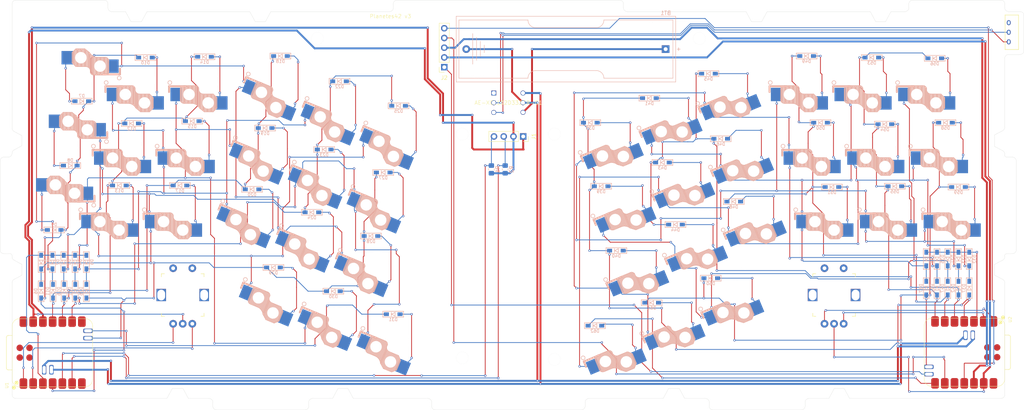
<source format=kicad_pcb>
(kicad_pcb (version 20241229) (generator "pcbnew") (generator_version "9.0")
  (layers (0 "F.Cu" signal) (2 "B.Cu" signal) (13 "F.Paste" user) (15 "B.Paste" user) (5 "F.SilkS" user "F.Silkscreen") (7 "B.SilkS" user "B.Silkscreen") (1 "F.Mask" user) (3 "B.Mask" user) (25 "Edge.Cuts" user))
  (net 0 "")
  (net 1 "BAT-")
  (net 2 "BAT+")
  (net 3 "Net-(SW44-B)")
  (net 4 "Net-(AE-XCL102D333CR-G1-EN)")
  (net 5 "Net-(BT1-+)")
  (net 7 "INTR_L")
  (net 8 "Net-(D1-K)")
  (net 9 "PIN1L")
  (net 10 "Net-(D8-A)")
  (net 11 "Net-(D9-A)")
  (net 12 "Net-(D10-A)")
  (net 13 "Net-(D11-K)")
  (net 14 "Net-(D12-A)")
  (net 15 "PIN2L")
  (net 16 "Net-(D14-A)")
  (net 17 "Net-(D15-A)")
  (net 18 "Net-(D16-K)")
  (net 19 "Net-(D17-A)")
  (net 20 "Net-(D18-A)")
  (net 21 "PIN3L")
  (net 22 "Net-(D20-A)")
  (net 23 "Net-(D21-K)")
  (net 24 "Net-(D22-A)")
  (net 25 "Net-(D23-A)")
  (net 26 "Net-(D24-A)")
  (net 27 "PIN4L")
  (net 28 "Net-(D26-K)")
  (net 29 "Net-(D27-A)")
  (net 30 "Net-(D28-A)")
  (net 31 "Net-(D29-A)")
  (net 32 "Net-(D30-A)")
  (net 33 "PIN5L")
  (net 34 "Net-(D7-A)")
  (net 35 "Net-(D13-A)")
  (net 36 "Net-(D19-A)")
  (net 37 "Net-(D25-A)")
  (net 38 "Net-(D31-A)")
  (net 39 "Net-(D32-K)")
  (net 40 "PIN6L")
  (net 41 "Net-(D38-A)")
  (net 42 "Net-(D39-A)")
  (net 43 "Net-(D40-A)")
  (net 44 "Net-(D41-A)")
  (net 45 "Net-(D33-K)")
  (net 46 "INTR_R")
  (net 47 "Net-(D34-K)")
  (net 48 "Net-(D35-K)")
  (net 49 "Net-(D36-K)")
  (net 50 "PIN1R")
  (net 51 "Net-(D48-A)")
  (net 52 "Net-(D49-A)")
  (net 53 "Net-(D50-A)")
  (net 54 "PIN2R")
  (net 55 "Net-(D43-A)")
  (net 56 "Net-(D53-A)")
  (net 57 "Net-(D54-A)")
  (net 58 "PIN3R")
  (net 59 "Net-(D56-A)")
  (net 60 "Net-(D44-A)")
  (net 61 "Net-(D58-A)")
  (net 62 "PIN4R")
  (net 63 "Net-(D60-A)")
  (net 64 "Net-(D61-A)")
  (net 65 "Net-(D62-A)")
  (net 66 "SCL")
  (net 67 "GNDL")
  (net 68 "SDA")
  (net 69 "VCCL")
  (net 70 "SCK")
  (net 71 "CS")
  (net 72 "MOSI")
  (net 73 "VCCR")
  (net 74 "GNDR")
  (net 75 "Net-(D45-A)")
  (net 76 "Net-(D46-A)")
  (net 77 "Net-(D51-A)")
  (net 78 "Net-(D55-A)")
  (net 81 "RE1A")
  (net 82 "RE1B")
  (net 84 "PIN5R")
  (net 85 "Net-(D59-A)")
  (net 86 "PIN6R")
  (net 87 "RE2B")
  (net 89 "RE2A")
  (net 100 "PIN7L")
  (net 102 "PIN7R")
  (footprint "kbd_Parts:Diode_SMD" (layer "F.Cu") (at 271 87.6 90)
    (property "Reference" "D32")
    (property "Value" "D" (hide yes))
  )
  (footprint "kbd_Parts:Diode_SMD" (layer "F.Cu") (at 232.225 52)
    (property "Reference" "D50")
    (property "Value" "D" (hide yes))
  )
  (footprint "kbd_Parts:TGSW_MSK-12D19" (layer "F.Cu") (at 282.35 28.4 -90)
    (property "Reference" "SW44")
    (property "Value" "SW_SPDT" (hide yes))
  )
  (footprint "kicad-lib:Choc_v2_Hotswap_1u_16.6" (layer "F.Cu") (at 185.193876 88.569252 22.62)
    (property "Reference" "SW24" (hide yes))
    (property "Value" "SW_Push" (hide yes))
  )
  (footprint "kbd_Parts:Diode_SMD" (layer "F.Cu") (at 173.4 105)
    (property "Reference" "D62")
    (property "Value" "D" (hide yes))
  )
  (footprint "kbd_Parts:Diode_SMD" (layer "F.Cu") (at 191 62.4)
    (property "Reference" "D43")
    (property "Value" "D" (hide yes))
  )
  (footprint "kicad-lib:Choc_v2_Hotswap_1u_16.6" (layer "F.Cu") (at 229.12 40.94)
    (property "Reference" "SW31" (hide yes))
    (property "Value" "SW_Push" (hide yes))
  )
  (footprint "kicad-lib:Choc_v2_Hotswap_1u_16.6" (layer "F.Cu") (at 123.126202 55.369268 -22.62)
    (property "Reference" "SW16" (hide yes))
    (property "Value" "SW_Push" (hide yes))
  )
  (footprint "kbd_Hole:m3_Screw_Hole_EdgeCuts" (layer "F.Cu") (at 162.84 55)
    (property "Reference" "Ref**" (hide yes))
    (property "Value" "Val**" (hide yes))
    (fp_circle (center 0 0) (end 1.6 0) (stroke (width 0.01)) (fill no) (layer "Edge.Cuts"))
  )
  (footprint "kbd_Parts:Diode_SMD" (layer "F.Cu") (at 36.6 63.2 180)
    (property "Reference" "D8")
    (property "Value" "D" (hide yes))
  )
  (footprint "kbd_Parts:Diode_SMD" (layer "F.Cu") (at 102.8 59)
    (property "Reference" "D23")
    (property "Value" "D" (hide yes))
  )
  (footprint "kicad-lib:Choc_v2_Hotswap_1u_16.6" (layer "F.Cu") (at 104.483101 65.584661 -22.62)
    (property "Reference" "SW14" (hide yes))
    (property "Value" "SW_Push" (hide yes))
  )
  (footprint "kicad-lib:Choc_v2_Hotswap_1u_16.6" (layer "F.Cu") (at 252.36 74.14)
    (property "Reference" "SW36" (hide yes))
    (property "Value" "SW_Push" (hide yes))
  )
  (footprint "kbd_Parts:Diode_SMD" (layer "F.Cu") (at 203 39.2)
    (property "Reference" "D45")
    (property "Value" "D" (hide yes))
  )
  (footprint "kicad-lib:Choc_v2_Hotswap_1u_16.6" (layer "F.Cu") (at 232.44 57.54)
    (property "Reference" "SW32" (hide yes))
    (property "Value" "SW_Push" (hide yes))
  )
  (footprint "kbd_Parts:RotaryEncoder_EC12E" (layer "F.Cu") (at 65.92 97 90)
    (property "Reference" "SW43")
    (property "Value" "RotaryEncoder_Switch")
  )
  (footprint "kicad-lib:Choc_v2_Hotswap_1u_16.6" (layer "F.Cu") (at 101.163062 82.184601 -22.62)
    (property "Reference" "SW15" (hide yes))
    (property "Value" "SW_Push" (hide yes))
  )
  (footprint "kicad-lib:Choc_v2_Hotswap_1u_16.6" (layer "F.Cu") (at 52.64 57.54)
    (property "Reference" "SW5" (hide yes))
    (property "Value" "SW_Push" (hide yes))
  )
  (footprint "kbd_Parts:RotaryEncoder_EC12E" (layer "F.Cu") (at 235.76 97 90)
    (property "Reference" "SW45")
    (property "Value" "RotaryEncoder_Switch")
  )
  (footprint "kbd_Parts:Diode_SMD" (layer "F.Cu") (at 32.1 96 -90)
    (property "Reference" "D11")
    (property "Value" "D" (hide yes))
  )
  (footprint "kbd_Parts:Diode_SMD" (layer "F.Cu") (at 268.2 95.2 -90)
    (property "Reference" "D42")
    (property "Value" "D" (hide yes))
  )
  (footprint "kbd_Parts:Diode_SMD" (layer "F.Cu") (at 262 35.2)
    (property "Reference" "D56")
    (property "Value" "D" (hide yes))
  )
  (footprint "kicad-lib:Choc_v2_Hotswap_1u_16.6" (layer "F.Cu") (at 119.806163 71.96926 -22.62)
    (property "Reference" "SW17" (hide yes))
    (property "Value" "SW_Push" (hide yes))
  )
  (footprint "kbd_Parts:Diode_SMD" (layer "F.Cu") (at 105.2 96)
    (property "Reference" "D30")
    (property "Value" "D" (hide yes))
  )
  (footprint "kicad-lib:Choc_v2_Hotswap_1u_16.6" (layer "F.Cu") (at 32.72 74.14 180)
    (property "Reference" "SW3" (hide yes))
    (property "Value" "SW_Push" (hide yes))
  )
  (footprint "kbd_Hole:m3_Screw_Hole_EdgeCuts" (layer "F.Cu") (at 162.84 113.8)
    (property "Reference" "Ref**" (hide yes))
    (property "Value" "Val**" (hide yes))
    (fp_circle (center 0 0) (end 1.6 0) (stroke (width 0.01)) (fill no) (layer "Edge.Cuts"))
  )
  (footprint "kbd_Parts:Diode_SMD" (layer "F.Cu") (at 29 96 -90)
    (property "Reference" "D6")
    (property "Value" "D" (hide yes))
  )
  (footprint "kbd_Parts:Diode_SMD" (layer "F.Cu") (at 115 81.6)
    (property "Reference" "D28")
    (property "Value" "D" (hide yes))
  )
  (footprint "kicad-lib:Choc_v2_Hotswap_1u_16.6" (layer "F.Cu") (at 72.56 40.94)
    (property "Reference" "SW7" (hide yes))
    (property "Value" "SW_Push" (hide yes))
  )
  (footprint "kbd_Parts:Diode_SMD" (layer "F.Cu") (at 34.9 88.4 90)
    (property "Reference" "D3")
    (property "Value" "D" (hide yes))
  )
  (footprint "kicad-lib:Choc_v2_Hotswap_1u_16.6" (layer "F.Cu") (at 39.36 40.94 180)
    (property "Reference" "SW1" (hide yes))
    (property "Value" "SW_Push" (hide yes))
  )
  (footprint "kicad-lib:Choc_v2_Hotswap_1u_16.6" (layer "F.Cu") (at 262.32 40.94)
    (property "Reference" "SW37" (hide yes))
    (property "Value" "SW_Push" (hide yes))
  )
  (footprint "kbd_Parts:Diode_SMD" (layer "F.Cu") (at 203.6 92.6)
    (property "Reference" "D60")
    (property "Value" "D" (hide yes))
  )
  (footprint "kbd_Parts:Diode_SMD" (layer "F.Cu") (at 106.8 41.2)
    (property "Reference" "D22")
    (property "Value" "D" (hide yes))
  )
  (footprint "kbd_Hole:m3_Screw_Hole_EdgeCuts" (layer "F.Cu") (at 200.64 30)
    (property "Reference" "Ref**" (hide yes))
    (property "Value" "Val**" (hide yes))
    (fp_circle (center 0 0) (end 1.6 0) (stroke (width 0.01)) (fill no) (layer "Edge.Cuts"))
  )
  (footprint "kbd_Parts:Diode_SMD" (layer "F.Cu") (at 172.2 52)
    (property "Reference" "D38")
    (property "Value" "D" (hide yes))
  )
  (footprint "kicad-lib:Choc_v2_Hotswap_1u_16.6" (layer "F.Cu") (at 179.320078 109.000035 22.62)
    (property "Reference" "SW42" (hide yes))
    (property "Value" "SW_Push" (hide yes))
  )
  (footprint "kbd_Parts:Diode_SMD" (layer "F.Cu") (at 206.2 56.2)
    (property "Reference" "D46")
    (property "Value" "D" (hide yes))
  )
  (footprint "kicad-lib:AE-XCL102D333CR-G" (layer "F.Cu") (at 150.84 46.8)
    (property "Reference" "AE-XCL102D333CR-G1")
    (property "Value" "~")
  )
  (footprint "kbd_Parts:Diode_SMD" (layer "F.Cu") (at 187.6 45.6)
    (property "Reference" "D41")
    (property "Value" "D" (hide yes))
  )
  (footprint "kicad-lib:Choc_v2_Hotswap_1u_16.6" (layer "F.Cu") (at 197.196899 65.584608 22.62)
    (property "Reference" "SW26" (hide yes))
    (property "Value" "SW_Push" (hide yes))
  )
  (footprint "kbd_Parts:Diode_SMD" (layer "F.Cu") (at 37.9 96 -90)
    (property "Reference" "D21")
    (property "Value" "D" (hide yes))
  )
  (footprint "kbd_Parts:Diode_SMD" (layer "F.Cu") (at 259.8 95.2 -90)
    (property "Reference" "D57")
    (property "Value" "D" (hide yes))
  )
  (footprint "kbd_Parts:Diode_SMD" (layer "F.Cu") (at 56.2 35)
    (property "Reference" "D10")
    (property "Value" "D" (hide yes))
  )
  (footprint "kbd_Parts:Diode_SMD" (layer "F.Cu") (at 228.6 34.6)
    (property "Reference" "D49")
    (property "Value" "D" (hide yes))
  )
  (footprint "kbd_Parts:Diode_SMD" (layer "F.Cu") (at 120.8 102)
    (property "Reference" "D31")
    (property "Value" "D" (hide yes))
  )
  (footprint "Connector_PinSocket_2.54mm:PinSocket_1x05_P2.54mm_Vertical" (layer "F.Cu") (at 134.12 37.51 180)
    (property "Reference" "J2")
    (property "Value" "Conn_01x05")
  )
  (footprint "kicad-lib:Choc_v2_Hotswap_1u_16.6" (layer "F.Cu") (at 181.873837 71.96926 22.62)
    (property "Reference" "SW23" (hide yes))
    (property "Value" "SW_Push" (hide yes))
  )
  (footprint "kbd_Parts:Diode_SMD" (layer "F.Cu") (at 265.4 95.2 -90)
    (property "Reference" "D47")
    (property "Value" "D" (hide yes))
  )
  (footprint "kicad-lib:Choc_v2_Hotswap_1u_16.6" (layer "F.Cu") (at 193.87686 48.984616 22.62)
    (property "Reference" "SW25" (hide yes))
    (property "Value" "SW_Push" (hide yes))
  )
  (footprint "kicad-lib:Choc_v2_Hotswap_1u_16.6" (layer "F.Cu") (at 36.04 57.54 180)
    (property "Reference" "SW2" (hide yes))
    (property "Value" "SW_Push" (hide yes))
  )
  (footprint "kicad-lib:Choc_v2_Hotswap_1u_16.6" (layer "F.Cu") (at 89.160039 59.199957 -22.62)
    (property "Reference" "SW11" (hide yes))
    (property "Value" "SW_Push" (hide yes))
  )
  (footprint "kbd_Parts:Diode_SMD" (layer "F.Cu") (at 271 95.2 -90)
    (property "Reference" "D37")
    (property "Value" "D" (hide yes))
  )
  (footprint "kicad-lib:Choc_v2_Hotswap_1u_16.6" (layer "F.Cu") (at 268.96 74.14)
    (property "Reference" "SW39" (hide yes))
    (property "Value" "SW_Push" (hide yes))
  )
  (footprint "kicad-lib:Choc_v2_Hotswap_1u_16.6" (layer "F.Cu") (at 69.24 57.54)
    (property "Reference" "SW8" (hide yes))
    (property "Value" "SW_Push" (hide yes))
  )
  (footprint "kbd_Parts:Diode_SMD" (layer "F.Cu") (at 245.6 35)
    (property "Reference" "D53")
    (property "Value" "D" (hide yes))
  )
  (footprint "kbd_Parts:Diode_SMD" (layer "F.Cu") (at 235.2 68.8)
    (property "Reference" "D51")
    (property "Value" "D" (hide yes))
  )
  (footprint "kicad-lib:Choc_v2_Hotswap_1u_16.6" (layer "F.Cu") (at 116.486124 88.569252 -22.62)
    (property "Reference" "SW18" (hide yes))
    (property "Value" "SW_Push" (hide yes))
  )
  (footprint "kicad-lib:Choc_v2_Hotswap_1u_16.6" (layer "F.Cu") (at 249.04 57.54)
    (property "Reference" "SW35" (hide yes))
    (property "Value" "SW_Push" (hide yes))
  )
  (footprint "kicad-lib:Choc_v2_Hotswap_1u_16.6" (layer "F.Cu") (at 55.96 40.94)
    (property "Reference" "SW4" (hide yes))
    (property "Value" "SW_Push" (hide yes))
  )
  (footprint "kicad-lib:Choc_v2_Hotswap_1u_16.6" (layer "F.Cu") (at 212.519961 59.199957 22.62)
    (property "Reference" "SW29" (hide yes))
    (property "Value" "SW_Push" (hide yes))
  )
  (footprint "kicad-lib:Choc_v2_Hotswap_1u_16.6" (layer "F.Cu") (at 85.84 75.799949 -22.62)
    (property "Reference" "SW12" (hide yes))
    (property "Value" "SW_Push" (hide yes))
  )
  (footprint "kbd_Parts:Diode_SMD" (layer "F.Cu") (at 249 52.4)
    (property "Reference" "D54")
    (property "Value" "D" (hide yes))
  )
  (footprint "kbd_Hole:m3_Screw_Hole_EdgeCuts" (layer "F.Cu") (at 138.84 55)
    (property "Reference" "Ref**" (hide yes))
    (property "Value" "Val**" (hide yes))
    (fp_circle (center 0 0) (end 1.6 0) (stroke (width 0.01)) (fill no) (layer "Edge.Cuts"))
  )
  (footprint "kbd_Parts:Diode_SMD" (layer "F.Cu") (at 268.2 87.6 90)
    (property "Reference" "D33")
    (property "Value" "D" (hide yes))
  )
  (footprint "kicad-lib:Choc_v2_Hotswap_1u_16.6" (layer "F.Cu") (at 235.76 74.14)
    (property "Reference" "SW33" (hide yes))
    (property "Value" "SW_Push" (hide yes))
  )
  (footprint "kbd_Parts:Diode_SMD" (layer "F.Cu") (at 37.85 88.4 90)
    (property "Reference" "D4")
    (property "Value" "D" (hide yes))
  )
  (footprint "kbd_Parts:Diode_SMD" (layer "F.Cu") (at 35 96 -90)
    (property "Reference" "D16")
    (property "Value" "D" (hide yes))
  )
  (footprint "kbd_Parts:Diode_SMD" (layer "F.Cu") (at 91.4 34.6)
    (property "Reference" "D18")
    (property "Value" "D" (hide yes))
  )
  (footprint "kbd_Parts:Diode_SMD" (layer "F.Cu") (at 52.6 52.2)
    (property "Reference" "D12")
    (property "Value" "D" (hide yes))
  )
  (footprint "kbd_Parts:Diode_SMD" (layer "F.Cu") (at 194.4 78.6)
    (property "Reference" "D44")
    (property "Value" "D" (hide yes))
  )
  (footprint "kbd_Hole:m3_Screw_Hole_EdgeCuts" (layer "F.Cu") (at 101.04 30)
    (property "Reference" "Ref**" (hide yes))
    (property "Value" "Val**" (hide yes))
    (fp_circle (center 0 0) (end 1.6 0) (stroke (width 0.01)) (fill no) (layer "Edge.Cuts"))
  )
  (footprint "kbd_Parts:Diode_SMD" (layer "F.Cu") (at 188.2 99)
    (property "Reference" "D61")
    (property "Value" "D" (hide yes))
  )
  (footprint "kicad-lib:Choc_v2_Hotswap_1u_16.6" (layer "F.Cu") (at 49.32 74.14)
    (property "Reference" "SW6" (hide yes))
    (property "Value" "SW_Push" (hide yes))
  )
  (footprint "kbd_Hole:m3_Screw_Hole_EdgeCuts" (layer "F.Cu") (at 138.84 113.4)
    (property "Reference" "Ref**" (hide yes))
    (property "Value" "Val**" (hide yes))
    (fp_circle (center 0 0) (end 1.6 0) (stroke (width 0.01)) (fill no) (layer "Edge.Cuts"))
  )
  (footprint "kbd_Parts:Diode_SMD" (layer "F.Cu") (at 175.025 68.6)
    (property "Reference" "D39")
    (property "Value" "D" (hide yes))
  )
  (footprint "kbd_Parts:Diode_SMD" (layer "F.Cu") (at 262.6 87.6 90)
    (property "Reference" "D35")
    (property "Value" "D" (hide yes))
  )
  (footprint "kbd_Parts:Diode_SMD" (layer "F.Cu") (at 49.4 68.4)
    (property "Reference" "D13")
    (property "Value" "D" (hide yes))
  )
  (footprint "kbd_Parts:Diode_SMD" (layer "F.Cu") (at 179 85.4)
    (property "Reference" "D40")
    (property "Value" "D" (hide yes))
  )
  (footprint "kicad-lib:Choc_v2_Hotswap_1u_16.6" (layer "F.Cu") (at 209.966202 96.230732 22.62)
    (property "Reference" "SW40" (hide yes))
    (property "Value" "SW_Push" (hide yes))
  )
  (footprint "kbd_Parts:Diode_SMD" (layer "F.Cu") (at 84 69.4)
    (property "Reference" "D20")
    (property "Value" "D" (hide yes))
  )
  (footprint "kicad-lib:Choc_v2_Hotswap_1u_16.6" (layer "F.Cu") (at 178.553798 55.369268 22.62)
    (property "Reference" "SW22" (hide yes))
    (property "Value" "SW_Push" (hide yes))
  )
  (footprint "kbd_Parts:Diode_SMD" (layer "F.Cu") (at 122.2 47.6)
    (property "Reference" "D25")
    (property "Value" "D" (hide yes))
  )
  (footprint "kbd_Parts:Diode_SMD" (layer "F.Cu") (at 40.8 88.4 90)
    (property "Reference" "D5")
    (property "Value" "D" (hide yes))
  )
  (footprint "kicad-lib:Choc_v2_Hotswap_1u_16.6" (layer "F.Cu") (at 107.80314 48.984616 -22.62)
    (property "Reference" "SW13" (hide yes))
    (property "Value" "SW_Push" (hide yes))
  )
  (footprint "kicad-lib:Choc_v2_Hotswap_1u_16.6" (layer "F.Cu") (at 245.72 40.94)
    (property "Reference" "SW34" (hide yes))
    (property "Value" "SW_Push" (hide yes))
  )
  (footprint "kbd_Parts:Diode_SMD" (layer "F.Cu") (at 251.6 68.6)
    (property "Reference" "D55")
    (property "Value" "D" (hide yes))
  )
  (footprint "kbd_Parts:Diode_SMD" (layer "F.Cu") (at 99.6 75.4)
    (property "Reference" "D24")
    (property "Value" "D" (hide yes))
  )
  (footprint "kbd_Parts:Diode_SMD" (layer "F.Cu") (at 71.6 34.8)
    (property "Reference" "D14")
    (property "Value" "D" (hide yes))
  )
  (footprint "kicad-lib:Choc_v2_Hotswap_1u_16.6" (layer "F.Cu") (at 215.84 75.599949 22.62)
    (property "Reference" "SW30" (hide yes))
    (property "Value" "SW_Push" (hide yes))
  )
  (footprint "Connector_PinSocket_2.54mm:PinSocket_1x04_P2.54mm_Vertical" (layer "F.Cu") (at 154.7 55.6 -90)
    (property "Reference" "J1")
    (property "Value" "Conn_01x04")
  )
  (footprint "kbd_Parts:Diode_SMD" (layer "F.Cu") (at 68.4 51.6)
    (property "Reference" "D15")
    (property "Value" "D" (hide yes))
  )
  (footprint "kbd_Parts:Diode_SMD" (layer "F.Cu") (at 209.6 72.6)
    (property "Reference" "D48")
    (property "Value" "D" (hide yes))
  )
  (footprint "xiao:XIAO-nRF52840-SMD" (layer "F.Cu") (at 269.7 112 -90)
    (property "Reference" "U2")
    (property "Value" "XIAO-nRF52840-SMD")
  )
  (footprint "kicad-lib:Choc_v2_Hotswap_1u_16.6" (layer "F.Cu") (at 122.359922 109.000035 -22.62)
    (property "Reference" "SW21" (hide yes))
    (property "Value" "SW_Push" (hide yes))
  )
  (footprint "kicad-lib:Choc_v2_Hotswap_1u_16.6" (layer "F.Cu") (at 92.480078 42.599965 -22.62)
    (property "Reference" "SW10" (hide yes))
    (property "Value" "SW_Push" (hide yes))
  )
  (footprint "kbd_Parts:Diode_SMD" (layer "F.Cu") (at 268.2 68.8)
    (property "Reference" "D59")
    (property "Value" "D" (hide yes))
  )
  (footprint "kbd_Parts:Diode_SMD" (layer "F.Cu") (at 262.6 95.2 -90)
    (property "Reference" "D52")
    (property "Value" "D" (hide yes))
  )
  (footprint "kicad-lib:Choc_v2_Hotswap_1u_16.6" (layer "F.Cu") (at 107.03686 102.615384 -22.62)
    (property "Reference" "SW20" (hide yes))
    (property "Value" "SW_Push" (hide yes))
  )
  (footprint "kbd_Parts:Diode_SMD" (layer "F.Cu") (at 31.95 88.4 90)
    (property "Reference" "D2")
    (property "Value" "D" (hide yes))
  )
  (footprint "kicad-lib:Choc_v2_Hotswap_1u_16.6" (layer "F.Cu") (at 265.64 57.54)
    (property "Reference" "SW38" (hide yes))
    (property "Value" "SW_Push" (hide yes))
  )
  (footprint "kicad-lib:Choc_v2_Hotswap_1u_16.6" (layer "F.Cu") (at 200.516938 82.184601 22.62)
    (property "Reference" "SW27" (hide yes))
    (property "Value" "SW_Push" (hide yes))
  )
  (footprint "kbd_Parts:Diode_SMD" (layer "F.Cu") (at 65.2 68.4)
    (property "Reference" "D17")
    (property "Value" "D" (hide yes))
  )
  (footprint "kbd_Parts:Diode_SMD" (layer "F.Cu") (at 39.6 46.4 180)
    (property "Reference" "D7")
    (property "Value" "D" (hide yes))
  )
  (footprint "kicad-lib:Choc_v2_Hotswap_1u_16.6" (layer "F.Cu") (at 194.64314 102.615384 22.62)
    (property "Reference" "SW41" (hide yes))
    (property "Value" "SW_Push" (hide yes))
  )
  (footprint "kbd_Parts:Diode_SMD" (layer "F.Cu") (at 264.8 52)
    (property "Reference" "D58")
    (property "Value" "D" (hide yes))
  )
  (footprint "kbd_Parts:Diode_SMD" (layer "F.Cu") (at 118.2 65)
    (property "Reference" "D27")
    (property "Value" "D" (hide yes))
  )
  (footprint "kicad-lib:Choc_v2_Hotswap_1u_16.6" (layer "F.Cu") (at 209.199922 42.599965 22.62)
    (property "Reference" "SW28" (hide yes))
    (property "Value" "SW_Push" (hide yes))
  )
  (footprint "kbd_Parts:Diode_SMD" (layer "F.Cu") (at 265.4 87.6 90)
    (property "Reference" "D34")
    (property "Value" "D" (hide yes))
  )
  (footprint "kicad-lib:Choc_v2_Hotswap_1u_16.6" (layer "F.Cu") (at 65.92 74.14)
    (property "Reference" "SW9" (hide yes))
    (property "Value" "SW_Push" (hide yes))
  )
  (footprint "kbd_Parts:Diode_SMD" (layer "F.Cu") (at 32.4 80 180)
    (property "Reference" "D9")
    (property "Value" "D" (hide yes))
  )
  (footprint "kbd_Parts:Diode_SMD" (layer "F.Cu") (at 259.8 87.6 90)
    (property "Reference" "D36")
    (property "Value" "D" (hide yes))
  )
  (footprint "kbd_Parts:Diode_SMD" (layer "F.Cu") (at 40.8 96 -90)
    (property "Reference" "D26")
    (property "Value" "D" (hide yes))
  )
  (footprint "kbd_Parts:Diode_SMD" (layer "F.Cu") (at 29 88.4 90)
    (property "Reference" "D1")
    (property "Value" "D" (hide yes))
  )
  (footprint "xiao:XIAO-nRF52840-SMD" (layer "F.Cu") (at 32 112 90)
    (property "Reference" "U1")
    (property "Value" "XIAO-nRF52840-SMD")
  )
  (footprint "kbd_Parts:Diode_SMD" (layer "F.Cu") (at 87.4 53.4)
    (property "Reference" "D19")
    (property "Value" "D" (hide yes))
  )
  (footprint "kicad-lib:Choc_v2_Hotswap_1u_16.6" (layer "F.Cu") (at 91.713798 96.230732 -22.62)
    (property "Reference" "SW19" (hide yes))
    (property "Value" "SW_Push" (hide yes))
  )
  (footprint "kbd_Parts:Diode_SMD" (layer "F.Cu") (at 89.575 89.8)
    (property "Reference" "D29")
    (property "Value" "D" (hide yes))
  )
  (footprint "Resistor_SMD:R_0805_2012Metric_Pad1.20x1.40mm_HandSolder" (layer "B.Cu") (at 150 64.2 90)
    (property "Reference" "R2")
    (property "Value" "R_470k")
  )
  (footprint "Battery:BatteryHolder_Keystone_2460_1xAA" (layer "B.Cu") (at 191.84 32.8 180)
    (property "Reference" "BT1")
    (property "Value" "Battery_Cell")
  )
  (footprint "Resistor_SMD:R_0805_2012Metric_Pad1.20x1.40mm_HandSolder" (layer "B.Cu") (at 146.4 64.2 90)
    (property "Reference" "R1")
    (property "Value" "R_470k")
  )
  (gr_line (start 106.4 121.4) (end 109 121.4) (stroke (width 0.05)) (layer "Edge.Cuts"))
  (gr_line (start 280.26 123) (end 280.26 93.803732) (stroke (width 0.05)) (layer "Edge.Cuts"))
  (gr_line (start 66 121.4) (end 67.4 124) (stroke (width 0.05)) (layer "Edge.Cuts"))
  (gr_arc (start 280.76 61) (mid 280.406447 60.853553) (end 280.26 60.5) (stroke (width 0.05)) (layer "Edge.Cuts"))
  (gr_line (start 235.8 121.4) (end 238.4 121.4) (stroke (width 0.05)) (layer "Edge.Cuts"))
  (gr_line (start 282.26 61) (end 280.76 61) (stroke (width 0.05)) (layer "Edge.Cuts"))
  (gr_arc (start 120.84 22) (mid 120.547107 22.707107) (end 119.84 23) (stroke (width 0.05)) (layer "Edge.Cuts"))
  (gr_line (start 279.725746 59.318814) (end 277.6 58.2) (stroke (width 0.05)) (layer "Edge.Cuts"))
  (gr_line (start 255.26 21) (end 255.26 22) (stroke (width 0.05)) (layer "Edge.Cuts"))
  (gr_arc (start 129.84 124) (mid 130.547107 124.292893) (end 130.84 125) (stroke (width 0.05)) (layer "Edge.Cuts"))
  (gr_line (start 19.3 61) (end 20.42 61) (stroke (width 0.05)) (layer "Edge.Cuts"))
  (gr_line (start 279.26 20) (end 256.26 20) (stroke (width 0.05)) (layer "Edge.Cuts"))
  (gr_arc (start 281.26 23) (mid 280.552893 22.707107) (end 280.26 22) (stroke (width 0.05)) (layer "Edge.Cuts"))
  (gr_arc (start 21.9459 87.893946) (mid 21.561484 87.526262) (end 21.42 87.013475) (stroke (width 0.05)) (layer "Edge.Cuts"))
  (gr_line (start 214.2 25.6) (end 216.9 25.6) (stroke (width 0.05)) (layer "Edge.Cuts"))
  (gr_line (start 19.3 86.2) (end 20.92 86.2) (stroke (width 0.05)) (layer "Edge.Cuts"))
  (gr_arc (start 179.84 20) (mid 180.547107 20.292893) (end 180.84 21) (stroke (width 0.05)) (layer "Edge.Cuts"))
  (gr_line (start 21.42 93.795105) (end 21.42 123) (stroke (width 0.05)) (layer "Edge.Cuts"))
  (gr_arc (start 21.42 21) (mid 21.712893 20.292893) (end 22.42 20) (stroke (width 0.05)) (layer "Edge.Cuts"))
  (gr_line (start 212.8 23) (end 181.84 23) (stroke (width 0.05)) (layer "Edge.Cuts"))
  (gr_line (start 228.2 126) (end 228.2 125) (stroke (width 0.05)) (layer "Edge.Cuts"))
  (gr_arc (start 21.42 59.995105) (mid 21.560655 59.483704) (end 21.943058 59.11617) (stroke (width 0.05)) (layer "Edge.Cuts"))
  (gr_line (start 67.4 124) (end 72.78 124) (stroke (width 0.05)) (layer "Edge.Cuts"))
  (gr_line (start 21.42 86.7) (end 21.42 87.013475) (stroke (width 0.05)) (layer "Edge.Cuts"))
  (gr_line (start 73.78 125) (end 73.78 126) (stroke (width 0.05)) (layer "Edge.Cuts"))
  (gr_arc (start 170.84 125) (mid 171.132893 124.292893) (end 171.84 124) (stroke (width 0.05)) (layer "Edge.Cuts"))
  (gr_line (start 21.42 53.404895) (end 21.42 23) (stroke (width 0.05)) (layer "Edge.Cuts"))
  (gr_arc (start 98.78 126) (mid 98.487107 126.707107) (end 97.78 127) (stroke (width 0.05)) (layer "Edge.Cuts"))
  (gr_line (start 204.2 127) (end 227.2 127) (stroke (width 0.05)) (layer "Edge.Cuts"))
  (gr_line (start 21.943058 54.28383) (end 24 55.4) (stroke (width 0.05)) (layer "Edge.Cuts"))
  (gr_line (start 249.2 25.6) (end 250.6 23) (stroke (width 0.05)) (layer "Edge.Cuts"))
  (gr_line (start 246.6 25.6) (end 249.2 25.6) (stroke (width 0.05)) (layer "Edge.Cuts"))
  (gr_line (start 245.2 23) (end 218.3 23) (stroke (width 0.05)) (layer "Edge.Cuts"))
  (gr_line (start 234.4 124) (end 229.2 124) (stroke (width 0.05)) (layer "Edge.Cuts"))
  (gr_arc (start 282.26 61) (mid 282.967107 61.292893) (end 283.26 62) (stroke (width 0.05)) (layer "Edge.Cuts"))
  (gr_arc (start 228.2 126) (mid 227.907107 126.707107) (end 227.2 127) (stroke (width 0.05)) (layer "Edge.Cuts"))
  (gr_line (start 21.42 23) (end 21.42 21) (stroke (width 0.05)) (layer "Edge.Cuts"))
  (gr_line (start 104.45 124) (end 105 124) (stroke (width 0.05)) (layer "Edge.Cuts"))
  (gr_arc (start 20.92 86.2) (mid 21.273553 86.346447) (end 21.42 86.7) (stroke (width 0.05)) (layer "Edge.Cuts"))
  (gr_arc (start 170.84 126) (mid 170.547107 126.707107) (end 169.84 127) (stroke (width 0.05)) (layer "Edge.Cuts"))
  (gr_arc (start 204.2 127) (mid 203.492893 126.707107) (end 203.2 126) (stroke (width 0.05)) (layer "Edge.Cuts"))
  (gr_line (start 74.78 127) (end 97.78 127) (stroke (width 0.05)) (layer "Edge.Cuts"))
  (gr_line (start 52.4 25.6) (end 55.2 25.6) (stroke (width 0.05)) (layer "Edge.Cuts"))
  (gr_line (start 87.5 25.6) (end 88.9 23) (stroke (width 0.05)) (layer "Edge.Cuts"))
  (gr_line (start 277.6 58.2) (end 277.6 55.2) (stroke (width 0.05)) (layer "Edge.Cuts"))
  (gr_arc (start 98.78 125) (mid 99.072893 124.292893) (end 99.78 124) (stroke (width 0.05)) (layer "Edge.Cuts"))
  (gr_arc (start 280.26 123) (mid 279.967107 123.707107) (end 279.26 124) (stroke (width 0.05)) (layer "Edge.Cuts"))
  (gr_arc (start 19.3 86.2) (mid 18.592893 85.907107) (end 18.3 85.2) (stroke (width 0.05)) (layer "Edge.Cuts"))
  (gr_line (start 202.2 124) (end 196.8 124) (stroke (width 0.05)) (layer "Edge.Cuts"))
  (gr_line (start 170.84 126) (end 170.84 125) (stroke (width 0.05)) (layer "Edge.Cuts"))
  (gr_line (start 279.725746 92.918814) (end 277.6 91.8) (stroke (width 0.05)) (layer "Edge.Cuts"))
  (gr_arc (start 280.26 86.7) (mid 280.406447 86.346447) (end 280.76 86.2) (stroke (width 0.05)) (layer "Edge.Cuts"))
  (gr_arc (start 47.42 23) (mid 46.712893 22.707107) (end 46.42 22) (stroke (width 0.05)) (layer "Edge.Cuts"))
  (gr_line (start 61.8 124) (end 63.2 121.4) (stroke (width 0.05)) (layer "Edge.Cuts"))
  (gr_line (start 24 55.4) (end 24 58) (stroke (width 0.05)) (layer "Edge.Cuts"))
  (gr_arc (start 255.26 22) (mid 254.967107 22.707107) (end 254.26 23) (stroke (width 0.05)) (layer "Edge.Cuts"))
  (gr_line (start 120.84 22) (end 120.84 21) (stroke (width 0.05)) (layer "Edge.Cuts"))
  (gr_arc (start 131.84 127) (mid 131.132893 126.707107) (end 130.84 126) (stroke (width 0.05)) (layer "Edge.Cuts"))
  (gr_line (start 21.42 59.995105) (end 21.42 60) (stroke (width 0.05)) (layer "Edge.Cuts"))
  (gr_line (start 22.42 124) (end 61.8 124) (stroke (width 0.05)) (layer "Edge.Cuts"))
  (gr_arc (start 181.84 23) (mid 181.132893 22.707107) (end 180.84 22) (stroke (width 0.05)) (layer "Edge.Cuts"))
  (gr_line (start 216.9 25.6) (end 218.3 23) (stroke (width 0.05)) (layer "Edge.Cuts"))
  (gr_line (start 56.6 23) (end 83.4 23) (stroke (width 0.05)) (layer "Edge.Cuts"))
  (gr_line (start 130.84 125) (end 130.84 126) (stroke (width 0.05)) (layer "Edge.Cuts"))
  (gr_line (start 119.84 23) (end 88.9 23) (stroke (width 0.05)) (layer "Edge.Cuts"))
  (gr_line (start 277.6 91.8) (end 277.6 89) (stroke (width 0.05)) (layer "Edge.Cuts"))
  (gr_arc (start 228.2 125) (mid 228.492893 124.292893) (end 229.2 124) (stroke (width 0.05)) (layer "Edge.Cuts"))
  (gr_line (start 239.8 124) (end 279.26 124) (stroke (width 0.05)) (layer "Edge.Cuts"))
  (gr_arc (start 18.3 62) (mid 18.592893 61.292893) (end 19.3 61) (stroke (width 0.05)) (layer "Edge.Cuts"))
  (gr_line (start 283.26 62) (end 283.26 85.2) (stroke (width 0.05)) (layer "Edge.Cuts"))
  (gr_line (start 192.6 121.4) (end 195.4 121.4) (stroke (width 0.05)) (layer "Edge.Cuts"))
  (gr_arc (start 21.42 93.795105) (mid 21.560655 93.283704) (end 21.943058 92.91617) (stroke (width 0.05)) (layer "Edge.Cuts"))
  (gr_arc (start 279.26 20) (mid 279.967107 20.292893) (end 280.26 21) (stroke (width 0.05)) (layer "Edge.Cuts"))
  (gr_line (start 195.4 121.4) (end 196.8 124) (stroke (width 0.05)) (layer "Edge.Cuts"))
  (gr_arc (start 280.26 86.996268) (mid 280.11608 87.513111) (end 279.725746 87.881186) (stroke (width 0.05)) (layer "Edge.Cuts"))
  (gr_arc (start 285.26 33.2) (mid 284.967107 33.907107) (end 284.26 34.2) (stroke (width 0.05)) (layer "Edge.Cuts"))
  (gr_line (start 121.84 20) (end 179.84 20) (stroke (width 0.05)) (layer "Edge.Cuts"))
  (gr_arc (start 22.42 124) (mid 21.712893 123.707107) (end 21.42 123) (stroke (width 0.05)) (layer "Edge.Cuts"))
  (gr_line (start 277.6 89) (end 279.725746 87.881186) (stroke (width 0.05)) (layer "Edge.Cuts"))
  (gr_arc (start 255.26 21) (mid 255.552893 20.292893) (end 256.26 20) (stroke (width 0.05)) (layer "Edge.Cuts"))
  (gr_arc (start 283.26 85.2) (mid 282.967107 85.907107) (end 282.26 86.2) (stroke (width 0.05)) (layer "Edge.Cuts"))
  (gr_arc (start 21.42 60) (mid 21.127107 60.707107) (end 20.42 61) (stroke (width 0.05)) (layer "Edge.Cuts"))
  (gr_line (start 22.42 20) (end 45.42 20) (stroke (width 0.05)) (layer "Edge.Cuts"))
  (gr_line (start 63.2 121.4) (end 66 121.4) (stroke (width 0.05)) (layer "Edge.Cuts"))
  (gr_arc (start 279.725746 92.918814) (mid 280.116068 93.286892) (end 280.26 93.803732) (stroke (width 0.05)) (layer "Edge.Cuts"))
  (gr_line (start 24 91.8) (end 21.943058 92.91617) (stroke (width 0.05)) (layer "Edge.Cuts"))
  (gr_line (start 281.26 23) (end 284.26 23) (stroke (width 0.05)) (layer "Edge.Cuts"))
  (gr_arc (start 279.725746 59.318814) (mid 280.11608 59.686889) (end 280.26 60.203732) (stroke (width 0.05)) (layer "Edge.Cuts"))
  (gr_line (start 280.26 22) (end 280.26 21) (stroke (width 0.05)) (layer "Edge.Cuts"))
  (gr_line (start 51 23) (end 52.4 25.6) (stroke (width 0.05)) (layer "Edge.Cuts"))
  (gr_line (start 84.8 25.6) (end 87.5 25.6) (stroke (width 0.05)) (layer "Edge.Cuts"))
  (gr_line (start 24 89) (end 24 91.8) (stroke (width 0.05)) (layer "Edge.Cuts"))
  (gr_line (start 83.4 23) (end 84.8 25.6) (stroke (width 0.05)) (layer "Edge.Cuts"))
  (gr_arc (start 280.26 53.196268) (mid 280.11608 53.713111) (end 279.725746 54.081186) (stroke (width 0.05)) (layer "Edge.Cuts"))
  (gr_line (start 280.26 60.5) (end 280.26 60.203732) (stroke (width 0.05)) (layer "Edge.Cuts"))
  (gr_line (start 282.26 86.2) (end 280.76 86.2) (stroke (width 0.05)) (layer "Edge.Cuts"))
  (gr_arc (start 72.78 124) (mid 73.487107 124.292893) (end 73.78 125) (stroke (width 0.05)) (layer "Edge.Cuts"))
  (gr_line (start 277.6 55.2) (end 279.725746 54.081186) (stroke (width 0.05)) (layer "Edge.Cuts"))
  (gr_line (start 191.2 124) (end 171.84 124) (stroke (width 0.05)) (layer "Edge.Cuts"))
  (gr_line (start 47.42 23) (end 51 23) (stroke (width 0.05)) (layer "Edge.Cuts"))
  (gr_line (start 191.2 124) (end 192.6 121.4) (stroke (width 0.05)) (layer "Edge.Cuts"))
  (gr_arc (start 280.26 35.2) (mid 280.552893 34.492893) (end 281.26 34.2) (stroke (width 0.05)) (layer "Edge.Cuts"))
  (gr_line (start 105 124) (end 106.4 121.4) (stroke (width 0.05)) (layer "Edge.Cuts"))
  (gr_line (start 238.4 121.4) (end 239.8 124) (stroke (width 0.05)) (layer "Edge.Cuts"))
  (gr_line (start 254.26 23) (end 250.6 23) (stroke (width 0.05)) (layer "Edge.Cuts"))
  (gr_arc (start 21.943058 54.28383) (mid 21.560658 53.916294) (end 21.42 53.404895) (stroke (width 0.05)) (layer "Edge.Cuts"))
  (gr_line (start 284.26 34.2) (end 281.26 34.2) (stroke (width 0.05)) (layer "Edge.Cuts"))
  (gr_arc (start 284.26 23) (mid 284.967107 23.292893) (end 285.26 24) (stroke (width 0.05)) (layer "Edge.Cuts"))
  (gr_arc (start 120.84 21) (mid 121.132893 20.292893) (end 121.84 20) (stroke (width 0.05)) (layer "Edge.Cuts"))
  (gr_line (start 131.84 127) (end 169.84 127) (stroke (width 0.05)) (layer "Edge.Cuts"))
  (gr_line (start 280.26 86.996268) (end 280.26 86.7) (stroke (width 0.05)) (layer "Edge.Cuts"))
  (gr_line (start 24 58) (end 21.943058 59.11617) (stroke (width 0.05)) (layer "Edge.Cuts"))
  (gr_line (start 212.8 23) (end 214.2 25.6) (stroke (width 0.05)) (layer "Edge.Cuts"))
  (gr_line (start 285.26 33.2) (end 285.26 24) (stroke (width 0.05)) (layer "Edge.Cuts"))
  (gr_arc (start 202.2 124) (mid 202.907107 124.292893) (end 203.2 125) (stroke (width 0.05)) (layer "Edge.Cuts"))
  (gr_line (start 234.4 124) (end 235.8 121.4) (stroke (width 0.05)) (layer "Edge.Cuts"))
  (gr_arc (start 74.78 127) (mid 74.072893 126.707107) (end 73.78 126) (stroke (width 0.05)) (layer "Edge.Cuts"))
  (gr_line (start 110.4 124) (end 129.84 124) (stroke (width 0.05)) (layer "Edge.Cuts"))
  (gr_line (start 55.2 25.6) (end 56.6 23) (stroke (width 0.05)) (layer "Edge.Cuts"))
  (gr_line (start 180.84 21) (end 180.84 22) (stroke (width 0.05)) (layer "Edge.Cuts"))
  (gr_line (start 21.9459 87.893946) (end 24 89) (stroke (width 0.05)) (layer "Edge.Cuts"))
  (gr_line (start 280.26 53.196268) (end 280.26 35.2) (stroke (width 0.05)) (layer "Edge.Cuts"))
  (gr_line (start 99.78 124) (end 104.45 124) (stroke (width 0.05)) (layer "Edge.Cuts"))
  (gr_arc (start 45.42 20) (mid 46.127107 20.292893) (end 46.42 21) (stroke (width 0.05)) (layer "Edge.Cuts"))
  (gr_line (start 245.2 23) (end 246.6 25.6) (stroke (width 0.05)) (layer "Edge.Cuts"))
  (gr_line (start 98.78 125) (end 98.78 126) (stroke (width 0.05)) (layer "Edge.Cuts"))
  (gr_line (start 46.42 21) (end 46.42 22) (stroke (width 0.05)) (layer "Edge.Cuts"))
  (gr_line (start 109 121.4) (end 110.4 124) (stroke (width 0.05)) (layer "Edge.Cuts"))
  (gr_line (start 203.2 125) (end 203.2 126) (stroke (width 0.05)) (layer "Edge.Cuts"))
  (gr_line (start 18.3 62) (end 18.3 85.2) (stroke (width 0.05)) (layer "Edge.Cuts"))
  (gr_text "Planetes42 v3" (at 114.6 24.8 0) (layer "F.SilkS") (effects (font (size 1 1) (thickness 0.1)) (justify left bottom)))
  (segment (start 47.2 119.4) (end 47.2 114.2) (width 0.5) (layer "F.Cu") (net 1))
  (segment (start 252.4 119.4) (end 252.4 110.4) (width 0.5) (layer "F.Cu") (net 1))
  (segment (start 158.4 46.8) (end 158.4 119.4) (width 0.5) (layer "F.Cu") (net 1))
  (segment (start 151.8 32.8) (end 151.8 43.95) (width 0.5) (layer "F.Cu") (net 1))
  (segment (start 151.8 43.95) (end 154.65 46.8) (width 0.5) (layer "F.Cu") (net 1))
  (via (at 158.4 119.4) (size 0.6) (drill 0.3) (layers "F.Cu" "B.Cu") (net 1))
  (via (at 252.4 110.4) (size 0.6) (drill 0.3) (layers "F.Cu" "B.Cu") (net 1))
  (via (at 47.2 119.4) (size 0.6) (drill 0.3) (layers "F.Cu" "B.Cu") (net 1))
  (via (at 158.4 46.8) (size 0.6) (drill 0.3) (layers "F.Cu" "B.Cu") (net 1))
  (via (at 47.2 114.2) (size 0.6) (drill 0.3) (layers "F.Cu" "B.Cu") (net 1))
  (via (at 151.8 32.8) (size 0.6) (drill 0.3) (layers "F.Cu" "B.Cu") (net 1))
  (via (at 252.4 119.4) (size 0.6) (drill 0.3) (layers "F.Cu" "B.Cu") (net 1))
  (segment (start 154.65 46.8) (end 158.4 46.8) (width 0.5) (layer "B.Cu") (net 1))
  (segment (start 29.7815 115.25) (end 29.7815 116.5) (width 0.5) (layer "B.Cu") (net 1))
  (segment (start 47.2 114.2) (end 30.8315 114.2) (width 0.5) (layer "B.Cu") (net 1))
  (segment (start 139.85 32.8) (end 151.8 32.8) (width 0.5) (layer "B.Cu") (net 1))
  (segment (start 30.8315 114.2) (end 29.7815 115.25) (width 0.5) (layer "B.Cu") (net 1))
  (segment (start 252.4 110.4) (end 270.2685 110.4) (width 0.5) (layer "B.Cu") (net 1))
  (segment (start 158.4 119.4) (end 47.2 119.4) (width 0.5) (layer "B.Cu") (net 1))
  (segment (start 270.2685 110.4) (end 271.9185 108.75) (width 0.5) (layer "B.Cu") (net 1))
  (segment (start 158.4 119.4) (end 252.4 119.4) (width 0.5) (layer "B.Cu") (net 1))
  (segment (start 271.9185 108.75) (end 271.9185 107.5) (width 0.5) (layer "B.Cu") (net 1))
  (segment (start 253 120.2) (end 253.2 120) (width 0.5) (layer "F.Cu") (net 2))
  (segment (start 46.4 120) (end 46.4 116.4) (width 0.5) (layer "F.Cu") (net 2))
  (segment (start 46.6 120.2) (end 46.4 120) (width 0.5) (layer "F.Cu") (net 2))
  (segment (start 159.2 44.4) (end 159.2 120.2) (width 0.5) (layer "F.Cu") (net 2))
  (segment (start 253.2 120) (end 253.2 109.65) (width 0.5) (layer "F.Cu") (net 2))
  (via (at 46.4 116.4) (size 0.6) (drill 0.3) (layers "F.Cu" "B.Cu") (net 2))
  (via (at 46.6 120.2) (size 0.6) (drill 0.3) (layers "F.Cu" "B.Cu") (net 2))
  (via (at 159.2 44.4) (size 0.6) (drill 0.3) (layers "F.Cu" "B.Cu") (net 2))
  (via (at 253.2 109.65) (size 0.6) (drill 0.3) (layers "F.Cu" "B.Cu") (net 2))
  (via (at 253 120.2) (size 0.6) (drill 0.3) (layers "F.Cu" "B.Cu") (net 2))
  (via (at 159.2 120.2) (size 0.6) (drill 0.3) (layers "F.Cu" "B.Cu") (net 2))
  (segment (start 159.2 120.2) (end 253 120.2) (width 0.5) (layer "B.Cu") (net 2))
  (segment (start 159.08 44.4) (end 158.94 44.26) (width 0.5) (layer "B.Cu") (net 2))
  (segment (start 159.2 44.4) (end 159.08 44.4) (width 0.5) (layer "B.Cu") (net 2))
  (segment (start 253.2 109.65) (end 267.8635 109.65) (width 0.5) (layer "B.Cu") (net 2))
  (segment (start 46.3 116.5) (end 31.6865 116.5) (width 0.5) (layer "B.Cu") (net 2))
  (segment (start 46.4 116.4) (end 46.3 116.5) (width 0.5) (layer "B.Cu") (net 2))
  (segment (start 46.6 120.2) (end 159.2 120.2) (width 0.5) (layer "B.Cu") (net 2))
  (segment (start 267.8635 109.65) (end 270.0135 107.5) (width 0.5) (layer "B.Cu") (net 2))
  (segment (start 158.94 44.26) (end 154.65 44.26) (width 0.5) (layer "B.Cu") (net 2))
  (segment (start 149.4 49.4) (end 149.4 29.2) (width 0.2) (layer "F.Cu") (net 3))
  (via (at 149.4 29.2) (size 0.6) (drill 0.3) (layers "F.Cu" "B.Cu") (net 3))
  (via (at 149.4 49.4) (size 0.6) (drill 0.3) (layers "F.Cu" "B.Cu") (net 3))
  (segment (start 149.34 49.34) (end 149.4 49.4) (width 0.2) (layer "B.Cu") (net 3))
  (segment (start 202.849 26.649) (end 204.6 28.4) (width 0.2) (layer "B.Cu") (net 3))
  (segment (start 195.820768 29.2) (end 198.371768 26.649) (width 0.2) (layer "B.Cu") (net 3))
  (segment (start 149.4 29.2) (end 195.820768 29.2) (width 0.2) (layer "B.Cu") (net 3))
  (segment (start 204.6 28.4) (end 281.3 28.4) (width 0.2) (layer "B.Cu") (net 3))
  (segment (start 198.371768 26.649) (end 202.849 26.649) (width 0.2) (layer "B.Cu") (net 3))
  (segment (start 147.03 49.34) (end 149.34 49.34) (width 0.2) (layer "B.Cu") (net 3))
  (segment (start 279.9 30.9) (end 281.3 30.9) (width 0.2) (layer "F.Cu") (net 4))
  (segment (start 148.834313 28.634313) (end 148.834313 28.915744) (width 0.2) (layer "F.Cu") (net 4))
  (segment (start 276.8 27.8) (end 279.9 30.9) (width 0.2) (layer "F.Cu") (net 4))
  (segment (start 148.834313 28.915744) (end 148.8 28.950057) (width 0.2) (layer "F.Cu") (net 4))
  (segment (start 148.8 28.950057) (end 148.8 46.8) (width 0.2) (layer "F.Cu") (net 4))
  (via (at 148.834313 28.634313) (size 0.6) (drill 0.3) (layers "F.Cu" "B.Cu") (net 4))
  (via (at 148.8 46.8) (size 0.6) (drill 0.3) (layers "F.Cu" "B.Cu") (net 4))
  (via (at 276.8 27.8) (size 0.6) (drill 0.3) (layers "F.Cu" "B.Cu") (net 4))
  (segment (start 204.5671 27.8) (end 276.8 27.8) (width 0.2) (layer "B.Cu") (net 4))
  (segment (start 148.834313 28.634313) (end 148.868626 28.6) (width 0.2) (layer "B.Cu") (net 4))
  (segment (start 149.848943 28.799) (end 195.654668 28.799) (width 0.2) (layer "B.Cu") (net 4))
  (segment (start 149.648943 28.599) (end 149.848943 28.799) (width 0.2) (layer "B.Cu") (net 4))
  (segment (start 149.150057 28.6) (end 149.151057 28.599) (width 0.2) (layer "B.Cu") (net 4))
  (segment (start 202.9671 26.2) (end 204.5671 27.8) (width 0.2) (layer "B.Cu") (net 4))
  (segment (start 149.151057 28.599) (end 149.648943 28.599) (width 0.2) (layer "B.Cu") (net 4))
  (segment (start 147.03 46.8) (end 148.8 46.8) (width 0.2) (layer "B.Cu") (net 4))
  (segment (start 198.253668 26.2) (end 202.9671 26.2) (width 0.2) (layer "B.Cu") (net 4))
  (segment (start 148.868626 28.6) (end 149.150057 28.6) (width 0.2) (layer "B.Cu") (net 4))
  (segment (start 195.654668 28.799) (end 198.253668 26.2) (width 0.2) (layer "B.Cu") (net 4))
  (segment (start 157 32.8) (end 157 46.95) (width 0.5) (layer "F.Cu") (net 5))
  (segment (start 157 46.95) (end 154.65 49.3) (width 0.5) (layer "F.Cu") (net 5))
  (via (at 157 32.8) (size 0.6) (drill 0.3) (layers "F.Cu" "B.Cu") (net 5))
  (segment (start 191.84 32.8) (end 157 32.8) (width 0.5) (layer "B.Cu") (net 5))
  (segment (start 28.2 117.4) (end 29.46 118.66) (width 0.2) (layer "F.Cu") (net 7))
  (segment (start 29.46 118.66) (end 29.46 120.11) (width 0.2) (layer "F.Cu") (net 7))
  (segment (start 28.2 107.2) (end 28.2 117.4) (width 0.2) (layer "F.Cu") (net 7))
  (via (at 28.2 107.2) (size 0.6) (drill 0.3) (layers "F.Cu" "B.Cu") (net 7))
  (segment (start 25.2 87.2) (end 25.775 86.625) (width 0.2) (layer "B.Cu") (net 7))
  (segment (start 25.775 86.625) (end 29 86.625) (width 0.2) (layer "B.Cu") (net 7))
  (segment (start 28.2 107.2) (end 27.8 106.8) (width 0.2) (layer "B.Cu") (net 7))
  (segment (start 25.2 106.2) (end 25.2 87.2) (width 0.2) (layer "B.Cu") (net 7))
  (segment (start 27.8 106.8) (end 25.8 106.8) (width 0.2) (layer "B.Cu") (net 7))
  (segment (start 37.85 86.625) (end 40.8 86.625) (width 0.2) (layer "B.Cu") (net 7))
  (segment (start 34.9 86.625) (end 37.85 86.625) (width 0.2) (layer "B.Cu") (net 7))
  (segment (start 29 86.625) (end 31.95 86.625) (width 0.2) (layer "B.Cu") (net 7))
  (segment (start 25.8 106.8) (end 25.2 106.2) (width 0.2) (layer "B.Cu") (net 7))
  (segment (start 29 86.625) (end 34.9 86.625) (width 0.2) (layer "B.Cu") (net 7))
  (segment (start 114.2 101) (end 115.8 99.4) (width 0.2) (layer "F.Cu") (net 8))
  (segment (start 57.2 70.6) (end 57.2 75.2) (width 0.2) (layer "F.Cu") (net 8))
  (segment (start 121.6 86.2) (end 121.6 85.2) (width 0.2) (layer "F.Cu") (net 8))
  (segment (start 111 85.2) (end 111 75.2) (width 0.2) (layer "F.Cu") (net 8))
  (segment (start 95.2 68.6) (end 95.2 74) (width 0.2) (layer "F.Cu") (net 8))
  (segment (start 122.4 99.4) (end 122.4 87) (width 0.2) (layer "F.Cu") (net 8))
  (segment (start 110.6 69.4) (end 110.6 64) (width 0.2) (layer "F.Cu") (net 8))
  (segment (start 45 64) (end 45 70.6) (width 0.2) (layer "F.Cu") (net 8))
  (segment (start 57.6 80.4) (end 57.6 88.6) (width 0.2) (layer "F.Cu") (net 8))
  (segment (start 122.4 87) (end 121.6 86.2) (width 0.2) (layer "F.Cu") (net 8))
  (segment (start 114.2 106.8) (end 114.2 101) (width 0.2) (layer "F.Cu") (net 8))
  (via (at 121.6 85.2) (size 0.6) (drill 0.3) (layers "F.Cu" "B.Cu") (net 8))
  (via (at 115.8 99.4) (size 0.6) (drill 0.3) (layers "F.Cu" "B.Cu") (net 8))
  (via (at 95.2 68.6) (size 0.6) (drill 0.3) (layers "F.Cu" "B.Cu") (net 8))
  (via (at 57.2 70.6) (size 0.6) (drill 0.3) (layers "F.Cu" "B.Cu") (net 8))
  (via (at 57.2 75.2) (size 0.6) (drill 0.3) (layers "F.Cu" "B.Cu") (net 8))
  (via (at 111 85.2) (size 0.6) (drill 0.3) (layers "F.Cu" "B.Cu") (net 8))
  (via (at 111 75.2) (size 0.6) (drill 0.3) (layers "F.Cu" "B.Cu") (net 8))
  (via (at 110.6 64) (size 0.6) (drill 0.3) (layers "F.Cu" "B.Cu") (net 8))
  (via (at 110.6 69.4) (size 0.6) (drill 0.3) (layers "F.Cu" "B.Cu") (net 8))
  (via (at 122.4 99.4) (size 0.6) (drill 0.3) (layers "F.Cu" "B.Cu") (net 8))
  (via (at 45 70.6) (size 0.6) (drill 0.3) (layers "F.Cu" "B.Cu") (net 8))
  (via (at 57.6 88.6) (size 0.6) (drill 0.3) (layers "F.Cu" "B.Cu") (net 8))
  (via (at 95.2 74) (size 0.6) (drill 0.3) (layers "F.Cu" "B.Cu") (net 8))
  (via (at 57.6 80.4) (size 0.6) (drill 0.3) (layers "F.Cu" "B.Cu") (net 8))
  (via (at 45 64) (size 0.6) (drill 0.3) (layers "F.Cu" "B.Cu") (net 8))
  (via (at 114.2 106.8) (size 0.6) (drill 0.3) (layers "F.Cu" "B.Cu") (net 8))
  (segment (start 113.229152 109.20386) (end 113.229152 107.770848) (width 0.2) (layer "B.Cu") (net 8))
  (segment (start 29 90.275) (end 29 94.225) (width 0.2) (layer "B.Cu") (net 8))
  (segment (start 110.675393 69.475393) (end 110.6 69.4) (width 0.2) (layer "B.Cu") (net 8))
  (segment (start 57.2 77.47) (end 57.57 77.84) (width 0.2) (layer "B.Cu") (net 8))
  (segment (start 111 75.2) (end 110.675393 74.875393) (width 0.2) (layer "B.Cu") (net 8))
  (segment (start 69.801 72.001) (end 68.8 71) (width 0.2) (layer "B.Cu") (net 8))
  (segment (start 91.5671 74) (end 89.5681 72.001) (width 0.2) (layer "B.Cu") (net 8))
  (segment (start 95.2 74) (end 91.5671 74) (width 0.2) (layer "B.Cu") (net 8))
  (segment (start 113.229152 107.770848) (end 114.2 106.8) (width 0.2) (layer "B.Cu") (net 8))
  (segment (start 97.2 62.4) (end 97.2 63.940817) (width 0.2) (layer "B.Cu") (net 8))
  (segment (start 57.6 88.6) (end 30.575 88.6) (width 0.2) (layer "B.Cu") (net 8))
  (segment (start 30.575 88.6) (end 29 90.175) (width 0.2) (layer "B.Cu") (net 8))
  (segment (start 97.6 62) (end 97.2 62.4) (width 0.2) (layer "B.Cu") (net 8))
  (segment (start 110.675393 74.875393) (end 110.675393 72.173085) (width 0.2) (layer "B.Cu") (net 8))
  (segment (start 89.5681 72.001) (end 69.801 72.001) (width 0.2) (layer "B.Cu") (net 8))
  (segment (start 59 71) (end 58.6 70.6) (width 0.2) (layer "B.Cu") (net 8))
  (segment (start 108.6 64) (end 106.6 62) (width 0.2) (layer "B.Cu") (net 8))
  (segment (start 57.2 75.2) (end 57.2 77.47) (width 0.2) (layer "B.Cu") (net 8))
  (segment (start 44.29 61.24) (end 44.29 63.29) (width 0.2) (layer "B.Cu") (net 8))
  (segment (start 68.8 71) (end 59 71) (width 0.2) (layer "B.Cu") (net 8))
  (segment (start 97.2 63.940817) (end 95.352331 65.788486) (width 0.2) (layer "B.Cu") (net 8))
  (segment (start 57.57 80.37) (end 57.6 80.4) (width 0.2) (layer "B.Cu") (net 8))
  (segment (start 95.304662 68.6) (end 95.2 68.6) (width 0.2) (layer "B.Cu") (net 8))
  (segment (start 110.6 64) (end 108.6 64) (width 0.2) (layer "B.Cu") (net 8))
  (segment (start 110.675393 72.173085) (end 110.675393 69.475393) (width 0.2) (layer "B.Cu") (net 8))
  (segment (start 121.6 85.2) (end 111 85.2) (width 0.2) (layer "B.Cu") (net 8))
  (segment (start 106.6 62) (end 97.6 62) (width 0.2) (layer "B.Cu") (net 8))
  (segment (start 115.8 99.4) (end 122.4 99.4) (width 0.2) (layer "B.Cu") (net 8))
  (segment (start 58.6 70.6) (end 57.2 70.6) (width 0.2) (layer "B.Cu") (net 8))
  (segment (start 95.352331 68.552331) (end 95.304662 68.6) (width 0.2) (layer "B.Cu") (net 8))
  (segment (start 95.352331 65.788486) (end 95.352331 68.552331) (width 0.2) (layer "B.Cu") (net 8))
  (segment (start 44.29 63.29) (end 45 64) (width 0.2) (layer "B.Cu") (net 8))
  (segment (start 57.57 77.84) (end 57.57 80.37) (width 0.2) (layer "B.Cu") (net 8))
  (segment (start 45 70.6) (end 57.2 70.6) (width 0.2) (layer "B.Cu") (net 8))
  (segment (start 39.2 55.8) (end 38.8 55.4) (width 0.2) (layer "F.Cu") (net 9))
  (segment (start 38.8 50) (end 40 48.8) (width 0.2) (layer "F.Cu") (net 9))
  (segment (start 39.2 61.2) (end 39.2 55.8) (width 0.2) (layer "F.Cu") (net 9))
  (segment (start 50.6 101.4) (end 50.6 111.399994) (width 0.2) (layer "F.Cu") (net 9))
  (segment (start 35.4 68.4) (end 36.6 67.2) (width 0.2) (layer "F.Cu") (net 9))
  (segment (start 42 35.2) (end 42.8 34.4) (width 0.2) (layer "F.Cu") (net 9))
  (segment (start 36 73) (end 35.4 72.4) (width 0.2) (layer "F.Cu") (net 9))
  (segment (start 42.8 39.6) (end 42.2 39) (width 0.2) (layer "F.Cu") (net 9))
  (segment (start 35.4 80) (end 36 79.4) (width 0.2) (layer "F.Cu") (net 9))
  (segment (start 42.8 111.4) (end 42.8 122) (width 0.2) (layer "F.Cu") (net 9))
  (segment (start 35.4 72.4) (end 35.4 68.4) (width 0.2) (layer "F.Cu") (net 9))
  (segment (start 42 38.8) (end 42 35.4) (width 0.2) (layer "F.Cu") (net 9))
  (segment (start 30 97.8) (end 30 82) (width 0.2) (layer "F.Cu") (net 9))
  (segment (start 36 79.4) (end 36 73) (width 0.2) (layer "F.Cu") (net 9))
  (segment (start 42.2 39) (end 42 38.8) (width 0.2) (layer "F.Cu") (net 9))
  (segment (start 36.6 67.2) (end 36.6 65) (width 0.2) (layer "F.Cu") (net 9))
  (segment (start 40 48.8) (end 40 48) (width 0.2) (layer "F.Cu") (net 9))
  (segment (start 42.8 46.4) (end 42.8 39.6) (width 0.2) (layer "F.Cu") (net 9))
  (segment (start 38.4 62) (end 39.2 61.2) (width 0.2) (layer "F.Cu") (net 9))
  (segment (start 42 35.4) (end 42 35.2) (width 0.2) (layer "F.Cu") (net 9))
  (segment (start 38.8 55.4) (end 38.8 50) (width 0.2) (layer "F.Cu") (net 9))
  (segment (start 32 122) (end 32 120.11) (width 0.2) (layer "F.Cu") (net 9))
  (via (at 35.4 80) (size 0.6) (drill 0.3) (layers "F.Cu" "B.Cu") (net 9))
  (via (at 40 48) (size 0.6) (drill 0.3) (layers "F.Cu" "B.Cu") (net 9))
  (via (at 42.8 122) (size 0.6) (drill 0.3) (layers "F.Cu" "B.Cu") (net 9))
  (via (at 32 122) (size 0.6) (drill 0.3) (layers "F.Cu" "B.Cu") (net 9))
  (via (at 42.8 46.4) (size 0.6) (drill 0.3) (layers "F.Cu" "B.Cu") (net 9))
  (via (at 50.6 101.4) (size 0.6) (drill 0.3) (layers "F.Cu" "B.Cu") (net 9))
  (via (at 42.8 34.4) (size 0.6) (drill 0.3) (layers "F.Cu" "B.Cu") (net 9))
  (via (at 36.6 65) (size 0.6) (drill 0.3) (layers "F.Cu" "B.Cu") (net 9))
  (via (at 30 82) (size 0.6) (drill 0.3) (layers "F.Cu" "B.Cu") (net 9))
  (via (at 50.6 111.399994) (size 0.6) (drill 0.3) (layers "F.Cu" "B.Cu") (net 9))
  (via (at 30 97.8) (size 0.6) (drill 0.3) (layers "F.Cu" "B.Cu") (net 9))
  (via (at 42.8 111.4) (size 0.6) (drill 0.3) (layers "F.Cu" "B.Cu") (net 9))
  (via (at 38.4 62) (size 0.6) (drill 0.3) (layers "F.Cu" "B.Cu") (net 9))
  (segment (start 41.375 46.4) (end 42.8 46.4) (width 0.2) (layer "B.Cu") (net 9))
  (segment (start 30 82) (end 33.6 82) (width 0.2) (layer "B.Cu") (net 9))
  (segment (start 29 97.775) (end 29.975 97.775) (width 0.2) (layer "B.Cu") (net 9))
  (segment (start 30 100.4) (end 29 99.4) (width 0.2) (layer "B.Cu") (net 9))
  (segment (start 50.6 111.399994) (end 42.800006 111.399994) (width 0.2) (layer "B.Cu") (net 9))
  (segment (start 38.375 62.025) (end 38.4 62) (width 0.2) (layer "B.Cu") (net 9))
  (segment (start 29.975 97.775) (end 30 97.8) (width 0.2) (layer "B.Cu") (net 9))
  (segment (start 42.800006 111.399994) (end 42.8 111.4) (width 0.2) (layer "B.Cu") (net 9))
  (segment (start 42.8 34.4) (end 53.825 34.4) (width 0.2) (layer "B.Cu") (net 9))
  (segment (start 29 99.4) (end 29 97.775) (width 0.2) (layer "B.Cu") (net 9))
  (segment (start 53.825 34.4) (end 54.425 35) (width 0.2) (layer "B.Cu") (net 9))
  (segment (start 38.375 63.2) (end 38.375 62.025) (width 0.2) (layer "B.Cu") (net 9))
  (segment (start 40 48) (end 40 47.775) (width 0.2) (layer "B.Cu") (net 9))
  (segment (start 40 47.775) (end 41.375 46.4) (width 0.2) (layer "B.Cu") (net 9))
  (segment (start 42.8 122) (end 32 122) (width 0.2) (layer "B.Cu") (net 9))
  (segment (start 36.6 65) (end 36.6 64.975) (width 0.2) (layer "B.Cu") (net 9))
  (segment (start 33.6 82) (end 34.175 81.425) (width 0.2) (layer "B.Cu") (net 9))
  (segment (start 34.175 80) (end 35.4 80) (width 0.2) (layer "B.Cu") (net 9))
  (segment (start 34.175 81.425) (end 34.175 80) (width 0.2) (layer "B.Cu") (net 9))
  (segment (start 49.6 100.4) (end 30 100.4) (width 0.2) (layer "B.Cu") (net 9))
  (segment (start 36.6 64.975) (end 38.375 63.2) (width 0.2) (layer "B.Cu") (net 9))
  (segment (start 50.6 101.4) (end 49.6 100.4) (width 0.2) (layer "B.Cu") (net 9))
  (segment (start 32.4 54.2) (end 32.4 63.2) (width 0.2) (layer "F.Cu") (net 10))
  (via (at 32.4 63.2) (size 0.6) (drill 0.3) (layers "F.Cu" "B.Cu") (net 10))
  (via (at 32.4 54.2) (size 0.6) (drill 0.3) (layers "F.Cu" "B.Cu") (net 10))
  (segment (start 32.4 63.2) (end 34.825 63.2) (width 0.2) (layer "B.Cu") (net 10))
  (segment (start 32.49 51.64) (end 32.49 54.11) (width 0.2) (layer "B.Cu") (net 10))
  (segment (start 32.49 54.11) (end 32.4 54.2) (width 0.2) (layer "B.Cu") (net 10))
  (segment (start 29.2 80) (end 29.2 70.8) (width 0.2) (layer "F.Cu") (net 11))
  (via (at 29.2 80) (size 0.6) (drill 0.3) (layers "F.Cu" "B.Cu") (net 11))
  (via (at 29.2 70.8) (size 0.6) (drill 0.3) (layers "F.Cu" "B.Cu") (net 11))
  (segment (start 30.625 80) (end 29.2 80) (width 0.2) (layer "B.Cu") (net 11))
  (segment (start 29.17 70.77) (end 29.17 68.24) (width 0.2) (layer "B.Cu") (net 11))
  (segment (start 29.2 70.8) (end 29.17 70.77) (width 0.2) (layer "B.Cu") (net 11))
  (segment (start 59.2 35) (end 59.2 44) (width 0.2) (layer "F.Cu") (net 12))
  (via (at 59.2 44) (size 0.6) (drill 0.3) (layers "F.Cu" "B.Cu") (net 12))
  (via (at 59.2 35) (size 0.6) (drill 0.3) (layers "F.Cu" "B.Cu") (net 12))
  (segment (start 59.2 44) (end 59.2 46.53) (width 0.2) (layer "B.Cu") (net 12))
  (segment (start 57.975 35) (end 59.2 35) (width 0.2) (layer "B.Cu") (net 12))
  (segment (start 59.2 46.53) (end 59.51 46.84) (width 0.2) (layer "B.Cu") (net 12))
  (segment (start 90.8 71.6) (end 90.8 79.4) (width 0.2) (layer "F.Cu") (net 13))
  (segment (start 50 37.2) (end 50 31.2) (width 0.2) (layer "F.Cu") (net 13))
  (segment (start 80.8 42.8) (end 79.8 43.8) (width 0.2) (layer "F.Cu") (net 13))
  (segment (start 30.8 84) (end 30.8 90.2) (width 0.2) (layer "F.Cu") (net 13))
  (segment (start 31.8 83) (end 30.8 84) (width 0.2) (layer "F.Cu") (net 13))
  (segment (start 79.8 43.8) (end 79.8 71.4) (width 0.2) (layer "F.Cu") (net 13))
  (segment (start 32 77.8) (end 32 82.8) (width 0.2) (layer "F.Cu") (net 13))
  (segment (start 107.4 80.6) (end 106 79.2) (width 0.2) (layer "F.Cu") (net 13))
  (segment (start 32 82.8) (end 31.8 83) (width 0.2) (layer "F.Cu") (net 13))
  (segment (start 81.8 37.2) (end 81.8 41.2) (width 0.2) (layer "F.Cu") (net 13))
  (segment (start 27.8 31.2) (end 27.8 77.8) (width 0.2) (layer "F.Cu") (net 13))
  (segment (start 107.4 86) (end 107.4 80.6) (width 0.2) (layer "F.Cu") (net 13))
  (via (at 27.8 77.8) (size 0.6) (drill 0.3) (layers "F.Cu" "B.Cu") (net 13))
  (via (at 81.8 37.2) (size 0.6) (drill 0.3) (layers "F.Cu" "B.Cu") (net 13))
  (via (at 81.8 41.2) (size 0.6) (drill 0.3) (layers "F.Cu" "B.Cu") (net 13))
  (via (at 79.8 71.4) (size 0.6) (drill 0.3) (layers "F.Cu" "B.Cu") (net 13))
  (via (at 90.8 79.4) (size 0.6) (drill 0.3) (layers "F.Cu" "B.Cu") (net 13))
  (via (at 50 31.2) (size 0.6) (drill 0.3) (layers "F.Cu" "B.Cu") (net 13))
  (via (at 27.8 31.2) (size 0.6) (drill 0.3) (layers "F.Cu" "B.Cu") (net 13))
  (via (at 32 77.8) (size 0.6) (drill 0.3) (layers "F.Cu" "B.Cu") (net 13))
  (via (at 80.8 42.8) (size 0.6) (drill 0.3) (layers "F.Cu" "B.Cu") (net 13))
  (via (at 107.4 86) (size 0.6) (drill 0.3) (layers "F.Cu" "B.Cu") (net 13))
  (via (at 30.8 90.2) (size 0.6) (drill 0.3) (layers "F.Cu" "B.Cu") (net 13))
  (via (at 106 79.2) (size 0.6) (drill 0.3) (layers "F.Cu" "B.Cu") (net 13))
  (via (at 90.8 71.6) (size 0.6) (drill 0.3) (layers "F.Cu" "B.Cu") (net 13))
  (via (at 50 37.2) (size 0.6) (drill 0.3) (layers "F.Cu" "B.Cu") (net 13))
  (segment (start 90.8 81.156134) (end 92.032292 82.388426) (width 0.2) (layer "B.Cu") (net 13))
  (segment (start 105.8 79) (end 94 79) (width 0.2) (layer "B.Cu") (net 13))
  (segment (start 90.6 71.4) (end 90.8 71.6) (width 0.2) (layer "B.Cu") (net 13))
  (segment (start 47.71 37.24) (end 49.96 37.24) (width 0.2) (layer "B.Cu") (net 13))
  (segment (start 83.349308 42.80379) (end 80.80379 42.80379) (width 0.2) (layer "B.Cu") (net 13))
  (segment (start 92.032292 80.967708) (end 92.032292 82.388426) (width 0.2) (layer "B.Cu") (net 13))
  (segment (start 31.925 90.2) (end 31.95 90.175) (width 0.2) (layer "B.Cu") (net 13))
  (segment (start 80.80379 42.80379) (end 80.8 42.8) (width 0.2) (layer "B.Cu") (net 13))
  (segment (start 31.95 94.075) (end 32.1 94.225) (width 0.2) (layer "B.Cu") (net 13))
  (segment (start 49.96 37.24) (end 50 37.2) (width 0.2) (layer "B.Cu") (net 13))
  (segment (start 107.355354 88.773077) (end 107.355354 86.044646) (width 0.2) (layer "B.Cu") (net 13))
  (segment (start 30.8 90.2) (end 31.925 90.2) (width 0.2) (layer "B.Cu") (net 13))
  (segment (start 81.8 41.254482) (end 83.349308 42.80379) (width 0.2) (layer "B.Cu") (net 13))
  (segment (start 27.8 77.8) (end 32 77.8) (width 0.2) (layer "B.Cu") (net 13))
  (segment (start 90.8 79.4) (end 90.8 81.156134) (width 0.2) (layer "B.Cu") (net 13))
  (segment (start 94 79) (end 92.032292 80.967708) (width 0.2) (layer "B.Cu") (net 13))
  (segment (start 107.355354 86.044646) (end 107.4 86) (width 0.2) (layer "B.Cu") (net 13))
  (segment (start 50 37.2) (end 81.8 37.2) (width 0.2) (layer "B.Cu") (net 13))
  (segment (start 50 31.2) (end 27.8 31.2) (width 0.2) (layer "B.Cu") (net 13))
  (segment (start 81.8 41.2) (end 81.8 41.254482) (width 0.2) (layer "B.Cu") (net 13))
  (segment (start 79.8 71.4) (end 90.6 71.4) (width 0.2) (layer "B.Cu") (net 13))
  (segment (start 106 79.2) (end 105.8 79) (width 0.2) (layer "B.Cu") (net 13))
  (segment (start 31.95 90.175) (end 31.95 94.075) (width 0.2) (layer "B.Cu") (net 13))
  (segment (start 55.8 52.2) (end 55.8 61) (width 0.2) (layer "F.Cu") (net 14))
  (via (at 55.8 52.2) (size 0.6) (drill 0.3) (layers "F.Cu" "B.Cu") (net 14))
  (via (at 55.8 61) (size 0.6) (drill 0.3) (layers "F.Cu" "B.Cu") (net 14))
  (segment (start 55.8 63.05) (end 56.19 63.44) (width 0.2) (layer "B.Cu") (net 14))
  (segment (start 54.375 52.2) (end 55.8 52.2) (width 0.2) (layer "B.Cu") (net 14))
  (segment (start 55.8 61) (end 55.8 63.05) (width 0.2) (layer "B.Cu") (net 14))
  (segment (start 47 78.6) (end 47 96.4) (width 0.2) (layer "F.Cu") (net 15))
  (segment (start 68.2 41) (end 68.2 34.8) (width 0.2) (layer "F.Cu") (net 15))
  (segment (start 46.4 76.2) (end 47 76.8) (width 0.2) (layer "F.Cu") (net 15))
  (segment (start 32.2 99.2) (end 32 99.4) (width 0.2) (layer "F.Cu") (net 15))
  (segment (start 50 64.8) (end 47.6 67.2) (width 0.2) (layer "F.Cu") (net 15))
  (segment (start 46 72.8) (end 46 75.8) (width 0.2) (layer "F.Cu") (net 15))
  (segment (start 69.8 47.6) (end 69.8 43.2) (width 0.2) (layer "F.Cu") (net 15))
  (segment (start 67 50.4) (end 69.8 47.6) (width 0.2) (layer "F.Cu") (net 15))
  (segment (start 46.4 72.4) (end 46 72.8) (width 0.2) (layer "F.Cu") (net 15))
  (segment (start 49.2 52.2) (end 49.2 58.8) (width 0.2) (layer "F.Cu") (net 15))
  (segment (start 46.4 68.4) (end 46.4 72.4) (width 0.2) (layer "F.Cu") (net 15))
  (segment (start 32 99.4) (end 32 103.945) (width 0.2) (layer "F.Cu") (net 15))
  (segment (start 49.2 58.8) (end 50 59.6) (width 0.2) (layer "F.Cu") (net 15))
  (segment (start 47 76.8) (end 47 78.6) (width 0.2) (layer "F.Cu") (net 15))
  (segment (start 69.8 42.6) (end 68.2 41) (width 0.2) (layer "F.Cu") (net 15))
  (segment (start 69.8 43.2) (end 69.8 42.6) (width 0.2) (layer "F.Cu") (net 15))
  (segment (start 50 59.6) (end 50 64.8) (width 0.2) (layer "F.Cu") (net 15))
  (segment (start 46 75.8) (end 46.4 76.2) (width 0.2) (layer "F.Cu") (net 15))
  (via (at 67 50.4) (size 0.6) (drill 0.3) (layers "F.Cu" "B.Cu") (net 15))
  (via (at 49.2 52.2) (size 0.6) (drill 0.3) (layers "F.Cu" "B.Cu") (net 15))
  (via (at 46.4 68.4) (size 0.6) (drill 0.3) (layers "F.Cu" "B.Cu") (net 15))
  (via (at 47.6 67.2) (size 0.6) (drill 0.3) (layers "F.Cu" "B.Cu") (net 15))
  (via (at 68.2 34.8) (size 0.6) (drill 0.3) (layers "F.Cu" "B.Cu") (net 15))
  (via (at 32.2 99.2) (size 0.6) (drill 0.3) (layers "F.Cu" "B.Cu") (net 15))
  (via (at 47 96.4) (size 0.6) (drill 0.3) (layers "F.Cu" "B.Cu") (net 15))
  (segment (start 68.2 34.8) (end 69.825 34.8) (width 0.2) (layer "B.Cu") (net 15))
  (segment (start 47.6 68.375) (end 47.625 68.4) (width 0.2) (layer "B.Cu") (net 15))
  (segment (start 51.4 50.8) (end 65.825 50.8) (width 0.2) (layer "B.Cu") (net 15))
  (segment (start 65.825 50.8) (end 66.625 51.6) (width 0.2) (layer "B.Cu") (net 15))
  (segment (start 51.4 50.8) (end 50.825 51.375) (width 0.2) (layer "B.Cu") (net 15))
  (segment (start 32.1 96.9) (end 32.1 97.775) (width 0.2) (layer "B.Cu") (net 15))
  (segment (start 66.625 50.775) (end 67 50.4) (width 0.2) (layer "B.Cu") (net 15))
  (segment (start 32.1 97.775) (end 32.1 99.1) (width 0.2) (layer "B.Cu") (net 15))
  (segment (start 50.825 52.2) (end 49.2 52.2) (width 0.2) (layer "B.Cu") (net 15))
  (segment (start 47 96.4) (end 32.6 96.4) (width 0.2) (layer "B.Cu") (net 15))
  (segment (start 32.1 99.1) (end 32.2 99.2) (width 0.2) (layer "B.Cu") (net 15))
  (segment (start 66.625 51.6) (end 66.625 50.775) (width 0.2) (layer "B.Cu") (net 15))
  (segment (start 32.6 96.4) (end 32.1 96.9) (width 0.2) (layer "B.Cu") (net 15))
  (segment (start 47.625 68.4) (end 46.4 68.4) (width 0.2) (layer "B.Cu") (net 15))
  (segment (start 47.6 67.2) (end 47.6 68.375) (width 0.2) (layer "B.Cu") (net 15))
  (segment (start 50.825 51.375) (end 50.825 52.2) (width 0.2) (layer "B.Cu") (net 15))
  (segment (start 75.6 34.8) (end 75.6 44.2) (width 0.2) (layer "F.Cu") (net 16))
  (via (at 75.6 34.8) (size 0.6) (drill 0.3) (layers "F.Cu" "B.Cu") (net 16))
  (via (at 75.6 44.2) (size 0.6) (drill 0.3) (layers "F.Cu" "B.Cu") (net 16))
  (segment (start 73.375 34.8) (end 75.6 34.8) (width 0.2) (layer "B.Cu") (net 16))
  (segment (start 75.6 44.2) (end 75.6 46.33) (width 0.2) (layer "B.Cu") (net 16))
  (segment (start 75.6 46.33) (end 76.11 46.84) (width 0.2) (layer "B.Cu") (net 16))
  (segment (start 72.8 52.8) (end 71.6 51.6) (width 0.2) (layer "F.Cu") (net 17))
  (segment (start 72.8 60.4) (end 72.8 52.8) (width 0.2) (layer "F.Cu") (net 17))
  (via (at 72.8 60.4) (size 0.6) (drill 0.3) (layers "F.Cu" "B.Cu") (net 17))
  (via (at 71.6 51.6) (size 0.6) (drill 0.3) (layers "F.Cu" "B.Cu") (net 17))
  (segment (start 70.175 51.6) (end 71.6 51.6) (width 0.2) (layer "B.Cu") (net 17))
  (segment (start 72.79 60.81) (end 72.79 63.44) (width 0.2) (layer "B.Cu") (net 17))
  (segment (start 72.8 60.4) (end 72.8 60.8) (width 0.2) (layer "B.Cu") (net 17))
  (segment (start 72.8 60.8) (end 72.79 60.81) (width 0.2) (layer "B.Cu") (net 17))
  (segment (start 83.8 93.8) (end 83.8 86.8) (width 0.2) (layer "F.Cu") (net 18))
  (segment (start 113 61) (end 113 58) (width 0.2) (layer "F.Cu") (net 18))
  (segment (start 44.4 56.8) (end 44.4 74.4) (width 0.2) (layer "F.Cu") (net 18))
  (segment (start 44 86.8) (end 44 81.2) (width 0.2) (layer "F.Cu") (net 18))
  (segment (start 92 86.8) (end 92 74.393469) (width 0.2) (layer "F.Cu") (net 18))
  (segment (start 36 90.2) (end 36 81.2) (width 0.2) (layer "F.Cu") (net 18))
  (segment (start 93.8 72.593469) (end 93.8 61) (width 0.2) (layer "F.Cu") (net 18))
  (segment (start 92 74.393469) (end 93.8 72.593469) (width 0.2) (layer "F.Cu") (net 18))
  (via (at 36 81.2) (size 0.6) (drill 0.3) (layers "F.Cu" "B.Cu") (net 18))
  (via (at 93.8 61) (size 0.6) (drill 0.3) (layers "F.Cu" "B.Cu") (net 18))
  (via (at 44.4 56.8) (size 0.6) (drill 0.3) (layers "F.Cu" "B.Cu") (net 18))
  (via (at 83.8 86.8) (size 0.6) (drill 0.3) (layers "F.Cu" "B.Cu") (net 18))
  (via (at 113 58) (size 0.6) (drill 0.3) (layers "F.Cu" "B.Cu") (net 18))
  (via (at 44 81.2) (size 0.6) (drill 0.3) (layers "F.Cu" "B.Cu") (net 18))
  (via (at 92 86.8) (size 0.6) (drill 0.3) (layers "F.Cu" "B.Cu") (net 18))
  (via (at 44 86.8) (size 0.6) (drill 0.3) (layers "F.Cu" "B.Cu") (net 18))
  (via (at 36 90.2) (size 0.6) (drill 0.3) (layers "F.Cu" "B.Cu") (net 18))
  (via (at 44.4 74.4) (size 0.6) (drill 0.3) (layers "F.Cu" "B.Cu") (net 18))
  (via (at 83.8 93.8) (size 0.6) (drill 0.3) (layers "F.Cu" "B.Cu") (net 18))
  (via (at 113 61) (size 0.6) (drill 0.3) (layers "F.Cu" "B.Cu") (net 18))
  (segment (start 44.39 53.84) (end 44.39 56.79) (width 0.2) (layer "B.Cu") (net 18))
  (segment (start 82.583028 96.434557) (end 82.583028 95.016972) (width 0.2) (layer "B.Cu") (net 18))
  (segment (start 113 58) (end 113 56.568525) (width 0.2) (layer "B.Cu") (net 18))
  (segment (start 44.21 74.59) (end 44.21 74.6) (width 0.2) (layer "B.Cu") (net 18))
  (segment (start 34.9 90.175) (end 35.975 90.175) (width 0.2) (layer "B.Cu") (net 18))
  (segment (start 40.97 78.17) (end 40.97 77.84) (width 0.2) (layer "B.Cu") (net 18))
  (segment (start 93.8 61) (end 113 61) (width 0.2) (layer "B.Cu") (net 18))
  (segment (start 44.21 74.6) (end 40.97 77.84) (width 0.2) (layer "B.Cu") (net 18))
  (segment (start 83.8 86.8) (end 44 86.8) (width 0.2) (layer "B.Cu") (net 18))
  (segment (start 83.8 86.8) (end 92 86.8) (width 0.2) (layer "B.Cu") (net 18))
  (segment (start 36 81.2) (end 37.61 81.2) (width 0.2) (layer "B.Cu") (net 18))
  (segment (start 37.61 81.2) (end 40.97 77.84) (width 0.2) (layer "B.Cu") (net 18))
  (segment (start 44.4 74.4) (end 44.21 74.59) (width 0.2) (layer "B.Cu") (net 18))
  (segment (start 34.9 94.125) (end 35 94.225) (width 0.2) (layer "B.Cu") (net 18))
  (segment (start 35.975 90.175) (end 36 90.2) (width 0.2) (layer "B.Cu") (net 18))
  (segment (start 34.9 90.175) (end 34.9 94.125) (width 0.2) (layer "B.Cu") (net 18))
  (segment (start 113 56.568525) (end 113.995432 55.573093) (width 0.2) (layer "B.Cu") (net 18))
  (segment (start 44.39 56.79) (end 44.4 56.8) (width 0.2) (layer "B.Cu") (net 18))
  (segment (start 44 81.2) (end 40.97 78.17) (width 0.2) (layer "B.Cu") (net 18))
  (segment (start 82.583028 95.016972) (end 83.8 93.8) (width 0.2) (layer "B.Cu") (net 18))
  (segment (start 69.2 69.2) (end 69.2 77.6) (width 0.2) (layer "F.Cu") (net 19))
  (segment (start 69.2 68.8) (end 69.2 69.2) (width 0.2) (layer "F.Cu") (net 19))
  (segment (start 68.8 68.4) (end 69.2 68.8) (width 0.2) (layer "F.Cu") (net 19))
  (via (at 68.8 68.4) (size 0.6) (drill 0.3) (layers "F.Cu" "B.Cu") (net 19))
  (via (at 69.2 77.6) (size 0.6) (drill 0.3) (layers "F.Cu" "B.Cu") (net 19))
  (segment (start 69.47 77.87) (end 69.47 80.04) (width 0.2) (layer "B.Cu") (net 19))
  (segment (start 69.2 77.6) (end 69.47 77.87) (width 0.2) (layer "B.Cu") (net 19))
  (segment (start 66.975 68.4) (end 68.8 68.4) (width 0.2) (layer "B.Cu") (net 19))
  (segment (start 96 46) (end 95.2 46.8) (width 0.2) (layer "F.Cu") (net 20))
  (segment (start 96 36.2) (end 96 46) (width 0.2) (layer "F.Cu") (net 20))
  (segment (start 95.2 46.8) (end 95.2 47) (width 0.2) (layer "F.Cu") (net 20))
  (via (at 96 36.2) (size 0.6) (drill 0.3) (layers "F.Cu" "B.Cu") (net 20))
  (via (at 95.2 47) (size 0.6) (drill 0.3) (layers "F.Cu" "B.Cu") (net 20))
  (segment (start 96 35.6) (end 95 34.6) (width 0.2) (layer "B.Cu") (net 20))
  (segment (start 96 36.2) (end 96 35.6) (width 0.2) (layer "B.Cu") (net 20))
  (segment (start 95 34.6) (end 93.175 34.6) (width 0.2) (layer "B.Cu") (net 20))
  (segment (start 95.2 47.69926) (end 93.487754 49.411506) (width 0.2) (layer "B.Cu") (net 20))
  (segment (start 95.2 47) (end 95.2 47.69926) (width 0.2) (layer "B.Cu") (net 20))
  (segment (start 85.6 61.2) (end 85.6 54.8) (width 0.2) (layer "F.Cu") (net 21))
  (segment (start 89 36.4) (end 89.4 36) (width 0.2) (layer "F.Cu") (net 21))
  (segment (start 87.6 47) (end 87.6 46.6) (width 0.2) (layer "F.Cu") (net 21))
  (segment (start 83.6 66.6) (end 82.2 68) (width 0.2) (layer "F.Cu") (net 21))
  (segment (start 85.6 62) (end 85.6 61.2) (width 0.2) (layer "F.Cu") (net 21))
  (segment (start 35 99.6) (end 34.54 100.06) (width 0.2) (layer "F.Cu") (net 21))
  (segment (start 89 45.2) (end 89 36.4) (width 0.2) (layer "F.Cu") (net 21))
  (segment (start 36.2 95.8) (end 36.2 97.8) (width 0.2) (layer "F.Cu") (net 21))
  (segment (start 35 99.2) (end 35 99.6) (width 0.2) (layer "F.Cu") (net 21))
  (segment (start 56.6 68.4) (end 56.6 95.8) (width 0.2) (layer "F.Cu") (net 21))
  (segment (start 34.54 100.06) (end 34.54 103.945) (width 0.2) (layer "F.Cu") (net 21))
  (segment (start 83.6 64) (end 83.6 66.6) (width 0.2) (layer "F.Cu") (net 21))
  (segment (start 87.6 46.6) (end 89 45.2) (width 0.2) (layer "F.Cu") (net 21))
  (segment (start 87.6 50.4) (end 87.6 47) (width 0.2) (layer "F.Cu") (net 21))
  (segment (start 83.6 64) (end 85.6 62) (width 0.2) (layer "F.Cu") (net 21))
  (segment (start 85.8 52.2) (end 87.6 50.4) (width 0.2) (layer "F.Cu") (net 21))
  (via (at 36.2 95.8) (size 0.6) (drill 0.3) (layers "F.Cu" "B.Cu") (net 21))
  (via (at 56.6 95.8) (size 0.6) (drill 0.3) (layers "F.Cu" "B.Cu") (net 21))
  (via (at 82.2 68) (size 0.6) (drill 0.3) (layers "F.Cu" "B.Cu") (net 21))
  (via (at 85.6 54.8) (size 0.6) (drill 0.3) (layers "F.Cu" "B.Cu") (net 21))
  (via (at 36.2 97.8) (size 0.6) (drill 0.3) (layers "F.Cu" "B.Cu") (net 21))
  (via (at 35 99.2) (size 0.6) (drill 0.3) (layers "F.Cu" "B.Cu") (net 21))
  (via (at 56.6 68.4) (size 0.6) (drill 0.3) (layers "F.Cu" "B.Cu") (net 21))
  (via (at 85.8 52.2) (size 0.6) (drill 0.3) (layers "F.Cu" "B.Cu") (net 21))
  (via (at 89.4 36) (size 0.6) (drill 0.3) (layers "F.Cu" "B.Cu") (net 21))
  (segment (start 36.2 97.8) (end 35.025 97.8) (width 0.2) (layer "B.Cu") (net 21))
  (segment (start 85.625 53.4) (end 85.625 52.375) (width 0.2) (layer "B.Cu") (net 21))
  (segment (start 64.8 67.025) (end 64.8 67) (width 0.2) (layer "B.Cu") (net 21))
  (segment (start 89.4 36) (end 89.4 34.825) (width 0.2) (layer "B.Cu") (net 21))
  (segment (start 35.025 97.8) (end 35 97.775) (width 0.2) (layer "B.Cu") (net 21))
  (segment (start 63.425 68.4) (end 64.8 67.025) (width 0.2) (layer "B.Cu") (net 21))
  (segment (start 85.6 54.8) (end 85.6 53.425) (width 0.2) (layer "B.Cu") (net 21))
  (segment (start 85.6 53.425) (end 85.625 53.4) (width 0.2) (layer "B.Cu") (net 21))
  (segment (start 56.6 95.8) (end 36.2 95.8) (width 0.2) (layer "B.Cu") (net 21))
  (segment (start 63.425 68.4) (end 56.6 68.4) (width 0.2) (layer "B.Cu") (net 21))
  (segment (start 82.225 68.025) (end 82.2 68) (width 0.2) (layer "B.Cu") (net 21))
  (segment (start 82.225 69.4) (end 82.225 68.025) (width 0.2) (layer "B.Cu") (net 21))
  (segment (start 85.625 52.375) (end 85.8 52.2) (width 0.2) (layer "B.Cu") (net 21))
  (segment (start 64.8 67) (end 79.825 67) (width 0.2) (layer "B.Cu") (net 21))
  (segment (start 35 97.775) (end 35 99.2) (width 0.2) (layer "B.Cu") (net 21))
  (segment (start 89.4 34.825) (end 89.625 34.6) (width 0.2) (layer "B.Cu") (net 21))
  (segment (start 79.825 67) (end 82.225 69.4) (width 0.2) (layer "B.Cu") (net 21))
  (segment (start 89.2 70.2) (end 89.4 70.4) (width 0.2) (layer "F.Cu") (net 22))
  (segment (start 89.4 70.4) (end 89.4 80) (width 0.2) (layer "F.Cu") (net 22))
  (via (at 89.2 70.2) (size 0.6) (drill 0.3) (layers "F.Cu" "B.Cu") (net 22))
  (via (at 89.4 80) (size 0.6) (drill 0.3) (layers "F.Cu" "B.Cu") (net 22))
  (segment (start 89.4 80.059166) (end 86.847676 82.61149) (width 0.2) (layer "B.Cu") (net 22))
  (segment (start 88.4 69.4) (end 89.2 70.2) (width 0.2) (layer "B.Cu") (net 22))
  (segment (start 85.775 69.4) (end 88.4 69.4) (width 0.2) (layer "B.Cu") (net 22))
  (segment (start 89.4 80) (end 89.4 80.059166) (width 0.2) (layer "B.Cu") (net 22))
  (segment (start 74.2 82.2) (end 73.2 81.2) (width 0.2) (layer "F.Cu") (net 23))
  (segment (start 64.2 57.4) (end 65.8 59) (width 0.2) (layer "F.Cu") (net 23))
  (segment (start 73.2 81.2) (end 73.2 66.4) (width 0.2) (layer "F.Cu") (net 23))
  (segment (start 41 72.8) (end 41 84) (width 0.2) (layer "F.Cu") (net 23))
  (segment (start 65.8 59) (end 66.6 59.8) (width 0.2) (layer "F.Cu") (net 23))
  (segment (start 64.2 53.8) (end 64.2 57.4) (width 0.2) (layer "F.Cu") (net 23))
  (segment (start 39 84) (end 39 90.2) (width 0.2) (layer "F.Cu") (net 23))
  (segment (start 74.2 109.6) (end 74.2 82.2) (width 0.2) (layer "F.Cu") (net 23))
  (segment (start 97.8 105.6) (end 97.8 109.6) (width 0.2) (layer "F.Cu") (net 23))
  (segment (start 66.6 63.8) (end 66.6 66.4) (width 0.2) (layer "F.Cu") (net 23))
  (segment (start 78.2 53.8) (end 78.2 58) (width 0.2) (layer "F.Cu") (net 23))
  (segment (start 66.6 59.8) (end 66.6 63.8) (width 0.2) (layer "F.Cu") (net 23))
  (segment (start 64.2 47) (end 64.2 53.8) (width 0.2) (layer "F.Cu") (net 23))
  (via (at 78.2 58) (size 0.6) (drill 0.3) (layers "F.Cu" "B.Cu") (net 23))
  (via (at 64.2 47) (size 0.6) (drill 0.3) (layers "F.Cu" "B.Cu") (net 23))
  (via (at 97.8 105.6) (size 0.6) (drill 0.3) (layers "F.Cu" "B.Cu") (net 23))
  (via (at 74.2 109.6) (size 0.6) (drill 0.3) (layers "F.Cu" "B.Cu") (net 23))
  (via (at 66.6 66.4) (size 0.6) (drill 0.3) (layers "F.Cu" "B.Cu") (net 23))
  (via (at 39 84) (size 0.6) (drill 0.3) (layers "F.Cu" "B.Cu") (net 23))
  (via (at 78.2 53.8) (size 0.6) (drill 0.3) (layers "F.Cu" "B.Cu") (net 23))
  (via (at 97.8 109.6) (size 0.6) (drill 0.3) (layers "F.Cu" "B.Cu") (net 23))
  (via (at 41 72.8) (size 0.6) (drill 0.3) (layers "F.Cu" "B.Cu") (net 23))
  (via (at 73.2 66.4) (size 0.6) (drill 0.3) (layers "F.Cu" "B.Cu") (net 23))
  (via (at 64.2 53.8) (size 0.6) (drill 0.3) (layers "F.Cu" "B.Cu") (net 23))
  (via (at 39 90.2) (size 0.6) (drill 0.3) (layers "F.Cu" "B.Cu") (net 23))
  (via (at 41 84) (size 0.6) (drill 0.3) (layers "F.Cu" "B.Cu") (net 23))
  (segment (start 41.07 66.73) (end 41.07 70.44) (width 0.2) (layer "B.Cu") (net 23))
  (segment (start 78.625487 58) (end 80.029269 59.403782) (width 0.2) (layer "B.Cu") (net 23))
  (segment (start 66.6 66.4) (end 41.4 66.4) (width 0.2) (layer "B.Cu") (net 23))
  (segment (start 41 84) (end 39 84) (width 0.2) (layer "B.Cu") (net 23))
  (segment (start 97.90609 102.819209) (end 97.90609 105.49391) (width 0.2) (layer "B.Cu") (net 23))
  (segment (start 41.07 72.73) (end 41 72.8) (width 0.2) (layer "B.Cu") (net 23))
  (segment (start 73.2 66.4) (end 66.6 66.4) (width 0.2) (layer "B.Cu") (net 23))
  (segment (start 37.85 94.175) (end 37.9 94.225) (width 0.2) (layer "B.Cu") (net 23))
  (segment (start 41.4 66.4) (end 41.07 66.73) (width 0.2) (layer "B.Cu") (net 23))
  (segment (start 97.90609 105.49391) (end 97.8 105.6) (width 0.2) (layer "B.Cu") (net 23))
  (segment (start 37.85 90.175) (end 37.85 94.175) (width 0.2) (layer "B.Cu") (net 23))
  (segment (start 78.2 58) (end 78.625487 58) (width 0.2) (layer "B.Cu") (net 23))
  (segment (start 64.21 46.99) (end 64.2 47) (width 0.2) (layer "B.Cu") (net 23))
  (segment (start 64.2 53.8) (end 78.2 53.8) (width 0.2) (layer "B.Cu") (net 23))
  (segment (start 37.875 90.2) (end 37.85 90.175) (width 0.2) (layer "B.Cu") (net 23))
  (segment (start 64.21 44.64) (end 64.21 46.99) (width 0.2) (layer "B.Cu") (net 23))
  (segment (start 41.07 70.44) (end 41.07 72.73) (width 0.2) (layer "B.Cu") (net 23))
  (segment (start 39 90.2) (end 37.875 90.2) (width 0.2) (layer "B.Cu") (net 23))
  (segment (start 97.8 109.6) (end 74.2 109.6) (width 0.2) (layer "B.Cu") (net 23))
  (segment (start 111 42.4) (end 111 52.6) (width 0.2) (layer "F.Cu") (net 24))
  (segment (start 110.8 42.2) (end 111 42.4) (width 0.2) (layer "F.Cu") (net 24))
  (via (at 111 52.6) (size 0.6) (drill 0.3) (layers "F.Cu" "B.Cu") (net 24))
  (via (at 110.8 42.2) (size 0.6) (drill 0.3) (layers "F.Cu" "B.Cu") (net 24))
  (segment (start 108.575 41.2) (end 109.8 41.2) (width 0.2) (layer "B.Cu") (net 24))
  (segment (start 109.8 41.2) (end 110.8 42.2) (width 0.2) (layer "B.Cu") (net 24))
  (segment (start 111 52.6) (end 111 53.606973) (width 0.2) (layer "B.Cu") (net 24))
  (segment (start 111 53.606973) (end 108.810816 55.796157) (width 0.2) (layer "B.Cu") (net 24))
  (segment (start 107.2 59.8) (end 108 60.6) (width 0.2) (layer "F.Cu") (net 25))
  (segment (start 108 60.6) (end 108 69.6) (width 0.2) (layer "F.Cu") (net 25))
  (via (at 108 69.6) (size 0.6) (drill 0.3) (layers "F.Cu" "B.Cu") (net 25))
  (via (at 107.2 59.8) (size 0.6) (drill 0.3) (layers "F.Cu" "B.Cu") (net 25))
  (segment (start 108 69.6) (end 108 69.886979) (width 0.2) (layer "B.Cu") (net 25))
  (segment (start 104.575 59) (end 106.4 59) (width 0.2) (layer "B.Cu") (net 25))
  (segment (start 106.4 59) (end 107.2 59.8) (width 0.2) (layer "B.Cu") (net 25))
  (segment (start 108 69.886979) (end 105.490777 72.396202) (width 0.2) (layer "B.Cu") (net 25))
  (segment (start 105.2 76.6) (end 105.2 86) (width 0.2) (layer "F.Cu") (net 26))
  (segment (start 105.2 86) (end 104.4 86.8) (width 0.2) (layer "F.Cu") (net 26))
  (segment (start 104.2 75.6) (end 105.2 76.6) (width 0.2) (layer "F.Cu") (net 26))
  (via (at 104.4 86.8) (size 0.6) (drill 0.3) (layers "F.Cu" "B.Cu") (net 26))
  (via (at 104.2 75.6) (size 0.6) (drill 0.3) (layers "F.Cu" "B.Cu") (net 26))
  (segment (start 104.4 86.8) (end 104.36688 86.8) (width 0.2) (layer "B.Cu") (net 26))
  (segment (start 101.375 75.4) (end 104 75.4) (width 0.2) (layer "B.Cu") (net 26))
  (segment (start 104.36688 86.8) (end 102.170738 88.996142) (width 0.2) (layer "B.Cu") (net 26))
  (segment (start 104 75.4) (end 104.2 75.6) (width 0.2) (layer "B.Cu") (net 26))
  (segment (start 81 80.2) (end 81.2 80) (width 0.2) (layer "F.Cu") (net 27))
  (segment (start 98.6 70.6) (end 101 68.2) (width 0.2) (layer "F.Cu") (net 27))
  (segment (start 120.4 39.8) (end 120.4 46.2) (width 0.2) (layer "F.Cu") (net 27))
  (segment (start 101 68.2) (end 101 66.2) (width 0.2) (layer "F.Cu") (net 27))
  (segment (start 82.8 78.4) (end 82.8 72.8) (width 0.2) (layer "F.Cu") (net 27))
  (segment (start 101 66.2) (end 101 60.4) (width 0.2) (layer "F.Cu") (net 27))
  (segment (start 81 83.6) (end 81 80.2) (width 0.2) (layer "F.Cu") (net 27))
  (segment (start 37.08 100.12) (end 37.08 103.945) (width 0.2) (layer "F.Cu") (net 27))
  (segment (start 104.4 51.4) (end 104.4 42.6) (width 0.2) (layer "F.Cu") (net 27))
  (segment (start 39 97.8) (end 39 99.2) (width 0.2) (layer "F.Cu") (net 27))
  (segment (start 97.8 74.2) (end 98.6 73.4) (width 0.2) (layer "F.Cu") (net 27))
  (segment (start 81.2 80) (end 82.8 78.4) (width 0.2) (layer "F.Cu") (net 27))
  (segment (start 98.6 73.4) (end 98.6 70.6) (width 0.2) (layer "F.Cu") (net 27))
  (segment (start 53.4 99.2) (end 53.4 83.6) (width 0.2) (layer "F.Cu") (net 27))
  (segment (start 102.2 56.6) (end 102.2 53.6) (width 0.2) (layer "F.Cu") (net 27))
  (segment (start 38 99.2) (end 37.08 100.12) (width 0.2) (layer "F.Cu") (net 27))
  (segment (start 102.2 53.6) (end 104.4 51.4) (width 0.2) (layer "F.Cu") (net 27))
  (segment (start 101 57.8) (end 102.2 56.6) (width 0.2) (layer "F.Cu") (net 27))
  (via (at 82.8 72.8) (size 0.6) (drill 0.3) (layers "F.Cu" "B.Cu") (net 27))
  (via (at 39 97.8) (size 0.6) (drill 0.3) (layers "F.Cu" "B.Cu") (net 27))
  (via (at 97.8 74.2) (size 0.6) (drill 0.3) (layers "F.Cu" "B.Cu") (net 27))
  (via (at 120.4 39.8) (size 0.6) (drill 0.3) (layers "F.Cu" "B.Cu") (net 27))
  (via (at 53.4 83.6) (size 0.6) (drill 0.3) (layers "F.Cu" "B.Cu") (net 27))
  (via (at 39 99.2) (size 0.6) (drill 0.3) (layers "F.Cu" "B.Cu") (net 27))
  (via (at 101 57.8) (size 0.6) (drill 0.3) (layers "F.Cu" "B.Cu") (net 27))
  (via (at 38 99.2) (size 0.6) (drill 0.3) (layers "F.Cu" "B.Cu") (net 27))
  (via (at 120.4 46.2) (size 0.6) (drill 0.3) (layers "F.Cu" "B.Cu") (net 27))
  (via (at 53.4 99.2) (size 0.6) (drill 0.3) (layers "F.Cu" "B.Cu") (net 27))
  (via (at 81 83.6) (size 0.6) (drill 0.3) (layers "F.Cu" "B.Cu") (net 27))
  (via (at 101 60.4) (size 0.6) (drill 0.3) (layers "F.Cu" "B.Cu") (net 27))
  (via (at 104.4 42.6) (size 0.6) (drill 0.3) (layers "F.Cu" "B.Cu") (net 27))
  (segment (start 120.4 46.2) (end 120.4 47.575) (width 0.2) (layer "B.Cu") (net 27))
  (segment (start 105.025 41.2) (end 105.025 40.575) (width 0.2) (layer "B.Cu") (net 27))
  (segment (start 97.825 75.4) (end 97.825 74.225) (width 0.2) (layer "B.Cu") (net 27))
  (segment (start 38.975 97.775) (end 39 97.8) (width 0.2) (layer "B.Cu") (net 27))
  (segment (start 101 59.025) (end 101.025 59) (width 0.2) (layer "B.Cu") (net 27))
  (segment (start 101 60.4) (end 101 59.025) (width 0.2) (layer "B.Cu") (net 27))
  (segment (start 89.8 72.8) (end 92.4 75.4) (width 0.2) (layer "B.Cu") (net 27))
  (segment (start 37.9 97.775) (end 38.975 97.775) (width 0.2) (layer "B.Cu") (net 27))
  (segment (start 101.025 59) (end 101.025 57.825) (width 0.2) (layer "B.Cu") (net 27))
  (segment (start 104.4 42.6) (end 104.4 41.825) (width 0.2) (layer "B.Cu") (net 27))
  (segment (start 39 99.2) (end 53.4 99.2) (width 0.2) (layer "B.Cu") (net 27))
  (segment (start 105.8 39.8) (end 120.4 39.8) (width 0.2) (layer "B.Cu") (net 27))
  (segment (start 101.025 57.825) (end 101 57.8) (width 0.2) (layer "B.Cu") (net 27))
  (segment (start 97.825 74.225) (end 97.8 74.2) (width 0.2) (layer "B.Cu") (net 27))
  (segment (start 120.4 47.575) (end 120.425 47.6) (width 0.2) (layer "B.Cu") (net 27))
  (segment (start 82.8 72.8) (end 89.8 72.8) (width 0.2) (layer "B.Cu") (net 27))
  (segment (start 104.4 41.825) (end 105.025 41.2) (width 0.2) (layer "B.Cu") (net 27))
  (segment (start 53.4 83.6) (end 81 83.6) (width 0.2) (layer "B.Cu") (net 27))
  (segment (start 37.9 99.1) (end 38 99.2) (width 0.2) (layer "B.Cu") (net 27))
  (segment (start 105.025 40.575) (end 105.8 39.8) (width 0.2) (layer "B.Cu") (net 27))
  (segment (start 37.9 97.775) (end 37.9 99.1) (width 0.2) (layer "B.Cu") (net 27))
  (segment (start 92.4 75.4) (end 97.825 75.4) (width 0.2) (layer "B.Cu") (net 27))
  (segment (start 60.8 54) (end 60.8 58.6) (width 0.2) (layer "F.Cu") (net 28))
  (segment (start 47.6 53.8) (end 47.8 54) (width 0.2) (layer "F.Cu") (net 28))
  (segment (start 77.4 51.6) (end 77.4 70.4) (width 0.2) (layer "F.Cu") (net 28))
  (segment (start 97.8 52.6) (end 97.8 51.4) (width 0.2) (layer "F.Cu") (net 28))
  (segment (start 54.4 90.2) (end 54.4 70) (width 0.2) (layer "F.Cu") (net 28))
  (segment (start 61 63.6) (end 61 70.4) (width 0.2) (layer "F.Cu") (net 28))
  (segment (start 47.6 47) (end 47.6 53.8) (width 0.2) (layer "F.Cu") (net 28))
  (segment (start 77.6 51.4) (end 77.4 51.6) (width 0.2) (layer "F.Cu") (net 28))
  (segment (start 77.4 70.4) (end 77.4 73.2) (width 0.2) (layer "F.Cu") (net 28))
  (via (at 47.6 47) (size 0.6) (drill 0.3) (layers "F.Cu" "B.Cu") (net 28))
  (via (at 61 70.4) (size 0.6) (drill 0.3) (layers "F.Cu" "B.Cu") (net 28))
  (via (at 77.4 73.2) (size 0.6) (drill 0.3) (layers "F.Cu" "B.Cu") (net 28))
  (via (at 77.6 51.4) (size 0.6) (drill 0.3) (layers "F.Cu" "B.Cu") (net 28))
  (via (at 54.4 70) (size 0.6) (drill 0.3) (layers "F.Cu" "B.Cu") (net 28))
  (via (at 77.4 70.4) (size 0.6) (drill 0.3) (layers "F.Cu" "B.Cu") (net 28))
  (via (at 61 63.6) (size 0.6) (drill 0.3) (layers "F.Cu" "B.Cu") (net 28))
  (via (at 97.8 51.4) (size 0.6) (drill 0.3) (layers "F.Cu" "B.Cu") (net 28))
  (via (at 60.8 54) (size 0.6) (drill 0.3) (layers "F.Cu" "B.Cu") (net 28))
  (via (at 60.8 58.6) (size 0.6) (drill 0.3) (layers "F.Cu" "B.Cu") (net 28))
  (via (at 97.8 52.6) (size 0.6) (drill 0.3) (layers "F.Cu" "B.Cu") (net 28))
  (via (at 47.8 54) (size 0.6) (drill 0.3) (layers "F.Cu" "B.Cu") (net 28))
  (via (at 54.4 90.2) (size 0.6) (drill 0.3) (layers "F.Cu" "B.Cu") (net 28))
  (segment (start 60.6 70.4) (end 61 70.4) (width 0.2) (layer "B.Cu") (net 28))
  (segment (start 60.89 63.49) (end 61 63.6) (width 0.2) (layer "B.Cu") (net 28))
  (segment (start 60.2 70) (end 60.6 70.4) (width 0.2) (layer "B.Cu") (net 28))
  (segment (start 47.8 54) (end 60.8 54) (width 0.2) (layer "B.Cu") (net 28))
  (segment (start 77.6 51.4) (end 91 51.4) (width 0.2) (layer "B.Cu") (net 28))
  (segment (start 60.8 58.6) (end 60.89 58.69) (width 0.2) (layer "B.Cu") (net 28))
  (segment (start 60.89 58.69) (end 60.89 61.24) (width 0.2) (layer "B.Cu") (net 28))
  (segment (start 97.8 50.060811) (end 98.67237 49.188441) (width 0.2) (layer "B.Cu") (net 28))
  (segment (start 40.8 90.175) (end 54.375 90.175) (width 0.2) (layer "B.Cu") (net 28))
  (segment (start 61 70.4) (end 77.4 70.4) (width 0.2) (layer "B.Cu") (net 28))
  (segment (start 47.61 46.99) (end 47.6 47) (width 0.2) (layer "B.Cu") (net 28))
  (segment (start 40.8 90.175) (end 40.8 94.225) (width 0.2) (layer "B.Cu") (net 28))
  (segment (start 91 51.4) (end 92.2 52.6) (width 0.2) (layer "B.Cu") (net 28))
  (segment (start 97.8 51.4) (end 97.8 50.060811) (width 0.2) (layer "B.Cu") (net 28))
  (segment (start 47.61 44.64) (end 47.61 46.99) (width 0.2) (layer "B.Cu") (net 28))
  (segment (start 54.375 90.175) (end 54.4 90.2) (width 0.2) (layer "B.Cu") (net 28))
  (segment (start 54.4 70) (end 60.2 70) (width 0.2) (layer "B.Cu") (net 28))
  (segment (start 92.2 52.6) (end 97.8 52.6) (width 0.2) (layer "B.Cu") (net 28))
  (segment (start 77.4 75.313004) (end 76.70923 76.003774) (width 0.2) (layer "B.Cu") (net 28))
  (segment (start 60.89 61.24) (end 60.89 63.49) (width 0.2) (layer "B.Cu") (net 28))
  (segment (start 77.4 73.2) (end 77.4 75.313004) (width 0.2) (layer "B.Cu") (net 28))
  (segment (start 123.4 66.4) (end 123.4 76.4) (width 0.2) (layer "F.Cu") (net 29))
  (segment (start 122.4 65.4) (end 123.4 66.4) (width 0.2) (layer "F.Cu") (net 29))
  (via (at 123.4 76.4) (size 0.6) (drill 0.3) (layers "F.Cu" "B.Cu") (net 29))
  (via (at 122.4 65.4) (size 0.6) (drill 0.3) (layers "F.Cu" "B.Cu") (net 29))
  (segment (start 123.4 76.4) (end 123.19464 76.4) (width 0.2) (layer "B.Cu") (net 29))
  (segment (start 119.975 65) (end 122 65) (width 0.2) (layer "B.Cu") (net 29))
  (segment (start 122 65) (end 122.4 65.4) (width 0.2) (layer "B.Cu") (net 29))
  (segment (start 123.19464 76.4) (end 120.813839 78.780801) (width 0.2) (layer "B.Cu") (net 29))
  (segment (start 120.2 84) (end 120.2 93) (width 0.2) (layer "F.Cu") (net 30))
  (segment (start 120.2 93) (end 119.8 93.4) (width 0.2) (layer "F.Cu") (net 30))
  (via (at 120.2 84) (size 0.6) (drill 0.3) (layers "F.Cu" "B.Cu") (net 30))
  (via (at 119.8 93.4) (size 0.6) (drill 0.3) (layers "F.Cu" "B.Cu") (net 30))
  (segment (start 116.775 81.6) (end 117.8 81.6) (width 0.2) (layer "B.Cu") (net 30))
  (segment (start 117.8 81.6) (end 120.2 84) (width 0.2) (layer "B.Cu") (net 30))
  (segment (start 117.819207 95.380793) (end 117.4938 95.380793) (width 0.2) (layer "B.Cu") (net 30))
  (segment (start 119.8 93.4) (end 117.819207 95.380793) (width 0.2) (layer "B.Cu") (net 30))
  (segment (start 95.6 95) (end 95.6 100.4) (width 0.2) (layer "F.Cu") (net 31))
  (segment (start 94.6 90) (end 95.6 91) (width 0.2) (layer "F.Cu") (net 31))
  (segment (start 95.6 100.4) (end 94.8 101.2) (width 0.2) (layer "F.Cu") (net 31))
  (segment (start 95.6 91) (end 95.6 95) (width 0.2) (layer "F.Cu") (net 31))
  (via (at 94.8 101.2) (size 0.6) (drill 0.3) (layers "F.Cu" "B.Cu") (net 31))
  (via (at 94.6 90) (size 0.6) (drill 0.3) (layers "F.Cu" "B.Cu") (net 31))
  (segment (start 94.4 89.8) (end 94.6 90) (width 0.2) (layer "B.Cu") (net 31))
  (segment (start 91.35 89.8) (end 94.4 89.8) (width 0.2) (layer "B.Cu") (net 31))
  (segment (start 94.8 101.2) (end 94.563747 101.2) (width 0.2) (layer "B.Cu") (net 31))
  (segment (start 94.563747 101.2) (end 92.721474 103.042273) (width 0.2) (layer "B.Cu") (net 31))
  (segment (start 111.2 97.4) (end 111.2 106.4) (width 0.2) (layer "F.Cu") (net 32))
  (segment (start 111.2 97.2) (end 111.2 97.4) (width 0.2) (layer "F.Cu") (net 32))
  (segment (start 110 96) (end 111.2 97.2) (width 0.2) (layer "F.Cu") (net 32))
  (segment (start 111.2 106.4) (end 110.2 107.4) (width 0.2) (layer "F.Cu") (net 32))
  (via (at 110.2 107.4) (size 0.6) (drill 0.3) (layers "F.Cu" "B.Cu") (net 32))
  (via (at 110 96) (size 0.6) (drill 0.3) (layers "F.Cu" "B.Cu") (net 32))
  (segment (start 110.071461 107.4) (end 108.044536 109.426925) (width 0.2) (layer "B.Cu") (net 32))
  (segment (start 110.2 107.4) (end 110.071461 107.4) (width 0.2) (layer "B.Cu") (net 32))
  (segment (start 106.975 96) (end 110 96) (width 0.2) (layer "B.Cu") (net 32))
  (segment (start 58.4 88.600003) (end 58.4 97.8) (width 0.2) (layer "F.Cu") (net 33))
  (segment (start 116 69.6) (end 116 72.4) (width 0.2) (layer "F.Cu") (net 33))
  (segment (start 112.8 91.2) (end 111.6 92.4) (width 0.2) (layer "F.Cu") (net 33))
  (segment (start 115.8 75.2) (end 113.2 77.8) (width 0.2) (layer "F.Cu") (net 33))
  (segment (start 116 72.4) (end 116.4 72.8) (width 0.2) (layer "F.Cu") (net 33))
  (segment (start 49.8 99.2) (end 50.6 98.4) (width 0.2) (layer "F.Cu") (net 33))
  (segment (start 113 91) (end 112.8 91.2) (width 0.2) (layer "F.Cu") (net 33))
  (segment (start 49.8 108.2) (end 49.8 99.2) (width 0.2) (layer "F.Cu") (net 33))
  (segment (start 116.4 66.2) (end 116 66.6) (width 0.2) (layer "F.Cu") (net 33))
  (segment (start 113 87) (end 113 91) (width 0.2) (layer "F.Cu") (net 33))
  (segment (start 116.4 74.6) (end 115.8 75.2) (width 0.2) (layer "F.Cu") (net 33))
  (segment (start 58.400003 88.6) (end 58.4 88.600003) (width 0.2) (layer "F.Cu") (net 33))
  (segment (start 113.2 77.8) (end 113.2 80.4) (width 0.2) (layer "F.Cu") (net 33))
  (segment (start 111.6 92.4) (end 111.6 94.6) (width 0.2) (layer "F.Cu") (net 33))
  (segment (start 113.2 86.8) (end 113 87) (width 0.2) (layer "F.Cu") (net 33))
  (segment (start 116.4 72.8) (end 116.4 74.6) (width 0.2) (layer "F.Cu") (net 33))
  (segment (start 116 66.6) (end 116 69.6) (width 0.2) (layer "F.Cu") (net 33))
  (segment (start 113.2 82.8) (end 113.2 86.8) (width 0.2) (layer "F.Cu") (net 33))
  (via (at 113.2 80.4) (size 0.6) (drill 0.3) (layers "F.Cu" "B.Cu") (net 33))
  (via (at 49.8 108.2) (size 0.6) (drill 0.3) (layers "F.Cu" "B.Cu") (net 33))
  (via (at 58.4 97.8) (size 0.6) (drill 0.3) (layers "F.Cu" "B.Cu") (net 33))
  (via (at 111.6 94.6) (size 0.6) (drill 0.3) (layers "F.Cu" "B.Cu") (net 33))
  (via (at 116.4 66.2) (size 0.6) (drill 0.3) (layers "F.Cu" "B.Cu") (net 33))
  (via (at 50.6 98.4) (size 0.6) (drill 0.3) (layers "F.Cu" "B.Cu") (net 33))
  (via (at 58.400003 88.6) (size 0.6) (drill 0.3) (layers "F.Cu" "B.Cu") (net 33))
  (via (at 113.2 82.8) (size 0.6) (drill 0.3) (layers "F.Cu" "B.Cu") (net 33))
  (segment (start 113.2 80.4) (end 113.2 81.575) (width 0.2) (layer "B.Cu") (net 33))
  (segment (start 50.6 98.4) (end 49.975 97.775) (width 0.2) (layer "B.Cu") (net 33))
  (segment (start 49.975 97.775) (end 40.8 97.775) (width 0.2) (layer "B.Cu") (net 33))
  (segment (start 111.6 94.6) (end 104.825 94.6) (width 0.2) (layer "B.Cu") (net 33))
  (segment (start 49.69 108.2) (end 49.645 108.245) (width 0.2) (layer "B.Cu") (net 33))
  (segment (start 74 89.8) (end 72.8 88.6) (width 0.2) (layer "B.Cu") (net 33))
  (segment (start 72.8 88.6) (end 58.400003 88.6) (width 0.2) (layer "B.Cu") (net 33))
  (segment (start 113.225 81.6) (end 113.225 82.775) (width 0.2) (layer "B.Cu") (net 33))
  (segment (start 51.2 97.8) (end 50.6 98.4) (width 0.2) (layer "B.Cu") (net 33))
  (segment (start 49.645 108.245) (end 41.2369 108.245) (width 0.2) (layer "B.Cu") (net 33))
  (segment (start 87.8 89.8) (end 90.4 92.4) (width 0.2) (layer "B.Cu") (net 33))
  (segment (start 90.4 92.4) (end 95 92.4) (width 0.2) (layer "B.Cu") (net 33))
  (segment (start 49.8 108.2) (end 49.69 108.2) (width 0.2) (layer "B.Cu") (net 33))
  (segment (start 87.8 89.8) (end 74 89.8) (width 0.2) (layer "B.Cu") (net 33))
  (segment (start 95 92.4) (end 98.6 96) (width 0.2) (layer "B.Cu") (net 33))
  (segment (start 98.6 96) (end 103.425 96) (width 0.2) (layer "B.Cu") (net 33))
  (segment (start 113.2 81.575) (end 113.225 81.6) (width 0.2) (layer "B.Cu") (net 33))
  (segment (start 104.825 94.6) (end 103.425 96) (width 0.2) (layer "B.Cu") (net 33))
  (segment (start 116.425 66.175) (end 116.4 66.2) (width 0.2) (layer "B.Cu") (net 33))
  (segment (start 58.4 97.8) (end 51.2 97.8) (width 0.2) (layer "B.Cu") (net 33))
  (segment (start 113.225 82.775) (end 113.2 82.8) (width 0.2) (layer "B.Cu") (net 33))
  (segment (start 116.425 65) (end 116.425 66.175) (width 0.2) (layer "B.Cu") (net 33))
  (segment (start 36.4 46.4) (end 36.4 44.4) (width 0.2) (layer "F.Cu") (net 34))
  (segment (start 36.4 44.4) (end 35.4 43.4) (width 0.2) (layer "F.Cu") (net 34))
  (segment (start 35.4 43.4) (end 35.4 37.8) (width 0.2) (layer "F.Cu") (net 34))
  (via (at 35.4 37.8) (size 0.6) (drill 0.3) (layers "F.Cu" "B.Cu") (net 34))
  (via (at 36.4 46.4) (size 0.6) (drill 0.3) (layers "F.Cu" "B.Cu") (net 34))
  (segment (start 37.825 46.4) (end 36.4 46.4) (width 0.2) (layer "B.Cu") (net 34))
  (segment (start 35.4 37.8) (end 35.4 35.45) (width 0.2) (layer "B.Cu") (net 34))
  (segment (start 35.4 35.45) (end 35.81 35.04) (width 0.2) (layer "B.Cu") (net 34))
  (segment (start 53 77.4) (end 53 69) (width 0.2) (layer "F.Cu") (net 35))
  (segment (start 53 69) (end 52.4 68.4) (width 0.2) (layer "F.Cu") (net 35))
  (segment (start 52.87 77.53) (end 53 77.4) (width 0.2) (layer "F.Cu") (net 35))
  (via (at 52.87 77.53) (size 0.6) (drill 0.3) (layers "F.Cu" "B.Cu") (net 35))
  (via (at 52.4 68.4) (size 0.6) (drill 0.3) (layers "F.Cu" "B.Cu") (net 35))
  (segment (start 51.175 68.4) (end 52.4 68.4) (width 0.2) (layer "B.Cu") (net 35))
  (segment (start 52.87 77.53) (end 52.87 80.04) (width 0.2) (layer "B.Cu") (net 35))
  (segment (start 93.2 62.8) (end 92 64) (width 0.2) (layer "F.Cu") (net 36))
  (segment (start 92.2 53.4) (end 93.2 54.4) (width 0.2) (layer "F.Cu") (net 36))
  (segment (start 93.2 58.8) (end 93.2 62.8) (width 0.2) (layer "F.Cu") (net 36))
  (segment (start 93.2 54.4) (end 93.2 58.8) (width 0.2) (layer "F.Cu") (net 36))
  (via (at 92 64) (size 0.6) (drill 0.3) (layers "F.Cu" "B.Cu") (net 36))
  (via (at 92.2 53.4) (size 0.6) (drill 0.3) (layers "F.Cu" "B.Cu") (net 36))
  (segment (start 90.167715 65.832285) (end 90.167715 66.011498) (width 0.2) (layer "B.Cu") (net 36))
  (segment (start 89.175 53.4) (end 92.2 53.4) (width 0.2) (layer "B.Cu") (net 36))
  (segment (start 92 64) (end 90.167715 65.832285) (width 0.2) (layer "B.Cu") (net 36))
  (segment (start 126 48.4) (end 126.8 49.2) (width 0.2) (layer "F.Cu") (net 37))
  (segment (start 126.8 59.4) (end 126.6 59.6) (width 0.2) (layer "F.Cu") (net 37))
  (segment (start 126.8 50.2) (end 126.8 59.4) (width 0.2) (layer "F.Cu") (net 37))
  (segment (start 126.8 49.2) (end 126.8 50.2) (width 0.2) (layer "F.Cu") (net 37))
  (via (at 126 48.4) (size 0.6) (drill 0.3) (layers "F.Cu" "B.Cu") (net 37))
  (via (at 126.6 59.6) (size 0.6) (drill 0.3) (layers "F.Cu" "B.Cu") (net 37))
  (segment (start 123.975 47.6) (end 125.2 47.6) (width 0.2) (layer "B.Cu") (net 37))
  (segment (start 126.6 59.6) (end 126.6 59.714687) (width 0.2) (layer "B.Cu") (net 37))
  (segment (start 125.2 47.6) (end 126 48.4) (width 0.2) (layer "B.Cu") (net 37))
  (segment (start 126.6 59.714687) (end 124.133878 62.180809) (width 0.2) (layer "B.Cu") (net 37))
  (segment (start 125.6 102) (end 125.6 113.4) (width 0.2) (layer "F.Cu") (net 38))
  (via (at 125.6 102) (size 0.6) (drill 0.3) (layers "F.Cu" "B.Cu") (net 38))
  (via (at 125.6 113.4) (size 0.6) (drill 0.3) (layers "F.Cu" "B.Cu") (net 38))
  (segment (start 122.575 102) (end 125.6 102) (width 0.2) (layer "B.Cu") (net 38))
  (segment (start 125.6 113.579174) (end 123.367598 115.811576) (width 0.2) (layer "B.Cu") (net 38))
  (segment (start 125.6 113.4) (end 125.6 113.579174) (width 0.2) (layer "B.Cu") (net 38))
  (segment (start 241.4 63.6) (end 241.6 63.8) (width 0.2) (layer "F.Cu") (net 39))
  (segment (start 241.6 63.8) (end 241.6 67) (width 0.2) (layer "F.Cu") (net 39))
  (segment (start 169.4 115.6) (end 169.4 66.2) (width 0.2) (layer "F.Cu") (net 39))
  (segment (start 256.4 67) (end 256.4 63.8) (width 0.2) (layer "F.Cu") (net 39))
  (segment (start 208.2 74.2) (end 208.2 79.4) (width 0.2) (layer "F.Cu") (net 39))
  (segment (start 269.8 84) (end 269.8 89.4) (width 0.2) (layer "F.Cu") (net 39))
  (segment (start 190 66.2) (end 190 69.6) (width 0.2) (layer "F.Cu") (net 39))
  (segment (start 242 67.4) (end 242 83.6) (width 0.2) (layer "F.Cu") (net 39))
  (segment (start 241.6 67) (end 242 67.4) (width 0.2) (layer "F.Cu") (net 39))
  (segment (start 260.2 67) (end 260.2 84) (width 0.2) (layer "F.Cu") (net 39))
  (via (at 256.4 67) (size 0.6) (drill 0.3) (layers "F.Cu" "B.Cu") (net 39))
  (via (at 190 69.6) (size 0.6) (drill 0.3) (layers "F.Cu" "B.Cu") (net 39))
  (via (at 269.8 84) (size 0.6) (drill 0.3) (layers "F.Cu" "B.Cu") (net 39))
  (via (at 256.4 63.8) (size 0.6) (drill 0.3) (layers "F.Cu" "B.Cu") (net 39))
  (via (at 241.4 63.6) (size 0.6) (drill 0.3) (layers "F.Cu" "B.Cu") (net 39))
  (via (at 190 66.2) (size 0.6) (drill 0.3) (layers "F.Cu" "B.Cu") (net 39))
  (via (at 269.8 89.4) (size 0.6) (drill 0.3) (layers "F.Cu" "B.Cu") (net 39))
  (via (at 208.2 74.2) (size 0.6) (drill 0.3) (layers "F.Cu" "B.Cu") (net 39))
  (via (at 169.4 115.6) (size 0.6) (drill 0.3) (layers "F.Cu" "B.Cu") (net 39))
  (via (at 260.2 67) (size 0.6) (drill 0.3) (layers "F.Cu" "B.Cu") (net 39))
  (via (at 260.2 84) (size 0.6) (drill 0.3) (layers "F.Cu" "B.Cu") (net 39))
  (via (at 208.2 79.4) (size 0.6) (drill 0.3) (layers "F.Cu" "B.Cu") (net 39))
  (via (at 242 83.6) (size 0.6) (drill 0.3) (layers "F.Cu" "B.Cu") (net 39))
  (via (at 169.4 66.2) (size 0.6) (drill 0.3) (layers "F.Cu" "B.Cu") (net 39))
  (via (at 241.6 67) (size 0.6) (drill 0.3) (layers "F.Cu" "B.Cu") (net 39))
  (segment (start 173.035478 115.626973) (end 169.426973 115.626973) (width 0.2) (layer "B.Cu") (net 39))
  (segment (start 242 83.6) (end 210.928513 83.6) (width 0.2) (layer "B.Cu") (net 39))
  (segment (start 169.426973 115.626973) (end 169.4 115.6) (width 0.2) (layer "B.Cu") (net 39))
  (segment (start 240.69 62.89) (end 241.4 63.6) (width 0.2) (layer "B.Cu") (net 39))
  (segment (start 210.928513 83.6) (end 209.5554 82.226887) (width 0.2) (layer "B.Cu") (net 39))
  (segment (start 271 89.375) (end 271 93.425) (width 0.2) (layer "B.Cu") (net 39))
  (segment (start 190 71.299247) (end 190.912299 72.211546) (width 0.2) (layer "B.Cu") (net 39))
  (segment (start 269.8 89.4) (end 270.975 89.4) (width 0.2) (layer "B.Cu") (net 39))
  (segment (start 270.975 89.4) (end 271 89.375) (width 0.2) (layer "B.Cu") (net 39))
  (segment (start 241.6 67) (end 256.4 67) (width 0.2) (layer "B.Cu") (net 39))
  (segment (start 256.4 67) (end 260.2 67) (width 0.2) (layer "B.Cu") (net 39))
  (segment (start 260.2 84) (end 269.8 84) (width 0.2) (layer "B.Cu") (net 39))
  (segment (start 190 69.6) (end 190 71.299247) (width 0.2) (layer "B.Cu") (net 39))
  (segment (start 256.4 62.13) (end 257.29 61.24) (width 0.2) (layer "B.Cu") (net 39))
  (segment (start 208.2 80.871487) (end 209.5554 82.226887) (width 0.2) (layer "B.Cu") (net 39))
  (segment (start 192.900753 74.2) (end 208.2 74.2) (width 0.2) (layer "B.Cu") (net 39))
  (segment (start 256.4 63.8) (end 256.4 62.13) (width 0.2) (layer "B.Cu") (net 39))
  (segment (start 240.69 61.24) (end 240.69 62.89) (width 0.2) (layer "B.Cu") (net 39))
  (segment (start 208.2 79.4) (end 208.2 80.871487) (width 0.2) (layer "B.Cu") (net 39))
  (segment (start 190.912299 72.211546) (end 192.900753 74.2) (width 0.2) (layer "B.Cu") (net 39))
  (segment (start 169.4 66.2) (end 190 66.2) (width 0.2) (layer "B.Cu") (net 39))
  (segment (start 103.4 100) (end 103.6 99.8) (width 0.2) (layer "F.Cu") (net 40))
  (segment (start 100.4 110.148725) (end 100.4 108.4) (width 0.2) (layer "F.Cu") (net 40))
  (segment (start 103.4 105.4) (end 103.4 100) (width 0.2) (layer "F.Cu") (net 40))
  (segment (start 100.4 108.4) (end 103.4 105.4) (width 0.2) (layer "F.Cu") (net 40))
  (segment (start 51.2 110.198994) (end 51.2 106.4) (width 0.2) (layer "F.Cu") (net 40))
  (via (at 103.6 99.8) (size 0.6) (drill 0.3) (layers "F.Cu" "B.Cu") (net 40))
  (via (at 51.2 110.198994) (size 0.6) (drill 0.3) (layers "F.Cu" "B.Cu") (net 40))
  (via (at 51.2 106.4) (size 0.6) (drill 0.3) (layers "F.Cu" "B.Cu") (net 40))
  (via (at 100.4 110.148725) (size 0.6) (drill 0.3) (layers "F.Cu" "B.Cu") (net 40))
  (segment (start 119.025 102) (end 112.6 102) (width 0.2) (layer "B.Cu") (net 40))
  (segment (start 112.6 102) (end 110.2 99.6) (width 0.2) (layer "B.Cu") (net 40))
  (segment (start 51.4 110.2) (end 51.2 110) (width 0.2) (layer "B.Cu") (net 40))
  (segment (start 100.4 110.148725) (end 100.251275 110.148725) (width 0.2) (layer "B.Cu") (net 40))
  (segment (start 51.2 106.4) (end 51 106.4) (width 0.2) (layer "B.Cu") (net 40))
  (segment (start 51.2 110) (end 51.2 110.198994) (width 0.2) (layer "B.Cu") (net 40))
  (segment (start 50.94 106.34) (end 41.2369 106.34) (width 0.2) (layer "B.Cu") (net 40))
  (segment (start 100.251275 110.148725) (end 100.2 110.2) (width 0.2) (layer "B.Cu") (net 40))
  (segment (start 110.2 99.6) (end 103.8 99.6) (width 0.2) (layer "B.Cu") (net 40))
  (segment (start 103.8 99.6) (end 103.6 99.8) (width 0.2) (layer "B.Cu") (net 40))
  (segment (start 100.2 110.2) (end 51.4 110.2) (width 0.2) (layer "B.Cu") (net 40))
  (segment (start 51 106.4) (end 50.94 106.34) (width 0.2) (layer "B.Cu") (net 40))
  (segment (start 182.6 52) (end 182.6 57.2) (width 0.2) (layer "F.Cu") (net 41))
  (via (at 182.6 52) (size 0.6) (drill 0.3) (layers "F.Cu" "B.Cu") (net 41))
  (via (at 182.6 57.2) (size 0.6) (drill 0.3) (layers "F.Cu" "B.Cu") (net 41))
  (segment (start 182.6 57.950063) (end 184.099961 59.450024) (width 0.2) (layer "B.Cu") (net 41))
  (segment (start 182.6 57.2) (end 182.6 57.950063) (width 0.2) (layer "B.Cu") (net 41))
  (segment (start 173.975 52) (end 182.6 52) (width 0.2) (layer "B.Cu") (net 41))
  (segment (start 185.8 68.4) (end 185.8 73.6) (width 0.2) (layer "F.Cu") (net 42))
  (segment (start 185.8 73.6) (end 186 73.8) (width 0.2) (layer "F.Cu") (net 42))
  (via (at 186 73.8) (size 0.6) (drill 0.3) (layers "F.Cu" "B.Cu") (net 42))
  (via (at 185.8 68.4) (size 0.6) (drill 0.3) (layers "F.Cu" "B.Cu") (net 42))
  (segment (start 176.8 68.6) (end 185.6 68.6) (width 0.2) (layer "B.Cu") (net 42))
  (segment (start 187.42 75.22) (end 187.42 76.050016) (width 0.2) (layer "B.Cu") (net 42))
  (segment (start 185.6 68.6) (end 185.8 68.4) (width 0.2) (layer "B.Cu") (net 42))
  (segment (start 186 73.8) (end 187.42 75.22) (width 0.2) (layer "B.Cu") (net 42))
  (segment (start 189.4 85.4) (end 189.4 89.8) (width 0.2) (layer "F.Cu") (net 43))
  (via (at 189.4 85.4) (size 0.6) (drill 0.3) (layers "F.Cu" "B.Cu") (net 43))
  (via (at 189.4 89.8) (size 0.6) (drill 0.3) (layers "F.Cu" "B.Cu") (net 43))
  (segment (start 180.775 85.4) (end 189.4 85.4) (width 0.2) (layer "B.Cu") (net 43))
  (segment (start 189.4 91.309969) (end 190.740039 92.650008) (width 0.2) (layer "B.Cu") (net 43))
  (segment (start 189.4 89.8) (end 189.4 91.309969) (width 0.2) (layer "B.Cu") (net 43))
  (segment (start 197.8 50.8) (end 197.8 45.6) (width 0.2) (layer "F.Cu") (net 44))
  (via (at 197.8 45.6) (size 0.6) (drill 0.3) (layers "F.Cu" "B.Cu") (net 44))
  (via (at 197.8 50.8) (size 0.6) (drill 0.3) (layers "F.Cu" "B.Cu") (net 44))
  (segment (start 197.8 50.8) (end 199.423023 52.423023) (width 0.2) (layer "B.Cu") (net 44))
  (segment (start 189.375 45.6) (end 197.8 45.6) (width 0.2) (layer "B.Cu") (net 44))
  (segment (start 199.423023 52.423023) (end 199.423023 53.065372) (width 0.2) (layer "B.Cu") (net 44))
  (segment (start 168.6 82.6) (end 168.6 63) (width 0.2) (layer "F.Cu") (net 45))
  (segment (start 259.4 83) (end 259.4 80.2) (width 0.2) (layer "F.Cu") (net 45))
  (segment (start 244 69.8) (end 244 75) (width 0.2) (layer "F.Cu") (net 45))
  (segment (start 220.8 47) (end 220.8 69.8) (width 0.2) (layer "F.Cu") (net 45))
  (segment (start 267 83) (end 267 89.4) (width 0.2) (layer "F.Cu") (net 45))
  (segment (start 244 80.4) (end 244 82.8) (width 0.2) (layer "F.Cu") (net 45))
  (segment (start 190.6 77) (end 190.6 82.6) (width 0.2) (layer "F.Cu") (net 45))
  (segment (start 206.2 69.8) (end 206.2 77) (width 0.2) (layer "F.Cu") (net 45))
  (segment (start 244 82.8) (end 244.2 83) (width 0.2) (layer "F.Cu") (net 45))
  (via (at 206.2 69.8) (size 0.6) (drill 0.3) (layers "F.Cu" "B.Cu") (net 45))
  (via (at 168.6 82.6) (size 0.6) (drill 0.3) (layers "F.Cu" "B.Cu") (net 45))
  (via (at 220.8 69.8) (size 0.6) (drill 0.3) (layers "F.Cu" "B.Cu") (net 45))
  (via (at 267 89.4) (size 0.6) (drill 0.3) (layers "F.Cu" "B.Cu") (net 45))
  (via (at 244.2 83) (size 0.6) (drill 0.3) (layers "F.Cu" "B.Cu") (net 45))
  (via (at 244 69.8) (size 0.6) (drill 0.3) (layers "F.Cu" "B.Cu") (net 45))
  (via (at 190.6 82.6) (size 0.6) (drill 0.3) (layers "F.Cu" "B.Cu") (net 45))
  (via (at 190.6 77) (size 0.6) (drill 0.3) (layers "F.Cu" "B.Cu") (net 45))
  (via (at 244 75) (size 0.6) (drill 0.3) (layers "F.Cu" "B.Cu") (net 45))
  (via (at 220.8 47) (size 0.6) (drill 0.3) (layers "F.Cu" "B.Cu") (net 45))
  (via (at 168.6 63) (size 0.6) (drill 0.3) (layers "F.Cu" "B.Cu") (net 45))
  (via (at 259.4 80.2) (size 0.6) (drill 0.3) (layers "F.Cu" "B.Cu") (net 45))
  (via (at 206.2 77) (size 0.6) (drill 0.3) (layers "F.Cu" "B.Cu") (net 45))
  (via (at 259.4 83) (size 0.6) (drill 0.3) (layers "F.Cu" "B.Cu") (net 45))
  (via (at 244 80.4) (size 0.6) (drill 0.3) (layers "F.Cu" "B.Cu") (net 45))
  (via (at 267 83) (size 0.6) (drill 0.3) (layers "F.Cu" "B.Cu") (net 45))
  (segment (start 259.4 83) (end 267 83) (width 0.2) (layer "B.Cu") (net 45))
  (segment (start 220.77 46.97) (end 220.8 47) (width 0.2) (layer "B.Cu") (net 45))
  (segment (start 206.2 77) (end 190.6 77) (width 0.2) (layer "B.Cu") (net 45))
  (segment (start 244.2 83) (end 259.4 83) (width 0.2) (layer "B.Cu") (net 45))
  (segment (start 220.77 44.64) (end 220.77 46.97) (width 0.2) (layer "B.Cu") (net 45))
  (segment (start 169.603794 61.996206) (end 172.269198 61.996206) (width 0.2) (layer "B.Cu") (net 45))
  (segment (start 190.6 82.6) (end 168.6 82.6) (width 0.2) (layer "B.Cu") (net 45))
  (segment (start 259.4 79.05) (end 260.61 77.84) (width 0.2) (layer "B.Cu") (net 45))
  (segment (start 244.01 80.39) (end 244 80.4) (width 0.2) (layer "B.Cu") (net 45))
  (segment (start 244.01 77.84) (end 244.01 80.39) (width 0.2) (layer "B.Cu") (net 45))
  (segment (start 220.8 69.8) (end 206.2 69.8) (width 0.2) (layer "B.Cu") (net 45))
  (segment (start 220.8 69.8) (end 244 69.8) (width 0.2) (layer "B.Cu") (net 45))
  (segment (start 244 75.6) (end 244.01 75.61) (width 0.2) (layer "B.Cu") (net 45))
  (segment (start 267 89.4) (end 268.175 89.4) (width 0.2) (layer "B.Cu") (net 45))
  (segment (start 268.175 89.4) (end 268.2 89.375) (width 0.2) (layer "B.Cu") (net 45))
  (segment (start 168.6 63) (end 169.603794 61.996206) (width 0.2) (layer "B.Cu") (net 45))
  (segment (start 259.4 80.2) (end 259.4 79.05) (width 0.2) (layer "B.Cu") (net 45))
  (segment (start 268.2 89.375) (end 268.2 93.425) (width 0.2) (layer "B.Cu") (net 45))
  (segment (start 244.01 75.61) (end 244.01 77.84) (width 0.2) (layer "B.Cu") (net 45))
  (segment (start 244 75) (end 244 75.6) (width 0.2) (layer "B.Cu") (net 45))
  (segment (start 273 85.8) (end 273 103.13) (width 0.2) (layer "F.Cu") (net 46))
  (segment (start 273 103.13) (end 272.24 103.89) (width 0.2) (layer "F.Cu") (net 46))
  (via (at 273 85.8) (size 0.6) (drill 0.3) (layers "F.Cu" "B.Cu") (net 46))
  (segment (start 259.8 85.825) (end 262.6 85.825) (width 0.2) (layer "B.Cu") (net 46))
  (segment (start 265.4 85.825) (end 268.2 85.825) (width 0.2) (layer "B.Cu") (net 46))
  (segment (start 262.6 85.825) (end 265.4 85.825) (width 0.2) (layer "B.Cu") (net 46))
  (segment (start 268.2 85.825) (end 271 85.825) (width 0.2) (layer "B.Cu") (net 46))
  (segment (start 272.975 85.825) (end 273 85.8) (width 0.2) (layer "B.Cu") (net 46))
  (segment (start 271 85.825) (end 272.975 85.825) (width 0.2) (layer "B.Cu") (net 46))
  (segment (start 256 67.8) (end 256 71.2) (width 0.2) (layer "F.Cu") (net 47))
  (segment (start 256.6 71.8) (end 256.6 88) (width 0.2) (layer "F.Cu") (net 47))
  (segment (start 255.4 67.2) (end 256 67.8) (width 0.2) (layer "F.Cu") (net 47))
  (segment (start 201.2 102.8) (end 199.8 101.4) (width 0.2) (layer "F.Cu") (net 47))
  (segment (start 177.4 83.2) (end 193.2 83.2) (width 0.2) (layer "F.Cu") (net 47))
  (segment (start 256 71.2) (end 256.6 71.8) (width 0.2) (layer "F.Cu") (net 47))
  (segment (start 254 47) (end 255.4 48.4) (width 0.2) (layer "F.Cu") (net 47))
  (segment (start 255.2 88.6) (end 255.8 88) (width 0.2) (layer "F.Cu") (net 47))
  (segment (start 203.8 100.2) (end 203.8 91.4) (width 0.2) (layer "F.Cu") (net 47))
  (segment (start 255.2 92.8) (end 255.2 88.6) (width 0.2) (layer "F.Cu") (net 47))
  (segment (start 175.6 81.4) (end 177.4 83.2) (width 0.2) (layer "F.Cu") (net 47))
  (segment (start 255.4 48.4) (end 255.4 67.2) (width 0.2) (layer "F.Cu") (net 47))
  (segment (start 199.8 101.4) (end 199.8 90) (width 0.2) (layer "F.Cu") (net 47))
  (segment (start 255.8 88) (end 256.6 88) (width 0.2) (layer "F.Cu") (net 47))
  (via (at 199.8 90) (size 0.6) (drill 0.3) (layers "F.Cu" "B.Cu") (net 47))
  (via (at 203.8 100.2) (size 0.6) (drill 0.3) (layers "F.Cu" "B.Cu") (net 47))
  (via (at 203.8 91.4) (size 0.6) (drill 0.3) (layers "F.Cu" "B.Cu") (net 47))
  (via (at 254 47) (size 0.6) (drill 0.3) (layers "F.Cu" "B.Cu") (net 47))
  (via (at 175.6 81.4) (size 0.6) (drill 0.3) (layers "F.Cu" "B.Cu") (net 47))
  (via (at 201.2 102.8) (size 0.6) (drill 0.3) (layers "F.Cu" "B.Cu") (net 47))
  (via (at 256.6 88) (size 0.6) (drill 0.3) (layers "F.Cu" "B.Cu") (net 47))
  (via (at 255.2 92.8) (size 0.6) (drill 0.3) (layers "F.Cu" "B.Cu") (net 47))
  (via (at 193.2 83.2) (size 0.6) (drill 0.3) (layers "F.Cu" "B.Cu") (net 47))
  (segment (start 203.8 91.4) (end 228.4329 91.4) (width 0.2) (layer "B.Cu") (net 47))
  (segment (start 195.420799 90) (end 194.232338 88.811539) (width 0.2) (layer "B.Cu") (net 47))
  (segment (start 231.4 92.6) (end 231.601 92.801) (width 0.2) (layer "B.Cu") (net 47))
  (segment (start 255.199 92.801) (end 255.2 92.8) (width 0.2) (layer "B.Cu") (net 47))
  (segment (start 228.4329 91.4) (end 229.6329 92.6) (width 0.2) (layer "B.Cu") (net 47))
  (segment (start 203.681602 102.85767) (end 201.25767 102.85767) (width 0.2) (layer "B.Cu") (net 47))
  (segment (start 231.601 92.801) (end 255.199 92.801) (width 0.2) (layer "B.Cu") (net 47))
  (segment (start 201.25767 102.85767) (end 201.2 102.8) (width 0.2) (layer "B.Cu") (net 47))
  (segment (start 253.97 46.97) (end 254 47) (width 0.2) (layer "B.Cu") (net 47))
  (segment (start 199.8 90) (end 195.420799 90) (width 0.2) (layer "B.Cu") (net 47))
  (segment (start 265.4 89.375) (end 265.4 93.425) (width 0.2) (layer "B.Cu") (net 47))
  (segment (start 265.4 88.4) (end 265.4 89.375) (width 0.2) (layer "B.Cu") (net 47))
  (segment (start 203.681602 102.85767) (end 203.681602 100.318398) (width 0.2) (layer "B.Cu") (net 47))
  (segment (start 229.6329 92.6) (end 231.4 92.6) (width 0.2) (layer "B.Cu") (net 47))
  (segment (start 203.681602 100.318398) (end 203.8 100.2) (width 0.2) (layer "B.Cu") (net 47))
  (segment (start 175.589237 78.596198) (end 175.589237 81.389237) (width 0.2) (layer "B.Cu") (net 47))
  (segment (start 256.6 88) (end 265 88) (width 0.2) (layer "B.Cu") (net 47))
  (segment (start 265 88) (end 265.4 88.4) (width 0.2) (layer "B.Cu") (net 47))
  (segment (start 253.97 44.64) (end 253.97 46.97) (width 0.2) (layer "B.Cu") (net 47))
  (segment (start 193.2 83.2) (end 194.232338 84.232338) (width 0.2) (layer "B.Cu") (net 47))
  (segment (start 175.589237 81.389237) (end 175.6 81.4) (width 0.2) (layer "B.Cu") (net 47))
  (segment (start 194.232338 84.232338) (end 194.232338 88.811539) (width 0.2) (layer "B.Cu") (net 47))
  (segment (start 167.999 94.599) (end 167.999 44.201) (width 0.2) (layer "F.Cu") (net 48))
  (segment (start 187.2 106.6) (end 187.2 96.8) (width 0.2) (layer "F.Cu") (net 48))
  (segment (start 202 44.2) (end 202 46.8) (width 0.2) (layer "F.Cu") (net 48))
  (segment (start 261.4 87.2) (end 261.4 89.4) (width 0.2) (layer "F.Cu") (net 48))
  (segment (start 224.2 63.8) (end 224.2 87.4) (width 0.2) (layer "F.Cu") (net 48))
  (segment (start 224 57.8) (end 224 50.6) (width 0.2) (layer "F.Cu") (net 48))
  (segment (start 167.999 44.201) (end 168 44.2) (width 0.2) (layer "F.Cu") (net 48))
  (segment (start 168.6 95.2) (end 167.999 94.599) (width 0.2) (layer "F.Cu") (net 48))
  (via (at 202 44.2) (size 0.6) (drill 0.3) (layers "F.Cu" "B.Cu") (net 48))
  (via (at 261.4 89.4) (size 0.6) (drill 0.3) (layers "F.Cu" "B.Cu") (net 48))
  (via (at 202 46.8) (size 0.6) (drill 0.3) (layers "F.Cu" "B.Cu") (net 48))
  (via (at 187.2 106.6) (size 0.6) (drill 0.3) (layers "F.Cu" "B.Cu") (net 48))
  (via (at 261.4 87.2) (size 0.6) (drill 0.3) (layers "F.Cu" "B.Cu") (net 48))
  (via (at 168.6 95.2) (size 0.6) (drill 0.3) (layers "F.Cu" "B.Cu") (net 48))
  (via (at 224 50.6) (size 0.6) (drill 0.3) (layers "F.Cu" "B.Cu") (net 48))
  (via (at 224.2 87.4) (size 0.6) (drill 0.3) (layers "F.Cu" "B.Cu") (net 48))
  (via (at 224.2 63.8) (size 0.6) (drill 0.3) (layers "F.Cu" "B.Cu") (net 48))
  (via (at 187.2 96.8) (size 0.6) (drill 0.3) (layers "F.Cu" "B.Cu") (net 48))
  (via (at 224 57.8) (size 0.6) (drill 0.3) (layers "F.Cu" "B.Cu") (net 48))
  (via (at 168 44.2) (size 0.6) (drill 0.3) (layers "F.Cu" "B.Cu") (net 48))
  (segment (start 202.915322 49.226903) (end 204.288419 50.6) (width 0.2) (layer "B.Cu") (net 48))
  (segment (start 224.2 61.35) (end 224.2 63.8) (width 0.2) (layer "B.Cu") (net 48))
  (segment (start 224.401 87.199) (end 261.399 87.199) (width 0.2) (layer "B.Cu") (net 48))
  (segment (start 262.575 89.4) (end 262.6 89.375) (width 0.2) (layer "B.Cu") (net 48))
  (segment (start 224 61.15) (end 224.09 61.24) (width 0.2) (layer "B.Cu") (net 48))
  (segment (start 187.2 108.083782) (end 187.2 106.6) (width 0.2) (layer "B.Cu") (net 48))
  (segment (start 178.909276 95.19619) (end 168.60381 95.19619) (width 0.2) (layer "B.Cu") (net 48))
  (segment (start 180.513086 96.8) (end 178.909276 95.19619) (width 0.2) (layer "B.Cu") (net 48))
  (segment (start 224.09 61.24) (end 224.2 61.35) (width 0.2) (layer "B.Cu") (net 48))
  (segment (start 202 48.311581) (end 202.915322 49.226903) (width 0.2) (layer "B.Cu") (net 48))
  (segment (start 261.4 89.4) (end 262.575 89.4) (width 0.2) (layer "B.Cu") (net 48))
  (segment (start 261.399 87.199) (end 261.4 87.2) (width 0.2) (layer "B.Cu") (net 48))
  (segment (start 262.6 89.375) (end 262.6 93.425) (width 0.2) (layer "B.Cu") (net 48))
  (segment (start 224.2 87.4) (end 224.401 87.199) (width 0.2) (layer "B.Cu") (net 48))
  (segment (start 224 57.8) (end 224 61.15) (width 0.2) (layer "B.Cu") (net 48))
  (segment (start 188.35854 109.242322) (end 187.2 108.083782) (width 0.2) (layer "B.Cu") (net 48))
  (segment (start 168 44.2) (end 202 44.2) (width 0.2) (layer "B.Cu") (net 48))
  (segment (start 168.60381 95.19619) (end 168.6 95.2) (width 0.2) (layer "B.Cu") (net 48))
  (segment (start 204.288419 50.6) (end 224 50.6) (width 0.2) (layer "B.Cu") (net 48))
  (segment (start 202 46.8) (end 202 48.311581) (width 0.2) (layer "B.Cu") (net 48))
  (segment (start 187.2 96.8) (end 180.513086 96.8) (width 0.2) (layer "B.Cu") (net 48))
  (segment (start 240.2 67) (end 240.2 47.6) (width 0.2) (layer "F.Cu") (net 49))
  (segment (start 188.2 60.2) (end 188.2 58) (width 0.2) (layer "F.Cu") (net 49))
  (segment (start 206.2 63.2) (end 206.2 60.2) (width 0.2) (layer "F.Cu") (net 49))
  (segment (start 227.4 87.8) (end 227.4 80) (width 0.2) (layer "F.Cu") (net 49))
  (segment (start 227.4 75.2) (end 227.4 67) (width 0.2) (layer "F.Cu") (net 49))
  (segment (start 240.2 47.6) (end 240 47.4) (width 0.2) (layer "F.Cu") (net 49))
  (via (at 227.4 87.8) (size 0.6) (drill 0.3) (layers "F.Cu" "B.Cu") (net 49))
  (via (at 240.2 67) (size 0.6) (drill 0.3) (layers "F.Cu" "B.Cu") (net 49))
  (via (at 206.2 60.2) (size 0.6) (drill 0.3) (layers "F.Cu" "B.Cu") (net 49))
  (via (at 188.2 60.2) (size 0.6) (drill 0.3) (layers "F.Cu" "B.Cu") (net 49))
  (via (at 227.4 80) (size 0.6) (drill 0.3) (layers "F.Cu" "B.Cu") (net 49))
  (via (at 206.2 63.2) (size 0.6) (drill 0.3) (layers "F.Cu" "B.Cu") (net 49))
  (via (at 240 47.4) (size 0.6) (drill 0.3) (layers "F.Cu" "B.Cu") (net 49))
  (via (at 188.2 58) (size 0.6) (drill 0.3) (layers "F.Cu" "B.Cu") (net 49))
  (via (at 227.4 67) (size 0.6) (drill 0.3) (layers "F.Cu" "B.Cu") (net 49))
  (via (at 227.4 75.2) (size 0.6) (drill 0.3) (layers "F.Cu" "B.Cu") (net 49))
  (segment (start 227.4 87.8) (end 227.8 88.2) (width 0.2) (layer "B.Cu") (net 49))
  (segment (start 188.2 58) (end 188.2 56.219294) (width 0.2) (layer "B.Cu") (net 49))
  (segment (start 206.235361 63.235361) (end 206.2 63.2) (width 0.2) (layer "B.Cu") (net 49))
  (segment (start 207.408466 67) (end 206.235361 65.826895) (width 0.2) (layer "B.Cu") (net 49))
  (segment (start 240 47.4) (end 240 47.27) (width 0.2) (layer "B.Cu") (net 49))
  (segment (start 188.2 56.219294) (end 187.59226 55.611554) (width 0.2) (layer "B.Cu") (net 49))
  (segment (start 227.41 77.84) (end 227.41 75.21) (width 0.2) (layer "B.Cu") (net 49))
  (segment (start 206.235361 65.826895) (end 206.235361 63.235361) (width 0.2) (layer "B.Cu") (net 49))
  (segment (start 255 88.2) (end 256.175 89.375) (width 0.2) (layer "B.Cu") (net 49))
  (segment (start 227.41 75.21) (end 227.4 75.2) (width 0.2) (layer "B.Cu") (net 49))
  (segment (start 240 47.27) (end 237.37 44.64) (width 0.2) (layer "B.Cu") (net 49))
  (segment (start 227.4 67) (end 240.2 67) (width 0.2) (layer "B.Cu") (net 49))
  (segment (start 206.2 60.2) (end 188.2 60.2) (width 0.2) (layer "B.Cu") (net 49))
  (segment (start 227.8 88.2) (end 255 88.2) (width 0.2) (layer "B.Cu") (net 49))
  (segment (start 227.41 77.84) (end 227.41 79.99) (width 0.2) (layer "B.Cu") (net 49))
  (segment (start 227.4 67) (end 207.408466 67) (width 0.2) (layer "B.Cu") (net 49))
  (segment (start 227.41 79.99) (end 227.4 80) (width 0.2) (layer "B.Cu") (net 49))
  (segment (start 256.175 89.375) (end 259.8 89.375) (width 0.2) (layer "B.Cu") (net 49))
  (segment (start 259.8 89.375) (end 259.8 93.425) (width 0.2) (layer "B.Cu") (net 49))
  (segment (start 270.4 98.2) (end 271 98.2) (width 0.2) (layer "F.Cu") (net 50))
  (segment (start 252.4 109.6) (end 252.4 99.8) (width 0.2) (layer "F.Cu") (net 50))
  (segment (start 173.2 64.2) (end 171.6 62.6) (width 0.2) (layer "F.Cu") (net 50))
  (segment (start 252.4 99.8) (end 252.6 99.6) (width 0.2) (layer "F.Cu") (net 50))
  (segment (start 194.6 108) (end 194.6 111.2) (width 0.2) (layer "F.Cu") (net 50))
  (segment (start 171.6 62.6) (end 171.6 53.6) (width 0.2) (layer "F.Cu") (net 50))
  (segment (start 271 98.2) (end 271 98.4) (width 0.2) (layer "F.Cu") (net 50))
  (segment (start 191.4 104.8) (end 194.6 108) (width 0.2) (layer "F.Cu") (net 50))
  (segment (start 271 98.4) (end 269.7 99.7) (width 0.2) (layer "F.Cu") (net 50))
  (segment (start 177.2 86.4) (end 177.2 100.4) (width 0.2) (layer "F.Cu") (net 50))
  (segment (start 190.8 100.4) (end 190.8 104.2) (width 0.2) (layer "F.Cu") (net 50))
  (segment (start 173.2 67.4) (end 173.2 64.2) (width 0.2) (layer "F.Cu") (net 50))
  (segment (start 170.4 50.6) (end 170.4 45.8) (width 0.2) (layer "F.Cu") (net 50))
  (segment (start 172 85.4) (end 172 69.6) (width 0.2) (layer "F.Cu") (net 50))
  (segment (start 269 99.6) (end 270.4 98.2) (width 0.2) (layer "F.Cu") (net 50))
  (segment (start 269.7 99.7) (end 269.7 103.89) (width 0.2) (layer "F.Cu") (net 50))
  (segment (start 190.8 104.2) (end 191.4 104.8) (width 0.2) (layer "F.Cu") (net 50))
  (via (at 269 99.6) (size 0.6) (drill 0.3) (layers "F.Cu" "B.Cu") (net 50))
  (via (at 252.4 109.6) (size 0.6) (drill 0.3) (layers "F.Cu" "B.Cu") (net 50))
  (via (at 173.2 67.4) (size 0.6) (drill 0.3) (layers "F.Cu" "B.Cu") (net 50))
  (via (at 271 98.2) (size 0.6) (drill 0.3) (layers "F.Cu" "B.Cu") (net 50))
  (via (at 177.2 100.4) (size 0.6) (drill 0.3) (layers "F.Cu" "B.Cu") (net 50))
  (via (at 172 85.4) (size 0.6) (drill 0.3) (layers "F.Cu" "B.Cu") (net 50))
  (via (at 252.6 99.6) (size 0.6) (drill 0.3) (layers "F.Cu" "B.Cu") (net 50))
  (via (at 170.4 50.6) (size 0.6) (drill 0.3) (layers "F.Cu" "B.Cu") (net 50))
  (via (at 172 69.6) (size 0.6) (drill 0.3) (layers "F.Cu" "B.Cu") (net 50))
  (via (at 190.8 100.4) (size 0.6) (drill 0.3) (layers "F.Cu" "B.Cu") (net 50))
  (via (at 177.2 86.4) (size 0.6) (drill 0.3) (layers "F.Cu" "B.Cu") (net 50))
  (via (at 170.4 45.8) (size 0.6) (drill 0.3) (layers "F.Cu" "B.Cu") (net 50))
  (via (at 194.6 111.2) (size 0.6) (drill 0.3) (layers "F.Cu" "B.Cu") (net 50))
  (via (at 171.6 53.6) (size 0.6) (drill 0.3) (layers "F.Cu" "B.Cu") (net 50))
  (segment (start 271 96.975) (end 271 98.2) (width 0.2) (layer "B.Cu") (net 50))
  (segment (start 170.425 52.425) (end 170.425 52) (width 0.2) (layer "B.Cu") (net 50))
  (segment (start 250.4 111.2) (end 252 109.6) (width 0.2) (layer "B.Cu") (net 50))
  (segment (start 170.4 45.8) (end 170.6 45.6) (width 0.2) (layer "B.Cu") (net 50))
  (segment (start 177.225 86.375) (end 177.2 86.4) (width 0.2) (layer "B.Cu") (net 50))
  (segment (start 172.25 69.6) (end 173.25 68.6) (width 0.2) (layer "B.Cu") (net 50))
  (segment (start 172 69.6) (end 172.25 69.6) (width 0.2) (layer "B.Cu") (net 50))
  (segment (start 177.225 85.4) (end 177.225 86.375) (width 0.2) (layer "B.Cu") (net 50))
  (segment (start 252.6 99.6) (end 269 99.6) (width 0.2) (layer "B.Cu") (net 50))
  (segment (start 173.25 67.45) (end 173.2 67.4) (width 0.2) (layer "B.Cu") (net 50))
  (segment (start 177.2 100.4) (end 190.8 100.4) (width 0.2) (layer "B.Cu") (net 50))
  (segment (start 171.6 53.6) (end 170.425 52.425) (width 0.2) (layer "B.Cu") (net 50))
  (segment (start 170.6 45.6) (end 185.825 45.6) (width 0.2) (layer "B.Cu") (net 50))
  (segment (start 194.6 111.2) (end 250.4 111.2) (width 0.2) (layer "B.Cu") (net 50))
  (segment (start 173.25 68.6) (end 173.25 67.45) (width 0.2) (layer "B.Cu") (net 50))
  (segment (start 170.425 50.625) (end 170.4 50.6) (width 0.2) (layer "B.Cu") (net 50))
  (segment (start 170.425 52) (end 170.425 50.625) (width 0.2) (layer "B.Cu") (net 50))
  (segment (start 177.225 85.4) (end 172 85.4) (width 0.2) (layer "B.Cu") (net 50))
  (segment (start 252 109.6) (end 252.4 109.6) (width 0.2) (layer "B.Cu") (net 50))
  (segment (start 220 71.2) (end 220 77.2) (width 0.2) (layer "F.Cu") (net 51))
  (via (at 220 71.2) (size 0.6) (drill 0.3) (layers "F.Cu" "B.Cu") (net 51))
  (via (at 220 77.2) (size 0.6) (drill 0.3) (layers "F.Cu" "B.Cu") (net 51))
  (segment (start 220 77.2) (end 220 78.294542) (width 0.2) (layer "B.Cu") (net 51))
  (segment (start 212.775 71.2) (end 211.375 72.6) (width 0.2) (layer "B.Cu") (net 51))
  (segment (start 213.4 71.2) (end 212.775 71.2) (width 0.2) (layer "B.Cu") (net 51))
  (segment (start 213.4 71.2) (end 220 71.2) (width 0.2) (layer "B.Cu") (net 51))
  (segment (start 220 78.294542) (end 221.386163 79.680705) (width 0.2) (layer "B.Cu") (net 51))
  (segment (start 232.6 39.4) (end 232.6 44.2) (width 0.2) (layer "F.Cu") (net 52))
  (segment (start 232.2 34.6) (end 232.2 39) (width 0.2) (layer "F.Cu") (net 52))
  (segment (start 232.2 39) (end 232.6 39.4) (width 0.2) (layer "F.Cu") (net 52))
  (via (at 232.2 34.6) (size 0.6) (drill 0.3) (layers "F.Cu" "B.Cu") (net 52))
  (via (at 232.6 44.2) (size 0.6) (drill 0.3) (layers "F.Cu" "B.Cu") (net 52))
  (segment (start 232.6 44.2) (end 232.67 44.27) (width 0.2) (layer "B.Cu") (net 52))
  (segment (start 230.375 34.6) (end 232.2 34.6) (width 0.2) (layer "B.Cu") (net 52))
  (segment (start 232.67 44.27) (end 232.67 46.84) (width 0.2) (layer "B.Cu") (net 52))
  (segment (start 235.6 52) (end 235.6 61) (width 0.2) (layer "F.Cu") (net 53))
  (via (at 235.6 52) (size 0.6) (drill 0.3) (layers "F.Cu" "B.Cu") (net 53))
  (via (at 235.6 61) (size 0.6) (drill 0.3) (layers "F.Cu" "B.Cu") (net 53))
  (segment (start 234 52) (end 235.6 52) (width 0.2) (layer "B.Cu") (net 53))
  (segment (start 235.6 61) (end 235.99 61.39) (width 0.2) (layer "B.Cu") (net 53))
  (segment (start 235.99 61.39) (end 235.99 63.44) (width 0.2) (layer "B.Cu") (net 53))
  (segment (start 188 62.4) (end 188 77.8) (width 0.2) (layer "F.Cu") (net 54))
  (segment (start 188 77.8) (end 188.8 78.6) (width 0.2) (layer "F.Cu") (net 54))
  (segment (start 205.2 58.2) (end 205.2 78.2) (width 0.2) (layer "F.Cu") (net 54))
  (segment (start 191 57) (end 191 61.2) (width 0.2) (layer "F.Cu") (net 54))
  (segment (start 199.8 39.2) (end 199.8 56.2) (width 0.2) (layer "F.Cu") (net 54))
  (segment (start 255.8 92.2) (end 255.8 95) (width 0.2) (layer "F.Cu") (net 54))
  (segment (start 268.2 98.4) (end 267.16 99.44) (width 0.2) (layer "F.Cu") (net 54))
  (segment (start 204.4 57.4) (end 205.2 58.2) (width 0.2) (layer "F.Cu") (net 54))
  (segment (start 268.2 98.2) (end 268.2 98.4) (width 0.2) (layer "F.Cu") (net 54))
  (segment (start 205.2 78.2) (end 205.2 90.6) (width 0.2) (layer "F.Cu") (net 54))
  (segment (start 267.16 99.44) (end 267.16 103.89) (width 0.2) (layer "F.Cu") (net 54))
  (via (at 188 62.4) (size 0.6) (drill 0.3) (layers "F.Cu" "B.Cu") (net 54))
  (via (at 255.8 95) (size 0.6) (drill 0.3) (layers "F.Cu" "B.Cu") (net 54))
  (via (at 204.4 57.4) (size 0.6) (drill 0.3) (layers "F.Cu" "B.Cu") (net 54))
  (via (at 191 57) (size 0.6) (drill 0.3) (layers "F.Cu" "B.Cu") (net 54))
  (via (at 255.8 92.2) (size 0.6) (drill 0.3) (layers "F.Cu" "B.Cu") (net 54))
  (via (at 191 61.2) (size 0.6) (drill 0.3) (layers "F.Cu" "B.Cu") (net 54))
  (via (at 188.8 78.6) (size 0.6) (drill 0.3) (layers "F.Cu" "B.Cu") (net 54))
  (via (at 199.8 39.2) (size 0.6) (drill 0.3) (layers "F.Cu" "B.Cu") (net 54))
  (via (at 199.8 56.2) (size 0.6) (drill 0.3) (layers "F.Cu" "B.Cu") (net 54))
  (via (at 268.2 98.2) (size 0.6) (drill 0.3) (layers "F.Cu" "B.Cu") (net 54))
  (via (at 205.2 90.6) (size 0.6) (drill 0.3) (layers "F.Cu" "B.Cu") (net 54))
  (segment (start 189.225 62.4) (end 188 62.4) (width 0.2) (layer "B.Cu") (net 54))
  (segment (start 204.425 57.375) (end 204.4 57.4) (width 0.2) (layer "B.Cu") (net 54))
  (segment (start 188.8 78.6) (end 192.625 78.6) (width 0.2) (layer "B.Cu") (net 54))
  (segment (start 268.2 96.975) (end 268.2 98.2) (width 0.2) (layer "B.Cu") (net 54))
  (segment (start 205.2 90.6) (end 228.2 90.6) (width 0.2) (layer "B.Cu") (net 54))
  (segment (start 267.8 95) (end 268.2 95.4) (width 0.2) (layer "B.Cu") (net 54))
  (segment (start 191 61.2) (end 190.425 61.2) (width 0.2) (layer "B.Cu") (net 54))
  (segment (start 197.6 57) (end 191 57) (width 0.2) (layer "B.Cu") (net 54))
  (segment (start 201.225 39.2) (end 199.8 39.2) (width 0.2) (layer "B.Cu") (net 54))
  (segment (start 228.2 90.6) (end 229.8 92.2) (width 0.2) (layer "B.Cu") (net 54))
  (segment (start 229.8 92.2) (end 255.8 92.2) (width 0.2) (layer "B.Cu") (net 54))
  (segment (start 199 57) (end 197.6 57) (width 0.2) (layer "B.Cu") (net 54))
  (segment (start 190.425 61.2) (end 189.225 62.4) (width 0.2) (layer "B.Cu") (net 54))
  (segment (start 255.8 95) (end 267.8 95) (width 0.2) (layer "B.Cu") (net 54))
  (segment (start 268.2 95.4) (end 268.2 96.975) (width 0.2) (layer "B.Cu") (net 54))
  (segment (start 199.8 56.2) (end 204.425 56.2) (width 0.2) (layer "B.Cu") (net 54))
  (segment (start 204.425 56.2) (end 204.425 57.375) (width 0.2) (layer "B.Cu") (net 54))
  (segment (start 199.8 56.2) (end 199 57) (width 0.2) (layer "B.Cu") (net 54))
  (segment (start 201 62.4) (end 201 67.6) (width 0.2) (layer "F.Cu") (net 55))
  (via (at 201 67.6) (size 0.6) (drill 0.3) (layers "F.Cu" "B.Cu") (net 55))
  (via (at 201 62.4) (size 0.6) (drill 0.3) (layers "F.Cu" "B.Cu") (net 55))
  (segment (start 192.775 62.4) (end 201 62.4) (width 0.2) (layer "B.Cu") (net 55))
  (segment (start 201 67.922302) (end 202.743062 69.665364) (width 0.2) (layer "B.Cu") (net 55))
  (segment (start 201 67.6) (end 201 67.922302) (width 0.2) (layer "B.Cu") (net 55))
  (segment (start 248.6 38.6) (end 249.4 39.4) (width 0.2) (layer "F.Cu") (net 56))
  (segment (start 248.6 35) (end 248.6 38.6) (width 0.2) (layer "F.Cu") (net 56))
  (segment (start 249.4 39.4) (end 249.4 44.2) (width 0.2) (layer "F.Cu") (net 56))
  (via (at 248.6 35) (size 0.6) (drill 0.3) (layers "F.Cu" "B.Cu") (net 56))
  (via (at 249.4 44.2) (size 0.6) (drill 0.3) (layers "F.Cu" "B.Cu") (net 56))
  (segment (start 247.375 35) (end 248.6 35) (width 0.2) (layer "B.Cu") (net 56))
  (segment (start 249.4 46.71) (end 249.27 46.84) (width 0.2) (layer "B.Cu") (net 56))
  (segment (start 249.4 44.2) (end 249.4 46.71) (width 0.2) (layer "B.Cu") (net 56))
  (segment (start 252.4 52.4) (end 252.4 60.8) (width 0.2) (layer "F.Cu") (net 57))
  (via (at 252.4 60.8) (size 0.6) (drill 0.3) (layers "F.Cu" "B.Cu") (net 57))
  (via (at 252.4 52.4) (size 0.6) (drill 0.3) (layers "F.Cu" "B.Cu") (net 57))
  (segment (start 250.775 52.4) (end 252.4 52.4) (width 0.2) (layer "B.Cu") (net 57))
  (segment (start 252.4 60.8) (end 252.4 63.25) (width 0.2) (layer "B.Cu") (net 57))
  (segment (start 252.4 63.25) (end 252.59 63.44) (width 0.2) (layer "B.Cu") (net 57))
  (segment (start 228.4 70.6) (end 230.2 68.8) (width 0.2) (layer "F.Cu") (net 58))
  (segment (start 230.4 53) (end 229 54.4) (width 0.2) (layer "F.Cu") (net 58))
  (segment (start 265.4 98.2) (end 264.62 98.98) (width 0.2) (layer "F.Cu") (net 58))
  (segment (start 230.2 60.4) (end 230.2 68.8) (width 0.2) (layer "F.Cu") (net 58))
  (segment (start 229 57.4) (end 229 59.2) (width 0.2) (layer "F.Cu") (net 58))
  (segment (start 230.6 73.4) (end 232.6 75.4) (width 0.2) (layer "F.Cu") (net 58))
  (segment (start 226.6 43) (end 226.6 51.8) (width 0.2) (layer "F.Cu") (net 58))
  (segment (start 229 54.4) (end 229 57.4) (width 0.2) (layer "F.Cu") (net 58))
  (segment (start 230.2 68.8) (end 230.2 73) (width 0.2) (layer "F.Cu") (net 58))
  (segment (start 233 80.4) (end 233 86.599) (width 0.2) (layer "F.Cu") (net 58))
  (segment (start 264.62 98.98) (end 264.62 103.89) (width 0.2) (layer "F.Cu") (net 58))
  (segment (start 229 59.2) (end 230.2 60.4) (width 0.2) (layer "F.Cu") (net 58))
  (segment (start 232.6 75.4) (end 233 75.8) (width 0.2) (layer "F.Cu") (net 58))
  (segment (start 233 75.8) (end 233 80.4) (width 0.2) (layer "F.Cu") (net 58))
  (segment (start 230.2 73) (end 230.6 73.4) (width 0.2) (layer "F.Cu") (net 58))
  (segment (start 224.8 41.2) (end 226.6 43) (width 0.2) (layer "F.Cu") (net 58))
  (segment (start 257.2 98.6) (end 257.2 86.599) (width 0.2) (layer "F.Cu") (net 58))
  (segment (start 224.8 34.6) (end 224.8 41.2) (width 0.2) (layer "F.Cu") (net 58))
  (via (at 230.2 68.8) (size 0.6) (drill 0.3) (layers "F.Cu" "B.Cu") (net 58))
  (via (at 265.4 98.2) (size 0.6) (drill 0.3) (layers "F.Cu" "B.Cu") (net 58))
  (via (at 226.6 51.8) (size 0.6) (drill 0.3) (layers "F.Cu" "B.Cu") (net 58))
  (via (at 233 86.599) (size 0.6) (drill 0.3) (layers "F.Cu" "B.Cu") (net 58))
  (via (at 228.4 70.6) (size 0.6) (drill 0.3) (layers "F.Cu" "B.Cu") (net 58))
  (via (at 257.2 98.6) (size 0.6) (drill 0.3) (layers "F.Cu" "B.Cu") (net 58))
  (via (at 224.8 34.6) (size 0.6) (drill 0.3) (layers "F.Cu" "B.Cu") (net 58))
  (via (at 230.4 53) (size 0.6) (drill 0.3) (layers "F.Cu" "B.Cu") (net 58))
  (via (at 257.2 86.599) (size 0.6) (drill 0.3) (layers "F.Cu" "B.Cu") (net 58))
  (segment (start 226.825 34.6) (end 224.8 34.6) (width 0.2) (layer "B.Cu") (net 58))
  (segment (start 257.2 98.6) (end 257.4 98.8) (width 0.2) (layer "B.Cu") (net 58))
  (segment (start 233 86.599) (end 257.2 86.599) (width 0.2) (layer "B.Cu") (net 58))
  (segment (start 230.45 52.95) (end 230.4 53) (width 0.2) (layer "B.Cu") (net 58))
  (segment (start 230.2 68.8) (end 233.425 68.8) (width 0.2) (layer "B.Cu") (net 58))
  (segment (start 263.575 98.8) (end 265.4 96.975) (width 0.2) (layer "B.Cu") (net 58))
  (segment (start 230.45 52) (end 230.45 52.95) (width 0.2) (layer "B.Cu") (net 58))
  (segment (start 209.825 70.6) (end 228.4 70.6) (width 0.2) (layer "B.Cu") (net 58))
  (segment (start 265.4 96.975) (end 265.4 98.2) (width 0.2) (layer "B.Cu") (net 58))
  (segment (start 207.825 72.6) (end 209.825 70.6) (width 0.2) (layer "B.Cu") (net 58))
  (segment (start 226.8 52) (end 230.45 52) (width 0.2) (layer "B.Cu") (net 58))
  (segment (start 226.6 51.8) (end 226.8 52) (width 0.2) (layer "B.Cu") (net 58))
  (segment (start 257.4 98.8) (end 263.575 98.8) (width 0.2) (layer "B.Cu") (net 58))
  (segment (start 265.4 38.6) (end 266 39.2) (width 0.2) (layer "F.Cu") (net 59))
  (segment (start 266 39.2) (end 266 44.2) (width 0.2) (layer "F.Cu") (net 59))
  (segment (start 265.4 35.2) (end 265.4 38.6) (width 0.2) (layer "F.Cu") (net 59))
  (via (at 266 44.2) (size 0.6) (drill 0.3) (layers "F.Cu" "B.Cu") (net 59))
  (via (at 265.4 35.2) (size 0.6) (drill 0.3) (layers "F.Cu" "B.Cu") (net 59))
  (segment (start 266 44.2) (end 266 46.71) (width 0.2) (layer "B.Cu") (net 59))
  (segment (start 263.775 35.2) (end 265.4 35.2) (width 0.2) (layer "B.Cu") (net 59))
  (segment (start 266 46.71) (end 265.87 46.84) (width 0.2) (layer "B.Cu") (net 59))
  (segment (start 204.2 78.6) (end 204.2 84) (width 0.2) (layer "F.Cu") (net 60))
  (via (at 204.2 84) (size 0.6) (drill 0.3) (layers "F.Cu" "B.Cu") (net 60))
  (via (at 204.2 78.6) (size 0.6) (drill 0.3) (layers "F.Cu" "B.Cu") (net 60))
  (segment (start 196.175 78.6) (end 204.2 78.6) (width 0.2) (layer "B.Cu") (net 60))
  (segment (start 204.2 84.402256) (end 206.063101 86.265357) (width 0.2) (layer "B.Cu") (net 60))
  (segment (start 204.2 84) (end 204.2 84.402256) (width 0.2) (layer "B.Cu") (net 60))
  (segment (start 268.8 52) (end 268.8 55.8) (width 0.2) (layer "F.Cu") (net 61))
  (segment (start 268.8 55.8) (end 269.2 56.2) (width 0.2) (layer "F.Cu") (net 61))
  (segment (start 269.4 56.4) (end 269.4 60.4) (width 0.2) (layer "F.Cu") (net 61))
  (segment (start 269.2 56.2) (end 269.4 56.4) (width 0.2) (layer "F.Cu") (net 61))
  (via (at 268.8 52) (size 0.6) (drill 0.3) (layers "F.Cu" "B.Cu") (net 61))
  (via (at 269.4 60.4) (size 0.6) (drill 0.3) (layers "F.Cu" "B.Cu") (net 61))
  (segment (start 269.4 60.4) (end 269.4 61) (width 0.2) (layer "B.Cu") (net 61))
  (segment (start 269.19 61.21) (end 269.19 63.44) (width 0.2) (layer "B.Cu") (net 61))
  (segment (start 266.575 52) (end 268.8 52) (width 0.2) (layer "B.Cu") (net 61))
  (segment (start 269.4 61) (end 269.19 61.21) (width 0.2) (layer "B.Cu") (net 61))
  (segment (start 243.6 44) (end 243.6 52.4) (width 0.2) (layer "F.Cu") (net 62))
  (segment (start 250 77) (end 250 95.6) (width 0.2) (layer "F.Cu") (net 62))
  (segment (start 245.8 59.4) (end 246.8 60.4) (width 0.2) (layer "F.Cu") (net 62))
  (segment (start 249 73.6) (end 249 76) (width 0.2) (layer "F.Cu") (net 62))
  (segment (start 247.2 53.4) (end 245.8 54.8) (width 0.2) (layer "F.Cu") (net 62))
  (segment (start 242.4 35) (end 242.4 42.6) (width 0.2) (layer "F.Cu") (net 62))
  (segment (start 262.6 98.2) (end 262.6 98.6) (width 0.2) (layer "F.Cu") (net 62))
  (segment (start 243.6 43.8) (end 243.6 44) (width 0.2) (layer "F.Cu") (net 62))
  (segment (start 249 70.4) (end 249 73.6) (width 0.2) (layer "F.Cu") (net 62))
  (segment (start 249 76) (end 250 77) (width 0.2) (layer "F.Cu") (net 62))
  (segment (start 262.08 99.12) (end 262.08 103.89) (width 0.2) (layer "F.Cu") (net 62))
  (segment (start 262.6 98.6) (end 262.08 99.12) (width 0.2) (layer "F.Cu") (net 62))
  (segment (start 249.8 69.6) (end 249 70.4) (width 0.2) (layer "F.Cu") (net 62))
  (segment (start 242.4 42.6) (end 243.6 43.8) (width 0.2) (layer "F.Cu") (net 62))
  (segment (start 245.8 54.8) (end 245.8 55.8) (width 0.2) (layer "F.Cu") (net 62))
  (segment (start 246.8 60.4) (end 246.8 68.6) (width 0.2) (layer "F.Cu") (net 62))
  (segment (start 245.8 55.8) (end 245.8 59.4) (width 0.2) (layer "F.Cu") (net 62))
  (via (at 250 95.6) (size 0.6) (drill 0.3) (layers "F.Cu" "B.Cu") (net 62))
  (via (at 246.8 68.6) (size 0.6) (drill 0.3) (layers "F.Cu" "B.Cu") (net 62))
  (via (at 249.8 69.6) (size 0.6) (drill 0.3) (layers "F.Cu" "B.Cu") (net 62))
  (via (at 247.2 53.4) (size 0.6) (drill 0.3) (layers "F.Cu" "B.Cu") (net 62))
  (via (at 242.4 35) (size 0.6) (drill 0.3) (layers "F.Cu" "B.Cu") (net 62))
  (via (at 243.6 52.4) (size 0.6) (drill 0.3) (layers "F.Cu" "B.Cu") (net 62))
  (via (at 262.6 98.2) (size 0.6) (drill 0.3) (layers "F.Cu" "B.Cu") (net 62))
  (segment (start 245.025 33.8) (end 243.825 35) (width 0.2) (layer "B.Cu") (net 62))
  (segment (start 249.825 68.6) (end 249.825 69.575) (width 0.2) (layer "B.Cu") (net 62))
  (segment (start 258.825 33.8) (end 245.025 33.8) (width 0.2) (layer "B.Cu") (net 62))
  (segment (start 247.225 52.4) (end 247.225 53.375) (width 0.2) (layer "B.Cu") (net 62))
  (segment (start 250 95.6) (end 261.225 95.6) (width 0.2) (layer "B.Cu") (net 62))
  (segment (start 249.825 69.575) (end 249.8 69.6) (width 0.2) (layer "B.Cu") (net 62))
  (segment (start 246.8 68.6) (end 249.825 68.6) (width 0.2) (layer "B.Cu") (net 62))
  (segment (start 261.225 95.6) (end 262.6 96.975) (width 0.2) (layer "B.Cu") (net 62))
  (segment (start 243.6 52.4) (end 247.225 52.4) (width 0.2) (layer "B.Cu") (net 62))
  (segment (start 243.825 35) (end 242.4 35) (width 0.2) (layer "B.Cu") (net 62))
  (segment (start 247.225 53.375) (end 247.2 53.4) (width 0.2) (layer "B.Cu") (net 62))
  (segment (start 262.6 96.975) (end 262.6 98.2) (width 0.2) (layer "B.Cu") (net 62))
  (segment (start 260.225 35.2) (end 258.825 33.8) (width 0.2) (layer "B.Cu") (net 62))
  (segment (start 214.4 92.6) (end 214.4 98) (width 0.2) (layer "F.Cu") (net 63))
  (via (at 214.4 98) (size 0.6) (drill 0.3) (layers "F.Cu" "B.Cu") (net 63))
  (via (at 214.4 92.6) (size 0.6) (drill 0.3) (layers "F.Cu" "B.Cu") (net 63))
  (segment (start 205.375 92.6) (end 214.4 92.6) (width 0.2) (layer "B.Cu") (net 63))
  (segment (start 215.512365 99.112365) (end 215.512365 100.311488) (width 0.2) (layer "B.Cu") (net 63))
  (segment (start 214.4 98) (end 215.512365 99.112365) (width 0.2) (layer "B.Cu") (net 63))
  (segment (start 198.6 99) (end 198.6 104) (width 0.2) (layer "F.Cu") (net 64))
  (segment (start 198.6 104) (end 199 104.4) (width 0.2) (layer "F.Cu") (net 64))
  (via (at 199 104.4) (size 0.6) (drill 0.3) (layers "F.Cu" "B.Cu") (net 64))
  (via (at 198.6 99) (size 0.6) (drill 0.3) (layers "F.Cu" "B.Cu") (net 64))
  (segment (start 199 105.506837) (end 200.189303 106.69614) (width 0.2) (layer "B.Cu") (net 64))
  (segment (start 199 104.4) (end 199 105.506837) (width 0.2) (layer "B.Cu") (net 64))
  (segment (start 189.975 99) (end 198.6 99) (width 0.2) (layer "B.Cu") (net 64))
  (segment (start 183.2 110) (end 184 110.8) (width 0.2) (layer "F.Cu") (net 65))
  (segment (start 183.2 104.8) (end 183.2 110) (width 0.2) (layer "F.Cu") (net 65))
  (via (at 184 110.8) (size 0.6) (drill 0.3) (layers "F.Cu" "B.Cu") (net 65))
  (via (at 183.2 104.8) (size 0.6) (drill 0.3) (layers "F.Cu" "B.Cu") (net 65))
  (segment (start 175.175 105) (end 175.575 104.6) (width 0.2) (layer "B.Cu") (net 65))
  (segment (start 183 104.6) (end 183.2 104.8) (width 0.2) (layer "B.Cu") (net 65))
  (segment (start 184 110.8) (end 184 112.21455) (width 0.2) (layer "B.Cu") (net 65))
  (segment (start 175.575 104.6) (end 183 104.6) (width 0.2) (layer "B.Cu") (net 65))
  (segment (start 184 112.21455) (end 184.866241 113.080791) (width 0.2) (layer "B.Cu") (net 65))
  (segment (start 51.2 118.6) (end 51.2 113.6) (width 0.2) (layer "F.Cu") (net 66))
  (segment (start 148.2 63.2) (end 148.2 118.65) (width 0.2) (layer "F.Cu") (net 66))
  (segment (start 51.2 113.6) (end 50.6 113) (width 0.2) (layer "F.Cu") (net 66))
  (segment (start 37.6 113) (end 37.08 113.52) (width 0.2) (layer "F.Cu") (net 66))
  (segment (start 37.08 113.52) (end 37.08 120.11) (width 0.2) (layer "F.Cu") (net 66))
  (via (at 51.2 118.6) (size 0.6) (drill 0.3) (layers "F.Cu" "B.Cu") (net 66))
  (via (at 50.6 113) (size 0.6) (drill 0.3) (layers "F.Cu" "B.Cu") (net 66))
  (via (at 148.2 63.2) (size 0.6) (drill 0.3) (layers "F.Cu" "B.Cu") (net 66))
  (via (at 37.6 113) (size 0.6) (drill 0.3) (layers "F.Cu" "B.Cu") (net 66))
  (via (at 148.2 118.65) (size 0.6) (drill 0.3) (layers "F.Cu" "B.Cu") (net 66))
  (segment (start 37.6 113) (end 50.6 113) (width 0.2) (layer "B.Cu") (net 66))
  (segment (start 150 63.2) (end 150 55.98) (width 0.2) (layer "B.Cu") (net 66))
  (segment (start 150 63.2) (end 148.2 63.2) (width 0.2) (layer "B.Cu") (net 66))
  (segment (start 51.25 118.65) (end 51.2 118.6) (width 0.2) (layer "B.Cu") (net 66))
  (segment (start 148.2 118.65) (end 51.25 118.65) (width 0.2) (layer "B.Cu") (net 66))
  (segment (start 150 55.98) (end 149.62 55.6) (width 0.2) (layer "B.Cu") (net 66))
  (segment (start 154.8 59) (end 141.8 59) (width 0.5) (layer "F.Cu") (net 67))
  (segment (start 154.7 58.9) (end 154.8 59) (width 0.5) (layer "F.Cu") (net 67))
  (segment (start 129.05 40.641364) (end 129.05 32.6) (width 0.5) (layer "F.Cu") (net 67))
  (segment (start 27.4 102) (end 27.2 102) (width 0.2) (layer "F.Cu") (net 67))
  (segment (start 27 101.6) (end 27 101.8) (width 0.5) (layer "F.Cu") (net 67))
  (segment (start 27 101.8) (end 27 102.4) (width 0.5) (layer "F.Cu") (net 67))
  (segment (start 133.05 44.641364) (end 131.004318 42.595682) (width 0.5) (layer "F.Cu") (net 67))
  (segment (start 141.8 59) (end 141.4 58.6) (width 0.5) (layer "F.Cu") (net 67))
  (segment (start 154.7 55.6) (end 154.7 58.9) (width 0.5) (layer "F.Cu") (net 67))
  (segment (start 25.899 82.890364) (end 25.899 99.490364) (width 0.5) (layer "F.Cu") (net 67))
  (segment (start 27.4 102) (end 27 101.6) (width 0.2) (layer "F.Cu") (net 67))
  (segment (start 27 102.4) (end 27 103.865) (width 0.5) (layer "F.Cu") (net 67))
  (segment (start 24.899 81.890364) (end 25.899 82.890364) (width 0.5) (layer "F.Cu") (net 67))
  (segment (start 27 103.865) (end 26.92 103.945) (width 0.5) (layer "F.Cu") (net 67))
  (segment (start 25.85 28.4) (end 25.85 77.758636) (width 0.5) (layer "F.Cu") (net 67))
  (segment (start 141.4 58.6) (end 141.4 50) (width 0.5) (layer "F.Cu") (net 67))
  (segment (start 27 100.591364) (end 27 101.6) (width 0.5) (layer "F.Cu") (net 67))
  (segment (start 28.2 102) (end 27.4 102) (width 0.2) (layer "F.Cu") (net 67))
  (segment (start 131.004318 42.595682) (end 129.05 40.641364) (width 0.5) (layer "F.Cu") (net 67))
  (segment (start 27.4 102) (end 27 102.4) (width 0.2) (layer "F.Cu") (net 67))
  (segment (start 65.92 102.08) (end 66 102) (width 0.2) (layer "F.Cu") (net 67))
  (segment (start 25.85 77.758636) (end 24.899 78.709636) (width 0.5) (layer "F.Cu") (net 67))
  (segment (start 25.899 99.490364) (end 27 100.591364) (width 0.5) (layer "F.Cu") (net 67))
  (segment (start 65.92 104.5) (end 65.92 102.08) (width 0.2) (layer "F.Cu") (net 67))
  (segment (start 133.05 50) (end 133.05 44.641364) (width 0.5) (layer "F.Cu") (net 67))
  (segment (start 24.899 78.709636) (end 24.899 81.890364) (width 0.5) (layer "F.Cu") (net 67))
  (segment (start 27.2 102) (end 27 101.8) (width 0.2) (layer "F.Cu") (net 67))
  (via (at 141.4 50) (size 0.6) (drill 0.3) (layers "F.Cu" "B.Cu") (net 67))
  (via (at 25.85 28.4) (size 0.6) (drill 0.3) (layers "F.Cu" "B.Cu") (net 67))
  (via (at 28.2 102) (size 0.6) (drill 0.3) (layers "F.Cu" "B.Cu") (net 67))
  (via (at 133.05 50) (size 0.6) (drill 0.3) (layers "F.Cu" "B.Cu") (net 67))
  (via (at 129.05 32.6) (size 0.6) (drill 0.3) (layers "F.Cu" "B.Cu") (net 67))
  (via (at 66 102) (size 0.6) (drill 0.3) (layers "F.Cu" "B.Cu") (net 67))
  (segment (start 141.4 50) (end 133.05 50) (width 0.5) (layer "B.Cu") (net 67))
  (segment (start 100.315183 32.6) (end 129.05 32.6) (width 0.5) (layer "B.Cu") (net 67))
  (segment (start 66 102) (end 28.2 102) (width 0.2) (layer "B.Cu") (net 67))
  (segment (start 25.85 28.4) (end 25.85 28.389925) (width 0.5) (layer "B.Cu") (net 67))
  (segment (start 25.85 28.389925) (end 26.288925 27.951) (width 0.5) (layer "B.Cu") (net 67))
  (segment (start 95.666183 27.951) (end 100.315183 32.6) (width 0.5) (layer "B.Cu") (net 67))
  (segment (start 26.288925 27.951) (end 95.666183 27.951) (width 0.5) (layer "B.Cu") (net 67))
  (segment (start 128.2 118.05) (end 128.15 118) (width 0.2) (layer "F.Cu") (net 68))
  (segment (start 50.64994 112.199997) (end 50.6 112.199997) (width 0.2) (layer "F.Cu") (net 68))
  (segment (start 34.8 112.2) (end 34.54 112.46) (width 0.2) (layer "F.Cu") (net 68))
  (segment (start 34.54 112.46) (end 34.54 120.11) (width 0.2) (layer "F.Cu") (net 68))
  (segment (start 51.8 118) (end 51.8 113.350057) (width 0.2) (layer "F.Cu") (net 68))
  (segment (start 51.8 113.350057) (end 50.64994 112.199997) (width 0.2) (layer "F.Cu") (net 68))
  (segment (start 128.15 118) (end 115.8 118) (width 0.2) (layer "F.Cu") (net 68))
  (segment (start 144.8 63.2) (end 144.8 118.05) (width 0.2) (layer "F.Cu") (net 68))
  (via (at 128.2 118.05) (size 0.6) (drill 0.3) (layers "F.Cu" "B.Cu") (net 68))
  (via (at 144.8 118.05) (size 0.6) (drill 0.3) (layers "F.Cu" "B.Cu") (net 68))
  (via (at 50.6 112.199997) (size 0.6) (drill 0.3) (layers "F.Cu" "B.Cu") (net 68))
  (via (at 34.8 112.2) (size 0.6) (drill 0.3) (layers "F.Cu" "B.Cu") (net 68))
  (via (at 115.8 118) (size 0.6) (drill 0.3) (layers "F.Cu" "B.Cu") (net 68))
  (via (at 51.8 118) (size 0.6) (drill 0.3) (layers "F.Cu" "B.Cu") (net 68))
  (via (at 144.8 63.2) (size 0.6) (drill 0.3) (layers "F.Cu" "B.Cu") (net 68))
  (segment (start 34.800003 112.199997) (end 34.8 112.2) (width 0.2) (layer "B.Cu") (net 68))
  (segment (start 146.4 56.28) (end 147.08 55.6) (width 0.2) (layer "B.Cu") (net 68))
  (segment (start 146.4 63.2) (end 144.8 63.2) (width 0.2) (layer "B.Cu") (net 68))
  (segment (start 146.4 63.2) (end 146.4 56.28) (width 0.2) (layer "B.Cu") (net 68))
  (segment (start 115.8 118) (end 51.8 118) (width 0.2) (layer "B.Cu") (net 68))
  (segment (start 50.6 112.199997) (end 34.800003 112.199997) (width 0.2) (layer "B.Cu") (net 68))
  (segment (start 144.8 118.05) (end 128.2 118.05) (width 0.2) (layer "B.Cu") (net 68))
  (segment (start 25.6 81.6) (end 26.6 82.6) (width 0.5) (layer "F.Cu") (net 69))
  (segment (start 26.6 78) (end 25.6 79) (width 0.5) (layer "F.Cu") (net 69))
  (segment (start 133.8 44.4) (end 129.8 40.4) (width 0.5) (layer "F.Cu") (net 69))
  (segment (start 152.16 55.6) (end 152.16 52.04) (width 0.5) (layer "F.Cu") (net 69))
  (segment (start 26.6 99.2) (end 29.46 102.06) (width 0.5) (layer "F.Cu") (net 69))
  (segment (start 29.46 102.06) (end 29.46 103.945) (width 0.5) (layer "F.Cu") (net 69))
  (segment (start 129.8 40.4) (end 129.8 27.2) (width 0.5) (layer "F.Cu") (net 69))
  (segment (start 26.6 82.6) (end 26.6 99.2) (width 0.5) (layer "F.Cu") (net 69))
  (segment (start 152.16 52.04) (end 152.2 52) (width 0.5) (layer "F.Cu") (net 69))
  (segment (start 133.8 52) (end 133.8 44.4) (width 0.5) (layer "F.Cu") (net 69))
  (segment (start 25.6 79) (end 25.6 81.6) (width 0.5) (layer "F.Cu") (net 69))
  (segment (start 26.6 27.2) (end 26.6 78) (width 0.5) (layer "F.Cu") (net 69))
  (via (at 152.2 52) (size 0.6) (drill 0.3) (layers "F.Cu" "B.Cu") (net 69))
  (via (at 26.6 27.2) (size 0.6) (drill 0.3) (layers "F.Cu" "B.Cu") (net 69))
  (via (at 129.8 27.2) (size 0.6) (drill 0.3) (layers "F.Cu" "B.Cu") (net 69))
  (via (at 133.8 52) (size 0.6) (drill 0.3) (layers "F.Cu" "B.Cu") (net 69))
  (segment (start 150 65.2) (end 151.2 65.2) (width 0.5) (layer "B.Cu") (net 69))
  (segment (start 152.2 52) (end 133.8 52) (width 0.5) (layer "B.Cu") (net 69))
  (segment (start 152.16 64.24) (end 152.16 55.6) (width 0.5) (layer "B.Cu") (net 69))
  (segment (start 146.4 65.2) (end 150 65.2) (width 0.5) (layer "B.Cu") (net 69))
  (segment (start 151.2 65.2) (end 152.16 64.24) (width 0.5) (layer "B.Cu") (net 69))
  (segment (start 129.8 27.2) (end 26.6 27.2) (width 0.5) (layer "B.Cu") (net 69))
  (segment (start 264.62 114.02) (end 264.62 120.055) (width 0.2) (layer "F.Cu") (net 70))
  (segment (start 256.4 117.6) (end 256.4 113.2) (width 0.2) (layer "F.Cu") (net 70))
  (segment (start 175.2 109.8) (end 178.2 112.8) (width 0.2) (layer "F.Cu") (net 70))
  (segment (start 175.2 109.4) (end 175.2 109.8) (width 0.2) (layer "F.Cu") (net 70))
  (segment (start 136.09 29.89) (end 136.6 30.4) (width 0.2) (layer "F.Cu") (net 70))
  (segment (start 178.2 112.8) (end 179 113.6) (width 0.2) (layer "F.Cu") (net 70))
  (segment (start 136.6 30.4) (end 136.6 109.4) (width 0.2) (layer "F.Cu") (net 70))
  (segment (start 264.4 113.2) (end 264.4 113.8) (width 0.2) (layer "F.Cu") (net 70))
  (segment (start 264.4 113.8) (end 264.62 114.02) (width 0.2) (layer "F.Cu") (net 70))
  (segment (start 179 113.6) (end 179 117.6) (width 0.2) (layer "F.Cu") (net 70))
  (segment (start 134.12 29.89) (end 136.09 29.89) (width 0.2) (layer "F.Cu") (net 70))
  (via (at 264.4 113.2) (size 0.6) (drill 0.3) (layers "F.Cu" "B.Cu") (net 70))
  (via (at 256.4 117.6) (size 0.6) (drill 0.3) (layers "F.Cu" "B.Cu") (net 70))
  (via (at 175.2 109.4) (size 0.6) (drill 0.3) (layers "F.Cu" "B.Cu") (net 70))
  (via (at 136.6 109.4) (size 0.6) (drill 0.3) (layers "F.Cu" "B.Cu") (net 70))
  (via (at 256.4 113.2) (size 0.6) (drill 0.3) (layers "F.Cu" "B.Cu") (net 70))
  (via (at 179 117.6) (size 0.6) (drill 0.3) (layers "F.Cu" "B.Cu") (net 70))
  (segment (start 136.6 109.4) (end 175.2 109.4) (width 0.2) (layer "B.Cu") (net 70))
  (segment (start 179 117.6) (end 256.4 117.6) (width 0.2) (layer "B.Cu") (net 70))
  (segment (start 256.4 113.2) (end 264.4 113.2) (width 0.2) (layer "B.Cu") (net 70))
  (segment (start 185.6 114.6) (end 185.6 101.6) (width 0.2) (layer "F.Cu") (net 71))
  (segment (start 185.6 101.6) (end 183.6 99.6) (width 0.2) (layer "F.Cu") (net 71))
  (segment (start 188 117) (end 185.6 114.6) (width 0.2) (layer "F.Cu") (net 71))
  (segment (start 136 99.6) (end 136 39.39) (width 0.2) (layer "F.Cu") (net 71))
  (segment (start 136 39.39) (end 134.12 37.51) (width 0.2) (layer "F.Cu") (net 71))
  (via (at 188 117) (size 0.6) (drill 0.3) (layers "F.Cu" "B.Cu") (net 71))
  (via (at 136 99.6) (size 0.6) (drill 0.3) (layers "F.Cu" "B.Cu") (net 71))
  (via (at 183.6 99.6) (size 0.6) (drill 0.3) (layers "F.Cu" "B.Cu") (net 71))
  (segment (start 260.4631 117.66) (end 258.66 117.66) (width 0.2) (layer "B.Cu") (net 71))
  (segment (start 258.6 117.6) (end 258 117) (width 0.2) (layer "B.Cu") (net 71))
  (segment (start 183.6 99.6) (end 136 99.6) (width 0.2) (layer "B.Cu") (net 71))
  (segment (start 258.66 117.66) (end 258.6 117.6) (width 0.2) (layer "B.Cu") (net 71))
  (segment (start 258 117) (end 188 117) (width 0.2) (layer "B.Cu") (net 71))
  (segment (start 277 67) (end 277 69.4) (width 0.2) (layer "F.Cu") (net 72))
  (segment (start 277 98.2) (end 277.4 98.6) (width 0.2) (layer "F.Cu") (net 72))
  (segment (start 269.7 114.9) (end 269.7 120.055) (width 0.2) (layer "F.Cu") (net 72))
  (segment (start 277 69.4) (end 277 98.2) (width 0.2) (layer "F.Cu") (net 72))
  (segment (start 277.4 114.8) (end 269.8 114.8) (width 0.2) (layer "F.Cu") (net 72))
  (segment (start 276 66) (end 277 67) (width 0.2) (layer "F.Cu") (net 72))
  (segment (start 276 27.2) (end 276 66) (width 0.2) (layer "F.Cu") (net 72))
  (segment (start 269.8 114.8) (end 269.7 114.9) (width 0.2) (layer "F.Cu") (net 72))
  (via (at 277.4 114.8) (size 0.6) (drill 0.3) (layers "F.Cu" "B.Cu") (net 72))
  (via (at 276 27.2) (size 0.6) (drill 0.3) (layers "F.Cu" "B.Cu") (net 72))
  (via (at 277.4 98.6) (size 0.6) (drill 0.3) (layers "F.Cu" "B.Cu") (net 72))
  (segment (start 277.4 98.6) (end 277.4 114.8) (width 0.2) (layer "B.Cu") (net 72))
  (segment (start 134.12 27.35) (end 177.25 27.35) (width 0.2) (layer "B.Cu") (net 72))
  (segment (start 204.5342 27.2) (end 276 27.2) (width 0.2) (layer "B.Cu") (net 72))
  (segment (start 177.25 27.35) (end 179.8 24.8) (width 0.2) (layer "B.Cu") (net 72))
  (segment (start 202.1342 24.8) (end 204.5342 27.2) (width 0.2) (layer "B.Cu") (net 72))
  (segment (start 179.8 24.8) (end 202.1342 24.8) (width 0.2) (layer "B.Cu") (net 72))
  (segment (start 273.8 115.4) (end 272.2 117) (width 0.5) (layer "F.Cu") (net 73))
  (segment (start 274.4 30) (end 274.4 66.4) (width 0.5) (layer "F.Cu") (net 73))
  (segment (start 275.6 115.4) (end 273.8 115.4) (width 0.5) (layer "F.Cu") (net 73))
  (segment (start 272.2 117) (end 272.2 120.015) (width 0.5) (layer "F.Cu") (net 73))
  (segment (start 272.2 120.015) (end 272.24 120.055) (width 0.5) (layer "F.Cu") (net 73))
  (segment (start 275.6 67.6) (end 275.6 98.6) (width 0.5) (layer "F.Cu") (net 73))
  (segment (start 274.4 66.4) (end 275.6 67.6) (width 0.5) (layer "F.Cu") (net 73))
  (via (at 275.6 98.6) (size 0.6) (drill 0.3) (layers "F.Cu" "B.Cu") (net 73))
  (via (at 274.4 30) (size 0.6) (drill 0.3) (layers "F.Cu" "B.Cu") (net 73))
  (via (at 275.6 115.4) (size 0.6) (drill 0.3) (layers "F.Cu" "B.Cu") (net 73))
  (segment (start 195.6 30.2) (end 198.6 27.2) (width 0.5) (layer "B.Cu") (net 73))
  (segment (start 198.6 27.2) (end 202.6 27.2) (width 0.5) (layer "B.Cu") (net 73))
  (segment (start 205.4 30) (end 274.4 30) (width 0.5) (layer "B.Cu") (net 73))
  (segment (start 275.6 98.6) (end 275.6 115.4) (width 0.5) (layer "B.Cu") (net 73))
  (segment (start 139.2 30.2) (end 140.6 30.2) (width 0.5) (layer "B.Cu") (net 73))
  (segment (start 137.2 32.2) (end 139.2 30.2) (width 0.5) (layer "B.Cu") (net 73))
  (segment (start 134.12 32.43) (end 136.97 32.43) (width 0.5) (layer "B.Cu") (net 73))
  (segment (start 140.6 30.2) (end 195.6 30.2) (width 0.5) (layer "B.Cu") (net 73))
  (segment (start 202.6 27.2) (end 205.4 30) (width 0.5) (layer "B.Cu") (net 73))
  (segment (start 136.97 32.43) (end 137.2 32.2) (width 0.5) (layer "B.Cu") (net 73))
  (segment (start 276.4 115.4) (end 276.4 115.8) (width 0.5) (layer "F.Cu") (net 74))
  (segment (start 276.4 115.8) (end 274.78 117.42) (width 0.5) (layer "F.Cu") (net 74))
  (segment (start 235.76 104.5) (end 235.76 113.16) (width 0.2) (layer "F.Cu") (net 74))
  (segment (start 255.2 122) (end 255.4 122.2) (width 0.2) (layer "F.Cu") (net 74))
  (segment (start 275.2 66.010636) (end 276.4 67.210636) (width 0.5) (layer "F.Cu") (net 74))
  (segment (start 274.8 122.2) (end 274.78 122.18) (width 0.2) (layer "F.Cu") (net 74))
  (segment (start 255.2 113.2) (end 255.2 122) (width 0.2) (layer "F.Cu") (net 74))
  (segment (start 276.4 67.210636) (end 276.4 98.6) (width 0.5) (layer "F.Cu") (net 74))
  (segment (start 235.76 113.16) (end 235.8 113.2) (width 0.2) (layer "F.Cu") (net 74))
  (segment (start 274.78 122.18) (end 274.78 120.055) (width 0.2) (layer "F.Cu") (net 74))
  (segment (start 274.78 117.42) (end 274.78 120.055) (width 0.5) (layer "F.Cu") (net 74))
  (segment (start 275.2 30.8) (end 275.2 66.010636) (width 0.5) (layer "F.Cu") (net 74))
  (via (at 235.8 113.2) (size 0.6) (drill 0.3) (layers "F.Cu" "B.Cu") (net 74))
  (via (at 274.8 122.2) (size 0.6) (drill 0.3) (layers "F.Cu" "B.Cu") (net 74))
  (via (at 276.4 115.4) (size 0.6) (drill 0.3) (layers "F.Cu" "B.Cu") (net 74))
  (via (at 255.4 122.2) (size 0.6) (drill 0.3) (layers "F.Cu" "B.Cu") (net 74))
  (via (at 255.2 113.2) (size 0.6) (drill 0.3) (layers "F.Cu" "B.Cu") (net 74))
  (via (at 276.4 98.6) (size 0.6) (drill 0.3) (layers "F.Cu" "B.Cu") (net 74))
  (via (at 275.2 30.8) (size 0.6) (drill 0.3) (layers "F.Cu" "B.Cu") (net 74))
  (segment (start 202.63 34.97) (end 206.8 30.8) (width 0.5) (layer "B.Cu") (net 74))
  (segment (start 276.4 98.6) (end 276.4 115.4) (width 0.5) (layer "B.Cu") (net 74))
  (segment (start 255.4 122.2) (end 274.8 122.2) (width 0.2) (layer "B.Cu") (net 74))
  (segment (start 134.12 34.97) (end 202.63 34.97) (width 0.5) (layer "B.Cu") (net 74))
  (segment (start 206.8 30.8) (end 275.2 30.8) (width 0.5) (layer "B.Cu") (net 74))
  (segment (start 235.8 113.2) (end 255.2 113.2) (width 0.2) (layer "B.Cu") (net 74))
  (segment (start 213.2 39.2) (end 213.2 44.4) (width 0.2) (layer "F.Cu") (net 75))
  (via (at 213.2 39.2) (size 0.6) (drill 0.3) (layers "F.Cu" "B.Cu") (net 75))
  (via (at 213.2 44.4) (size 0.6) (drill 0.3) (layers "F.Cu" "B.Cu") (net 75))
  (segment (start 204.775 39.2) (end 213.2 39.2) (width 0.2) (layer "B.Cu") (net 75))
  (segment (start 213.2 45.134636) (end 214.746085 46.680721) (width 0.2) (layer "B.Cu") (net 75))
  (segment (start 213.2 44.4) (end 213.2 45.134636) (width 0.2) (layer "B.Cu") (net 75))
  (segment (start 216.8 54) (end 216.8 61) (width 0.2) (layer "F.Cu") (net 76))
  (via (at 216.8 61) (size 0.6) (drill 0.3) (layers "F.Cu" "B.Cu") (net 76))
  (via (at 216.8 54) (size 0.6) (drill 0.3) (layers "F.Cu" "B.Cu") (net 76))
  (segment (start 218.066124 62.266124) (end 218.066124 63.280713) (width 0.2) (layer "B.Cu") (net 76))
  (segment (start 210.175 54) (end 211 54) (width 0.2) (layer "B.Cu") (net 76))
  (segment (start 207.975 56.2) (end 210.175 54) (width 0.2) (layer "B.Cu") (net 76))
  (segment (start 216.8 61) (end 218.066124 62.266124) (width 0.2) (layer "B.Cu") (net 76))
  (segment (start 211 54) (end 216.8 54) (width 0.2) (layer "B.Cu") (net 76))
  (segment (start 239.2 68.8) (end 239.2 77.4) (width 0.2) (layer "F.Cu") (net 77))
  (via (at 239.2 68.8) (size 0.6) (drill 0.3) (layers "F.Cu" "B.Cu") (net 77))
  (via (at 239.2 77.4) (size 0.6) (drill 0.3) (layers "F.Cu" "B.Cu") (net 77))
  (segment (start 236.975 68.8) (end 239.2 68.8) (width 0.2) (layer "B.Cu") (net 77))
  (segment (start 239.31 77.51) (end 239.31 80.04) (width 0.2) (layer "B.Cu") (net 77))
  (segment (start 239.2 77.4) (end 239.31 77.51) (width 0.2) (layer "B.Cu") (net 77))
  (segment (start 255.4 68.6) (end 255.4 71.8) (width 0.2) (layer "F.Cu") (net 78))
  (segment (start 255.4 71.8) (end 255.8 72.2) (width 0.2) (layer "F.Cu") (net 78))
  (segment (start 255.8 72.2) (end 255.8 77.6) (width 0.2) (layer "F.Cu") (net 78))
  (via (at 255.8 77.6) (size 0.6) (drill 0.3) (layers "F.Cu" "B.Cu") (net 78))
  (via (at 255.4 68.6) (size 0.6) (drill 0.3) (layers "F.Cu" "B.Cu") (net 78))
  (segment (start 253.375 68.6) (end 255.4 68.6) (width 0.2) (layer "B.Cu") (net 78))
  (segment (start 255.8 79.93) (end 255.91 80.04) (width 0.2) (layer "B.Cu") (net 78))
  (segment (start 255.8 77.6) (end 255.8 79.93) (width 0.2) (layer "B.Cu") (net 78))
  (segment (start 24.38 120.11) (end 24.38 116.02) (width 0.2) (layer "F.Cu") (net 81))
  (segment (start 63.4 109.4) (end 63.42 109.38) (width 0.2) (layer "F.Cu") (net 81))
  (segment (start 63.42 109.38) (end 63.42 104.5) (width 0.2) (layer "F.Cu") (net 81))
  (segment (start 24.38 116.02) (end 24.4 116) (width 0.2) (layer "F.Cu") (net 81))
  (via (at 63.4 109.4) (size 0.6) (drill 0.3) (layers "F.Cu" "B.Cu") (net 81))
  (via (at 24.4 116) (size 0.6) (drill 0.3) (layers "F.Cu" "B.Cu") (net 81))
  (segment (start 24.6 110.6) (end 25.801 109.399) (width 0.2) (layer "B.Cu") (net 81))
  (segment (start 24.4 116) (end 24.4 110.8) (width 0.2) (layer "B.Cu") (net 81))
  (segment (start 24.4 110.8) (end 24.6 110.6) (width 0.2) (layer "B.Cu") (net 81))
  (segment (start 63.399 109.399) (end 63.4 109.4) (width 0.2) (layer "B.Cu") (net 81))
  (segment (start 25.801 109.399) (end 63.399 109.399) (width 0.2) (layer "B.Cu") (net 81))
  (segment (start 26.8 119.99) (end 26.92 120.11) (width 0.2) (layer "F.Cu") (net 82))
  (segment (start 26.8 116) (end 26.8 119.99) (width 0.2) (layer "F.Cu") (net 82))
  (segment (start 68.42 104.5) (end 68.42 110.98) (width 0.2) (layer "F.Cu") (net 82))
  (segment (start 68.42 110.98) (end 68.4 111) (width 0.2) (layer "F.Cu") (net 82))
  (via (at 26.8 116) (size 0.6) (drill 0.3) (layers "F.Cu" "B.Cu") (net 82))
  (via (at 68.4 111) (size 0.6) (drill 0.3) (layers "F.Cu" "B.Cu") (net 82))
  (segment (start 27.401 110.799) (end 26.8 111.4) (width 0.2) (layer "B.Cu") (net 82))
  (segment (start 68.198994 110.798994) (end 43.048949 110.798994) (width 0.2) (layer "B.Cu") (net 82))
  (segment (start 26.8 111.4) (end 26.8 116) (width 0.2) (layer "B.Cu") (net 82))
  (segment (start 68.4 111) (end 68.198994 110.798994) (width 0.2) (layer "B.Cu") (net 82))
  (segment (start 43.048943 110.799) (end 27.401 110.799) (width 0.2) (layer "B.Cu") (net 82))
  (segment (start 43.048949 110.798994) (end 43.048943 110.799) (width 0.2) (layer "B.Cu") (net 82))
  (segment (start 260.8 71.2) (end 260.8 97) (width 0.2) (layer "F.Cu") (net 84))
  (segment (start 261.6 52) (end 261.6 58.4) (width 0.2) (layer "F.Cu") (net 84))
  (segment (start 263.2 60) (end 263.2 64.6) (width 0.2) (layer "F.Cu") (net 84))
  (segment (start 259.8 115.0919) (end 260.4631 115.755) (width 0.2) (layer "F.Cu") (net 84))
  (segment (start 201.8 97.8) (end 201.8 93.8) (width 0.2) (layer "F.Cu") (net 84))
  (segment (start 263.2 68.8) (end 260.8 71.2) (width 0.2) (layer "F.Cu") (net 84))
  (segment (start 262.2 59) (end 263.2 60) (width 0.2) (layer "F.Cu") (net 84))
  (segment (start 253.2 108.8) (end 253.2 97.2) (width 0.2) (layer "F.Cu") (net 84))
  (segment (start 261.6 58.4) (end 262.2 59) (width 0.2) (layer "F.Cu") (net 84))
  (segment (start 259.8 98) (end 259.8 115.0919) (width 0.2) (layer "F.Cu") (net 84))
  (segment (start 209.8 99.4) (end 209.8 108.8) (width 0.2) (layer "F.Cu") (net 84))
  (segment (start 263.2 64.6) (end 263.2 68.8) (width 0.2) (layer "F.Cu") (net 84))
  (via (at 260.8 97) (size 0.6) (drill 0.3) (layers "F.Cu" "B.Cu") (net 84))
  (via (at 263.2 68.8) (size 0.6) (drill 0.3) (layers "F.Cu" "B.Cu") (net 84))
  (via (at 259.8 98) (size 0.6) (drill 0.3) (layers "F.Cu" "B.Cu") (net 84))
  (via (at 209.8 108.8) (size 0.6) (drill 0.3) (layers "F.Cu" "B.Cu") (net 84))
  (via (at 201.8 93.8) (size 0.6) (drill 0.3) (layers "F.Cu" "B.Cu") (net 84))
  (via (at 201.8 97.8) (size 0.6) (drill 0.3) (layers "F.Cu" "B.Cu") (net 84))
  (via (at 253.2 97.2) (size 0.6) (drill 0.3) (layers "F.Cu" "B.Cu") (net 84))
  (via (at 209.8 99.4) (size 0.6) (drill 0.3) (layers "F.Cu" "B.Cu") (net 84))
  (via (at 261.6 52) (size 0.6) (drill 0.3) (layers "F.Cu" "B.Cu") (net 84))
  (via (at 253.2 108.8) (size 0.6) (drill 0.3) (layers "F.Cu" "B.Cu") (net 84))
  (segment (start 260.8 97) (end 259.825 97) (width 0.2) (layer "B.Cu") (net 84))
  (segment (start 253.425 96.975) (end 259.8 96.975) (width 0.2) (layer "B.Cu") (net 84))
  (segment (start 263.025 52) (end 261.6 52) (width 0.2) (layer "B.Cu") (net 84))
  (segment (start 207.4 99.4) (end 209 99.4) (width 0.2) (layer "B.Cu") (net 84))
  (segment (start 209.8 108.8) (end 253.2 108.8) (width 0.2) (layer "B.Cu") (net 84))
  (segment (start 186.425 98.975) (end 187.6 97.8) (width 0.2) (layer "B.Cu") (net 84))
  (segment (start 263.2 68.8) (end 266.425 68.8) (width 0.2) (layer "B.Cu") (net 84))
  (segment (start 201.8 97.8) (end 205.8 97.8) (width 0.2) (layer "B.Cu") (net 84))
  (segment (start 259.8 96.975) (end 259.8 98) (width 0.2) (layer "B.Cu") (net 84))
  (segment (start 209 99.4) (end 209.8 99.4) (width 0.2) (layer "B.Cu") (net 84))
  (segment (start 205.8 97.8) (end 206.8 98.8) (width 0.2) (layer "B.Cu") (net 84))
  (segment (start 186.425 99) (end 186.425 98.975) (width 0.2) (layer "B.Cu") (net 84))
  (segment (start 187.6 97.8) (end 201.8 97.8) (width 0.2) (layer "B.Cu") (net 84))
  (segment (start 201.8 92.625) (end 201.825 92.6) (width 0.2) (layer "B.Cu") (net 84))
  (segment (start 259.825 97) (end 259.8 96.975) (width 0.2) (layer "B.Cu") (net 84))
  (segment (start 201.8 93.8) (end 201.8 92.625) (width 0.2) (layer "B.Cu") (net 84))
  (segment (start 206.8 98.8) (end 207.4 99.4) (width 0.2) (layer "B.Cu") (net 84))
  (segment (start 253.2 97.2) (end 253.425 96.975) (width 0.2) (layer "B.Cu") (net 84))
  (segment (start 272.4 68.8) (end 272.4 77.2) (width 0.2) (layer "F.Cu") (net 85))
  (via (at 272.4 68.8) (size 0.6) (drill 0.3) (layers "F.Cu" "B.Cu") (net 85))
  (via (at 272.4 77.2) (size 0.6) (drill 0.3) (layers "F.Cu" "B.Cu") (net 85))
  (segment (start 272.51 77.31) (end 272.51 80.04) (width 0.2) (layer "B.Cu") (net 85))
  (segment (start 269.975 68.8) (end 272.4 68.8) (width 0.2) (layer "B.Cu") (net 85))
  (segment (start 272.4 77.2) (end 272.51 77.31) (width 0.2) (layer "B.Cu") (net 85))
  (segment (start 188.4 116.05) (end 191 118.65) (width 0.2) (layer "F.Cu") (net 86))
  (segment (start 257 118.6) (end 258.455 120.055) (width 0.2) (layer "F.Cu") (net 86))
  (segment (start 258.455 120.055) (end 262.08 120.055) (width 0.2) (layer "F.Cu") (net 86))
  (segment (start 188.4 103.2) (end 188.4 116.05) (width 0.2) (layer "F.Cu") (net 86))
  (via (at 257 118.6) (size 0.6) (drill 0.3) (layers "F.Cu" "B.Cu") (net 86))
  (via (at 188.4 103.2) (size 0.6) (drill 0.3) (layers "F.Cu" "B.Cu") (net 86))
  (via (at 191 118.65) (size 0.6) (drill 0.3) (layers "F.Cu" "B.Cu") (net 86))
  (segment (start 188.4 103.2) (end 173.425 103.2) (width 0.2) (layer "B.Cu") (net 86))
  (segment (start 173.425 103.2) (end 171.625 105) (width 0.2) (layer "B.Cu") (net 86))
  (segment (start 256.95 118.65) (end 257 118.6) (width 0.2) (layer "B.Cu") (net 86))
  (segment (start 191 118.65) (end 256.95 118.65) (width 0.2) (layer "B.Cu") (net 86))
  (segment (start 238.26 101.66) (end 238.2 101.6) (width 0.2) (layer "F.Cu") (net 87))
  (segment (start 274.6 101.6) (end 274.6 102.2) (width 0.2) (layer "F.Cu") (net 87))
  (segment (start 238.26 104.5) (end 238.26 101.66) (width 0.2) (layer "F.Cu") (net 87))
  (segment (start 274.78 102.38) (end 274.78 103.89) (width 0.2) (layer "F.Cu") (net 87))
  (segment (start 274.6 102.2) (end 274.78 102.38) (width 0.2) (layer "F.Cu") (net 87))
  (via (at 274.6 101.6) (size 0.6) (drill 0.3) (layers "F.Cu" "B.Cu") (net 87))
  (via (at 238.2 101.6) (size 0.6) (drill 0.3) (layers "F.Cu" "B.Cu") (net 87))
  (segment (start 238.2 101.6) (end 274.6 101.6) (width 0.2) (layer "B.Cu") (net 87))
  (segment (start 277.32 103.12) (end 277.32 103.89) (width 0.2) (layer "F.Cu") (net 89))
  (segment (start 233.26 104.5) (end 233.26 101.34) (width 0.2) (layer "F.Cu") (net 89))
  (segment (start 274.8 100.6) (end 277.32 103.12) (width 0.2) (layer "F.Cu") (net 89))
  (segment (start 233.26 101.34) (end 233.6 101) (width 0.2) (layer "F.Cu") (net 89))
  (via (at 274.8 100.6) (size 0.6) (drill 0.3) (layers "F.Cu" "B.Cu") (net 89))
  (via (at 233.6 101) (size 0.6) (drill 0.3) (layers "F.Cu" "B.Cu") (net 89))
  (segment (start 274.4 101) (end 274.8 100.6) (width 0.2) (layer "B.Cu") (net 89))
  (segment (start 233.6 101) (end 274.4 101) (width 0.2) (layer "B.Cu") (net 89))
)
</source>
